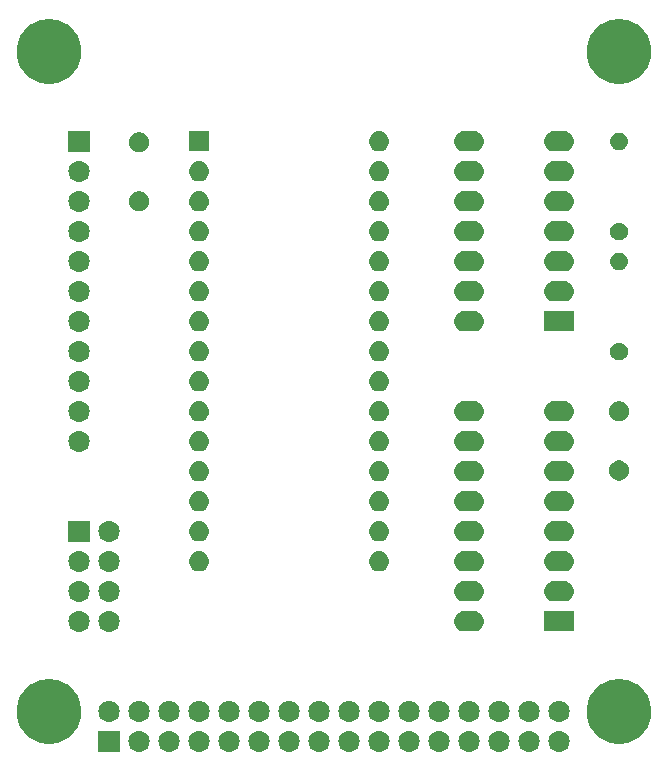
<source format=gbr>
G04 #@! TF.GenerationSoftware,KiCad,Pcbnew,5.0.2+dfsg1-1*
G04 #@! TF.CreationDate,2021-12-24T09:44:01+00:00*
G04 #@! TF.ProjectId,wy-50-keyboard-adaptor,77792d35-302d-46b6-9579-626f6172642d,rev?*
G04 #@! TF.SameCoordinates,Original*
G04 #@! TF.FileFunction,Soldermask,Top*
G04 #@! TF.FilePolarity,Negative*
%FSLAX46Y46*%
G04 Gerber Fmt 4.6, Leading zero omitted, Abs format (unit mm)*
G04 Created by KiCad (PCBNEW 5.0.2+dfsg1-1) date Fri 24 Dec 2021 09:44:01 AM GMT*
%MOMM*%
%LPD*%
G01*
G04 APERTURE LIST*
%ADD10C,0.100000*%
G04 APERTURE END LIST*
D10*
G36*
X130920443Y-137535519D02*
X130986627Y-137542037D01*
X131099853Y-137576384D01*
X131156467Y-137593557D01*
X131250207Y-137643663D01*
X131312991Y-137677222D01*
X131342416Y-137701371D01*
X131450186Y-137789814D01*
X131516468Y-137870580D01*
X131562778Y-137927009D01*
X131562779Y-137927011D01*
X131646443Y-138083533D01*
X131646443Y-138083534D01*
X131697963Y-138253373D01*
X131715359Y-138430000D01*
X131697963Y-138606627D01*
X131687536Y-138641000D01*
X131646443Y-138776467D01*
X131572348Y-138915087D01*
X131562778Y-138932991D01*
X131533448Y-138968729D01*
X131450186Y-139070186D01*
X131348729Y-139153448D01*
X131312991Y-139182778D01*
X131312989Y-139182779D01*
X131156467Y-139266443D01*
X131099853Y-139283616D01*
X130986627Y-139317963D01*
X130920443Y-139324481D01*
X130854260Y-139331000D01*
X130765740Y-139331000D01*
X130699557Y-139324481D01*
X130633373Y-139317963D01*
X130520147Y-139283616D01*
X130463533Y-139266443D01*
X130307011Y-139182779D01*
X130307009Y-139182778D01*
X130271271Y-139153448D01*
X130169814Y-139070186D01*
X130086552Y-138968729D01*
X130057222Y-138932991D01*
X130047652Y-138915087D01*
X129973557Y-138776467D01*
X129932464Y-138641000D01*
X129922037Y-138606627D01*
X129904641Y-138430000D01*
X129922037Y-138253373D01*
X129973557Y-138083534D01*
X129973557Y-138083533D01*
X130057221Y-137927011D01*
X130057222Y-137927009D01*
X130103532Y-137870580D01*
X130169814Y-137789814D01*
X130277584Y-137701371D01*
X130307009Y-137677222D01*
X130369793Y-137643663D01*
X130463533Y-137593557D01*
X130520147Y-137576384D01*
X130633373Y-137542037D01*
X130699557Y-137535519D01*
X130765740Y-137529000D01*
X130854260Y-137529000D01*
X130920443Y-137535519D01*
X130920443Y-137535519D01*
G37*
G36*
X110600443Y-137535519D02*
X110666627Y-137542037D01*
X110779853Y-137576384D01*
X110836467Y-137593557D01*
X110930207Y-137643663D01*
X110992991Y-137677222D01*
X111022416Y-137701371D01*
X111130186Y-137789814D01*
X111196468Y-137870580D01*
X111242778Y-137927009D01*
X111242779Y-137927011D01*
X111326443Y-138083533D01*
X111326443Y-138083534D01*
X111377963Y-138253373D01*
X111395359Y-138430000D01*
X111377963Y-138606627D01*
X111367536Y-138641000D01*
X111326443Y-138776467D01*
X111252348Y-138915087D01*
X111242778Y-138932991D01*
X111213448Y-138968729D01*
X111130186Y-139070186D01*
X111028729Y-139153448D01*
X110992991Y-139182778D01*
X110992989Y-139182779D01*
X110836467Y-139266443D01*
X110779853Y-139283616D01*
X110666627Y-139317963D01*
X110600443Y-139324481D01*
X110534260Y-139331000D01*
X110445740Y-139331000D01*
X110379557Y-139324481D01*
X110313373Y-139317963D01*
X110200147Y-139283616D01*
X110143533Y-139266443D01*
X109987011Y-139182779D01*
X109987009Y-139182778D01*
X109951271Y-139153448D01*
X109849814Y-139070186D01*
X109766552Y-138968729D01*
X109737222Y-138932991D01*
X109727652Y-138915087D01*
X109653557Y-138776467D01*
X109612464Y-138641000D01*
X109602037Y-138606627D01*
X109584641Y-138430000D01*
X109602037Y-138253373D01*
X109653557Y-138083534D01*
X109653557Y-138083533D01*
X109737221Y-137927011D01*
X109737222Y-137927009D01*
X109783532Y-137870580D01*
X109849814Y-137789814D01*
X109957584Y-137701371D01*
X109987009Y-137677222D01*
X110049793Y-137643663D01*
X110143533Y-137593557D01*
X110200147Y-137576384D01*
X110313373Y-137542037D01*
X110379557Y-137535519D01*
X110445740Y-137529000D01*
X110534260Y-137529000D01*
X110600443Y-137535519D01*
X110600443Y-137535519D01*
G37*
G36*
X93611000Y-139331000D02*
X91809000Y-139331000D01*
X91809000Y-137529000D01*
X93611000Y-137529000D01*
X93611000Y-139331000D01*
X93611000Y-139331000D01*
G37*
G36*
X95360443Y-137535519D02*
X95426627Y-137542037D01*
X95539853Y-137576384D01*
X95596467Y-137593557D01*
X95690207Y-137643663D01*
X95752991Y-137677222D01*
X95782416Y-137701371D01*
X95890186Y-137789814D01*
X95956468Y-137870580D01*
X96002778Y-137927009D01*
X96002779Y-137927011D01*
X96086443Y-138083533D01*
X96086443Y-138083534D01*
X96137963Y-138253373D01*
X96155359Y-138430000D01*
X96137963Y-138606627D01*
X96127536Y-138641000D01*
X96086443Y-138776467D01*
X96012348Y-138915087D01*
X96002778Y-138932991D01*
X95973448Y-138968729D01*
X95890186Y-139070186D01*
X95788729Y-139153448D01*
X95752991Y-139182778D01*
X95752989Y-139182779D01*
X95596467Y-139266443D01*
X95539853Y-139283616D01*
X95426627Y-139317963D01*
X95360443Y-139324481D01*
X95294260Y-139331000D01*
X95205740Y-139331000D01*
X95139557Y-139324481D01*
X95073373Y-139317963D01*
X94960147Y-139283616D01*
X94903533Y-139266443D01*
X94747011Y-139182779D01*
X94747009Y-139182778D01*
X94711271Y-139153448D01*
X94609814Y-139070186D01*
X94526552Y-138968729D01*
X94497222Y-138932991D01*
X94487652Y-138915087D01*
X94413557Y-138776467D01*
X94372464Y-138641000D01*
X94362037Y-138606627D01*
X94344641Y-138430000D01*
X94362037Y-138253373D01*
X94413557Y-138083534D01*
X94413557Y-138083533D01*
X94497221Y-137927011D01*
X94497222Y-137927009D01*
X94543532Y-137870580D01*
X94609814Y-137789814D01*
X94717584Y-137701371D01*
X94747009Y-137677222D01*
X94809793Y-137643663D01*
X94903533Y-137593557D01*
X94960147Y-137576384D01*
X95073373Y-137542037D01*
X95139557Y-137535519D01*
X95205740Y-137529000D01*
X95294260Y-137529000D01*
X95360443Y-137535519D01*
X95360443Y-137535519D01*
G37*
G36*
X97900443Y-137535519D02*
X97966627Y-137542037D01*
X98079853Y-137576384D01*
X98136467Y-137593557D01*
X98230207Y-137643663D01*
X98292991Y-137677222D01*
X98322416Y-137701371D01*
X98430186Y-137789814D01*
X98496468Y-137870580D01*
X98542778Y-137927009D01*
X98542779Y-137927011D01*
X98626443Y-138083533D01*
X98626443Y-138083534D01*
X98677963Y-138253373D01*
X98695359Y-138430000D01*
X98677963Y-138606627D01*
X98667536Y-138641000D01*
X98626443Y-138776467D01*
X98552348Y-138915087D01*
X98542778Y-138932991D01*
X98513448Y-138968729D01*
X98430186Y-139070186D01*
X98328729Y-139153448D01*
X98292991Y-139182778D01*
X98292989Y-139182779D01*
X98136467Y-139266443D01*
X98079853Y-139283616D01*
X97966627Y-139317963D01*
X97900443Y-139324481D01*
X97834260Y-139331000D01*
X97745740Y-139331000D01*
X97679557Y-139324481D01*
X97613373Y-139317963D01*
X97500147Y-139283616D01*
X97443533Y-139266443D01*
X97287011Y-139182779D01*
X97287009Y-139182778D01*
X97251271Y-139153448D01*
X97149814Y-139070186D01*
X97066552Y-138968729D01*
X97037222Y-138932991D01*
X97027652Y-138915087D01*
X96953557Y-138776467D01*
X96912464Y-138641000D01*
X96902037Y-138606627D01*
X96884641Y-138430000D01*
X96902037Y-138253373D01*
X96953557Y-138083534D01*
X96953557Y-138083533D01*
X97037221Y-137927011D01*
X97037222Y-137927009D01*
X97083532Y-137870580D01*
X97149814Y-137789814D01*
X97257584Y-137701371D01*
X97287009Y-137677222D01*
X97349793Y-137643663D01*
X97443533Y-137593557D01*
X97500147Y-137576384D01*
X97613373Y-137542037D01*
X97679557Y-137535519D01*
X97745740Y-137529000D01*
X97834260Y-137529000D01*
X97900443Y-137535519D01*
X97900443Y-137535519D01*
G37*
G36*
X100440443Y-137535519D02*
X100506627Y-137542037D01*
X100619853Y-137576384D01*
X100676467Y-137593557D01*
X100770207Y-137643663D01*
X100832991Y-137677222D01*
X100862416Y-137701371D01*
X100970186Y-137789814D01*
X101036468Y-137870580D01*
X101082778Y-137927009D01*
X101082779Y-137927011D01*
X101166443Y-138083533D01*
X101166443Y-138083534D01*
X101217963Y-138253373D01*
X101235359Y-138430000D01*
X101217963Y-138606627D01*
X101207536Y-138641000D01*
X101166443Y-138776467D01*
X101092348Y-138915087D01*
X101082778Y-138932991D01*
X101053448Y-138968729D01*
X100970186Y-139070186D01*
X100868729Y-139153448D01*
X100832991Y-139182778D01*
X100832989Y-139182779D01*
X100676467Y-139266443D01*
X100619853Y-139283616D01*
X100506627Y-139317963D01*
X100440443Y-139324481D01*
X100374260Y-139331000D01*
X100285740Y-139331000D01*
X100219557Y-139324481D01*
X100153373Y-139317963D01*
X100040147Y-139283616D01*
X99983533Y-139266443D01*
X99827011Y-139182779D01*
X99827009Y-139182778D01*
X99791271Y-139153448D01*
X99689814Y-139070186D01*
X99606552Y-138968729D01*
X99577222Y-138932991D01*
X99567652Y-138915087D01*
X99493557Y-138776467D01*
X99452464Y-138641000D01*
X99442037Y-138606627D01*
X99424641Y-138430000D01*
X99442037Y-138253373D01*
X99493557Y-138083534D01*
X99493557Y-138083533D01*
X99577221Y-137927011D01*
X99577222Y-137927009D01*
X99623532Y-137870580D01*
X99689814Y-137789814D01*
X99797584Y-137701371D01*
X99827009Y-137677222D01*
X99889793Y-137643663D01*
X99983533Y-137593557D01*
X100040147Y-137576384D01*
X100153373Y-137542037D01*
X100219557Y-137535519D01*
X100285740Y-137529000D01*
X100374260Y-137529000D01*
X100440443Y-137535519D01*
X100440443Y-137535519D01*
G37*
G36*
X102980443Y-137535519D02*
X103046627Y-137542037D01*
X103159853Y-137576384D01*
X103216467Y-137593557D01*
X103310207Y-137643663D01*
X103372991Y-137677222D01*
X103402416Y-137701371D01*
X103510186Y-137789814D01*
X103576468Y-137870580D01*
X103622778Y-137927009D01*
X103622779Y-137927011D01*
X103706443Y-138083533D01*
X103706443Y-138083534D01*
X103757963Y-138253373D01*
X103775359Y-138430000D01*
X103757963Y-138606627D01*
X103747536Y-138641000D01*
X103706443Y-138776467D01*
X103632348Y-138915087D01*
X103622778Y-138932991D01*
X103593448Y-138968729D01*
X103510186Y-139070186D01*
X103408729Y-139153448D01*
X103372991Y-139182778D01*
X103372989Y-139182779D01*
X103216467Y-139266443D01*
X103159853Y-139283616D01*
X103046627Y-139317963D01*
X102980443Y-139324481D01*
X102914260Y-139331000D01*
X102825740Y-139331000D01*
X102759557Y-139324481D01*
X102693373Y-139317963D01*
X102580147Y-139283616D01*
X102523533Y-139266443D01*
X102367011Y-139182779D01*
X102367009Y-139182778D01*
X102331271Y-139153448D01*
X102229814Y-139070186D01*
X102146552Y-138968729D01*
X102117222Y-138932991D01*
X102107652Y-138915087D01*
X102033557Y-138776467D01*
X101992464Y-138641000D01*
X101982037Y-138606627D01*
X101964641Y-138430000D01*
X101982037Y-138253373D01*
X102033557Y-138083534D01*
X102033557Y-138083533D01*
X102117221Y-137927011D01*
X102117222Y-137927009D01*
X102163532Y-137870580D01*
X102229814Y-137789814D01*
X102337584Y-137701371D01*
X102367009Y-137677222D01*
X102429793Y-137643663D01*
X102523533Y-137593557D01*
X102580147Y-137576384D01*
X102693373Y-137542037D01*
X102759557Y-137535519D01*
X102825740Y-137529000D01*
X102914260Y-137529000D01*
X102980443Y-137535519D01*
X102980443Y-137535519D01*
G37*
G36*
X105520443Y-137535519D02*
X105586627Y-137542037D01*
X105699853Y-137576384D01*
X105756467Y-137593557D01*
X105850207Y-137643663D01*
X105912991Y-137677222D01*
X105942416Y-137701371D01*
X106050186Y-137789814D01*
X106116468Y-137870580D01*
X106162778Y-137927009D01*
X106162779Y-137927011D01*
X106246443Y-138083533D01*
X106246443Y-138083534D01*
X106297963Y-138253373D01*
X106315359Y-138430000D01*
X106297963Y-138606627D01*
X106287536Y-138641000D01*
X106246443Y-138776467D01*
X106172348Y-138915087D01*
X106162778Y-138932991D01*
X106133448Y-138968729D01*
X106050186Y-139070186D01*
X105948729Y-139153448D01*
X105912991Y-139182778D01*
X105912989Y-139182779D01*
X105756467Y-139266443D01*
X105699853Y-139283616D01*
X105586627Y-139317963D01*
X105520443Y-139324481D01*
X105454260Y-139331000D01*
X105365740Y-139331000D01*
X105299557Y-139324481D01*
X105233373Y-139317963D01*
X105120147Y-139283616D01*
X105063533Y-139266443D01*
X104907011Y-139182779D01*
X104907009Y-139182778D01*
X104871271Y-139153448D01*
X104769814Y-139070186D01*
X104686552Y-138968729D01*
X104657222Y-138932991D01*
X104647652Y-138915087D01*
X104573557Y-138776467D01*
X104532464Y-138641000D01*
X104522037Y-138606627D01*
X104504641Y-138430000D01*
X104522037Y-138253373D01*
X104573557Y-138083534D01*
X104573557Y-138083533D01*
X104657221Y-137927011D01*
X104657222Y-137927009D01*
X104703532Y-137870580D01*
X104769814Y-137789814D01*
X104877584Y-137701371D01*
X104907009Y-137677222D01*
X104969793Y-137643663D01*
X105063533Y-137593557D01*
X105120147Y-137576384D01*
X105233373Y-137542037D01*
X105299557Y-137535519D01*
X105365740Y-137529000D01*
X105454260Y-137529000D01*
X105520443Y-137535519D01*
X105520443Y-137535519D01*
G37*
G36*
X108060443Y-137535519D02*
X108126627Y-137542037D01*
X108239853Y-137576384D01*
X108296467Y-137593557D01*
X108390207Y-137643663D01*
X108452991Y-137677222D01*
X108482416Y-137701371D01*
X108590186Y-137789814D01*
X108656468Y-137870580D01*
X108702778Y-137927009D01*
X108702779Y-137927011D01*
X108786443Y-138083533D01*
X108786443Y-138083534D01*
X108837963Y-138253373D01*
X108855359Y-138430000D01*
X108837963Y-138606627D01*
X108827536Y-138641000D01*
X108786443Y-138776467D01*
X108712348Y-138915087D01*
X108702778Y-138932991D01*
X108673448Y-138968729D01*
X108590186Y-139070186D01*
X108488729Y-139153448D01*
X108452991Y-139182778D01*
X108452989Y-139182779D01*
X108296467Y-139266443D01*
X108239853Y-139283616D01*
X108126627Y-139317963D01*
X108060443Y-139324481D01*
X107994260Y-139331000D01*
X107905740Y-139331000D01*
X107839557Y-139324481D01*
X107773373Y-139317963D01*
X107660147Y-139283616D01*
X107603533Y-139266443D01*
X107447011Y-139182779D01*
X107447009Y-139182778D01*
X107411271Y-139153448D01*
X107309814Y-139070186D01*
X107226552Y-138968729D01*
X107197222Y-138932991D01*
X107187652Y-138915087D01*
X107113557Y-138776467D01*
X107072464Y-138641000D01*
X107062037Y-138606627D01*
X107044641Y-138430000D01*
X107062037Y-138253373D01*
X107113557Y-138083534D01*
X107113557Y-138083533D01*
X107197221Y-137927011D01*
X107197222Y-137927009D01*
X107243532Y-137870580D01*
X107309814Y-137789814D01*
X107417584Y-137701371D01*
X107447009Y-137677222D01*
X107509793Y-137643663D01*
X107603533Y-137593557D01*
X107660147Y-137576384D01*
X107773373Y-137542037D01*
X107839557Y-137535519D01*
X107905740Y-137529000D01*
X107994260Y-137529000D01*
X108060443Y-137535519D01*
X108060443Y-137535519D01*
G37*
G36*
X115680443Y-137535519D02*
X115746627Y-137542037D01*
X115859853Y-137576384D01*
X115916467Y-137593557D01*
X116010207Y-137643663D01*
X116072991Y-137677222D01*
X116102416Y-137701371D01*
X116210186Y-137789814D01*
X116276468Y-137870580D01*
X116322778Y-137927009D01*
X116322779Y-137927011D01*
X116406443Y-138083533D01*
X116406443Y-138083534D01*
X116457963Y-138253373D01*
X116475359Y-138430000D01*
X116457963Y-138606627D01*
X116447536Y-138641000D01*
X116406443Y-138776467D01*
X116332348Y-138915087D01*
X116322778Y-138932991D01*
X116293448Y-138968729D01*
X116210186Y-139070186D01*
X116108729Y-139153448D01*
X116072991Y-139182778D01*
X116072989Y-139182779D01*
X115916467Y-139266443D01*
X115859853Y-139283616D01*
X115746627Y-139317963D01*
X115680443Y-139324481D01*
X115614260Y-139331000D01*
X115525740Y-139331000D01*
X115459557Y-139324481D01*
X115393373Y-139317963D01*
X115280147Y-139283616D01*
X115223533Y-139266443D01*
X115067011Y-139182779D01*
X115067009Y-139182778D01*
X115031271Y-139153448D01*
X114929814Y-139070186D01*
X114846552Y-138968729D01*
X114817222Y-138932991D01*
X114807652Y-138915087D01*
X114733557Y-138776467D01*
X114692464Y-138641000D01*
X114682037Y-138606627D01*
X114664641Y-138430000D01*
X114682037Y-138253373D01*
X114733557Y-138083534D01*
X114733557Y-138083533D01*
X114817221Y-137927011D01*
X114817222Y-137927009D01*
X114863532Y-137870580D01*
X114929814Y-137789814D01*
X115037584Y-137701371D01*
X115067009Y-137677222D01*
X115129793Y-137643663D01*
X115223533Y-137593557D01*
X115280147Y-137576384D01*
X115393373Y-137542037D01*
X115459557Y-137535519D01*
X115525740Y-137529000D01*
X115614260Y-137529000D01*
X115680443Y-137535519D01*
X115680443Y-137535519D01*
G37*
G36*
X118220443Y-137535519D02*
X118286627Y-137542037D01*
X118399853Y-137576384D01*
X118456467Y-137593557D01*
X118550207Y-137643663D01*
X118612991Y-137677222D01*
X118642416Y-137701371D01*
X118750186Y-137789814D01*
X118816468Y-137870580D01*
X118862778Y-137927009D01*
X118862779Y-137927011D01*
X118946443Y-138083533D01*
X118946443Y-138083534D01*
X118997963Y-138253373D01*
X119015359Y-138430000D01*
X118997963Y-138606627D01*
X118987536Y-138641000D01*
X118946443Y-138776467D01*
X118872348Y-138915087D01*
X118862778Y-138932991D01*
X118833448Y-138968729D01*
X118750186Y-139070186D01*
X118648729Y-139153448D01*
X118612991Y-139182778D01*
X118612989Y-139182779D01*
X118456467Y-139266443D01*
X118399853Y-139283616D01*
X118286627Y-139317963D01*
X118220443Y-139324481D01*
X118154260Y-139331000D01*
X118065740Y-139331000D01*
X117999557Y-139324481D01*
X117933373Y-139317963D01*
X117820147Y-139283616D01*
X117763533Y-139266443D01*
X117607011Y-139182779D01*
X117607009Y-139182778D01*
X117571271Y-139153448D01*
X117469814Y-139070186D01*
X117386552Y-138968729D01*
X117357222Y-138932991D01*
X117347652Y-138915087D01*
X117273557Y-138776467D01*
X117232464Y-138641000D01*
X117222037Y-138606627D01*
X117204641Y-138430000D01*
X117222037Y-138253373D01*
X117273557Y-138083534D01*
X117273557Y-138083533D01*
X117357221Y-137927011D01*
X117357222Y-137927009D01*
X117403532Y-137870580D01*
X117469814Y-137789814D01*
X117577584Y-137701371D01*
X117607009Y-137677222D01*
X117669793Y-137643663D01*
X117763533Y-137593557D01*
X117820147Y-137576384D01*
X117933373Y-137542037D01*
X117999557Y-137535519D01*
X118065740Y-137529000D01*
X118154260Y-137529000D01*
X118220443Y-137535519D01*
X118220443Y-137535519D01*
G37*
G36*
X120760443Y-137535519D02*
X120826627Y-137542037D01*
X120939853Y-137576384D01*
X120996467Y-137593557D01*
X121090207Y-137643663D01*
X121152991Y-137677222D01*
X121182416Y-137701371D01*
X121290186Y-137789814D01*
X121356468Y-137870580D01*
X121402778Y-137927009D01*
X121402779Y-137927011D01*
X121486443Y-138083533D01*
X121486443Y-138083534D01*
X121537963Y-138253373D01*
X121555359Y-138430000D01*
X121537963Y-138606627D01*
X121527536Y-138641000D01*
X121486443Y-138776467D01*
X121412348Y-138915087D01*
X121402778Y-138932991D01*
X121373448Y-138968729D01*
X121290186Y-139070186D01*
X121188729Y-139153448D01*
X121152991Y-139182778D01*
X121152989Y-139182779D01*
X120996467Y-139266443D01*
X120939853Y-139283616D01*
X120826627Y-139317963D01*
X120760443Y-139324481D01*
X120694260Y-139331000D01*
X120605740Y-139331000D01*
X120539557Y-139324481D01*
X120473373Y-139317963D01*
X120360147Y-139283616D01*
X120303533Y-139266443D01*
X120147011Y-139182779D01*
X120147009Y-139182778D01*
X120111271Y-139153448D01*
X120009814Y-139070186D01*
X119926552Y-138968729D01*
X119897222Y-138932991D01*
X119887652Y-138915087D01*
X119813557Y-138776467D01*
X119772464Y-138641000D01*
X119762037Y-138606627D01*
X119744641Y-138430000D01*
X119762037Y-138253373D01*
X119813557Y-138083534D01*
X119813557Y-138083533D01*
X119897221Y-137927011D01*
X119897222Y-137927009D01*
X119943532Y-137870580D01*
X120009814Y-137789814D01*
X120117584Y-137701371D01*
X120147009Y-137677222D01*
X120209793Y-137643663D01*
X120303533Y-137593557D01*
X120360147Y-137576384D01*
X120473373Y-137542037D01*
X120539557Y-137535519D01*
X120605740Y-137529000D01*
X120694260Y-137529000D01*
X120760443Y-137535519D01*
X120760443Y-137535519D01*
G37*
G36*
X123300443Y-137535519D02*
X123366627Y-137542037D01*
X123479853Y-137576384D01*
X123536467Y-137593557D01*
X123630207Y-137643663D01*
X123692991Y-137677222D01*
X123722416Y-137701371D01*
X123830186Y-137789814D01*
X123896468Y-137870580D01*
X123942778Y-137927009D01*
X123942779Y-137927011D01*
X124026443Y-138083533D01*
X124026443Y-138083534D01*
X124077963Y-138253373D01*
X124095359Y-138430000D01*
X124077963Y-138606627D01*
X124067536Y-138641000D01*
X124026443Y-138776467D01*
X123952348Y-138915087D01*
X123942778Y-138932991D01*
X123913448Y-138968729D01*
X123830186Y-139070186D01*
X123728729Y-139153448D01*
X123692991Y-139182778D01*
X123692989Y-139182779D01*
X123536467Y-139266443D01*
X123479853Y-139283616D01*
X123366627Y-139317963D01*
X123300443Y-139324481D01*
X123234260Y-139331000D01*
X123145740Y-139331000D01*
X123079557Y-139324481D01*
X123013373Y-139317963D01*
X122900147Y-139283616D01*
X122843533Y-139266443D01*
X122687011Y-139182779D01*
X122687009Y-139182778D01*
X122651271Y-139153448D01*
X122549814Y-139070186D01*
X122466552Y-138968729D01*
X122437222Y-138932991D01*
X122427652Y-138915087D01*
X122353557Y-138776467D01*
X122312464Y-138641000D01*
X122302037Y-138606627D01*
X122284641Y-138430000D01*
X122302037Y-138253373D01*
X122353557Y-138083534D01*
X122353557Y-138083533D01*
X122437221Y-137927011D01*
X122437222Y-137927009D01*
X122483532Y-137870580D01*
X122549814Y-137789814D01*
X122657584Y-137701371D01*
X122687009Y-137677222D01*
X122749793Y-137643663D01*
X122843533Y-137593557D01*
X122900147Y-137576384D01*
X123013373Y-137542037D01*
X123079557Y-137535519D01*
X123145740Y-137529000D01*
X123234260Y-137529000D01*
X123300443Y-137535519D01*
X123300443Y-137535519D01*
G37*
G36*
X125840443Y-137535519D02*
X125906627Y-137542037D01*
X126019853Y-137576384D01*
X126076467Y-137593557D01*
X126170207Y-137643663D01*
X126232991Y-137677222D01*
X126262416Y-137701371D01*
X126370186Y-137789814D01*
X126436468Y-137870580D01*
X126482778Y-137927009D01*
X126482779Y-137927011D01*
X126566443Y-138083533D01*
X126566443Y-138083534D01*
X126617963Y-138253373D01*
X126635359Y-138430000D01*
X126617963Y-138606627D01*
X126607536Y-138641000D01*
X126566443Y-138776467D01*
X126492348Y-138915087D01*
X126482778Y-138932991D01*
X126453448Y-138968729D01*
X126370186Y-139070186D01*
X126268729Y-139153448D01*
X126232991Y-139182778D01*
X126232989Y-139182779D01*
X126076467Y-139266443D01*
X126019853Y-139283616D01*
X125906627Y-139317963D01*
X125840443Y-139324481D01*
X125774260Y-139331000D01*
X125685740Y-139331000D01*
X125619557Y-139324481D01*
X125553373Y-139317963D01*
X125440147Y-139283616D01*
X125383533Y-139266443D01*
X125227011Y-139182779D01*
X125227009Y-139182778D01*
X125191271Y-139153448D01*
X125089814Y-139070186D01*
X125006552Y-138968729D01*
X124977222Y-138932991D01*
X124967652Y-138915087D01*
X124893557Y-138776467D01*
X124852464Y-138641000D01*
X124842037Y-138606627D01*
X124824641Y-138430000D01*
X124842037Y-138253373D01*
X124893557Y-138083534D01*
X124893557Y-138083533D01*
X124977221Y-137927011D01*
X124977222Y-137927009D01*
X125023532Y-137870580D01*
X125089814Y-137789814D01*
X125197584Y-137701371D01*
X125227009Y-137677222D01*
X125289793Y-137643663D01*
X125383533Y-137593557D01*
X125440147Y-137576384D01*
X125553373Y-137542037D01*
X125619557Y-137535519D01*
X125685740Y-137529000D01*
X125774260Y-137529000D01*
X125840443Y-137535519D01*
X125840443Y-137535519D01*
G37*
G36*
X128380443Y-137535519D02*
X128446627Y-137542037D01*
X128559853Y-137576384D01*
X128616467Y-137593557D01*
X128710207Y-137643663D01*
X128772991Y-137677222D01*
X128802416Y-137701371D01*
X128910186Y-137789814D01*
X128976468Y-137870580D01*
X129022778Y-137927009D01*
X129022779Y-137927011D01*
X129106443Y-138083533D01*
X129106443Y-138083534D01*
X129157963Y-138253373D01*
X129175359Y-138430000D01*
X129157963Y-138606627D01*
X129147536Y-138641000D01*
X129106443Y-138776467D01*
X129032348Y-138915087D01*
X129022778Y-138932991D01*
X128993448Y-138968729D01*
X128910186Y-139070186D01*
X128808729Y-139153448D01*
X128772991Y-139182778D01*
X128772989Y-139182779D01*
X128616467Y-139266443D01*
X128559853Y-139283616D01*
X128446627Y-139317963D01*
X128380443Y-139324481D01*
X128314260Y-139331000D01*
X128225740Y-139331000D01*
X128159557Y-139324481D01*
X128093373Y-139317963D01*
X127980147Y-139283616D01*
X127923533Y-139266443D01*
X127767011Y-139182779D01*
X127767009Y-139182778D01*
X127731271Y-139153448D01*
X127629814Y-139070186D01*
X127546552Y-138968729D01*
X127517222Y-138932991D01*
X127507652Y-138915087D01*
X127433557Y-138776467D01*
X127392464Y-138641000D01*
X127382037Y-138606627D01*
X127364641Y-138430000D01*
X127382037Y-138253373D01*
X127433557Y-138083534D01*
X127433557Y-138083533D01*
X127517221Y-137927011D01*
X127517222Y-137927009D01*
X127563532Y-137870580D01*
X127629814Y-137789814D01*
X127737584Y-137701371D01*
X127767009Y-137677222D01*
X127829793Y-137643663D01*
X127923533Y-137593557D01*
X127980147Y-137576384D01*
X128093373Y-137542037D01*
X128159557Y-137535519D01*
X128225740Y-137529000D01*
X128314260Y-137529000D01*
X128380443Y-137535519D01*
X128380443Y-137535519D01*
G37*
G36*
X113140443Y-137535519D02*
X113206627Y-137542037D01*
X113319853Y-137576384D01*
X113376467Y-137593557D01*
X113470207Y-137643663D01*
X113532991Y-137677222D01*
X113562416Y-137701371D01*
X113670186Y-137789814D01*
X113736468Y-137870580D01*
X113782778Y-137927009D01*
X113782779Y-137927011D01*
X113866443Y-138083533D01*
X113866443Y-138083534D01*
X113917963Y-138253373D01*
X113935359Y-138430000D01*
X113917963Y-138606627D01*
X113907536Y-138641000D01*
X113866443Y-138776467D01*
X113792348Y-138915087D01*
X113782778Y-138932991D01*
X113753448Y-138968729D01*
X113670186Y-139070186D01*
X113568729Y-139153448D01*
X113532991Y-139182778D01*
X113532989Y-139182779D01*
X113376467Y-139266443D01*
X113319853Y-139283616D01*
X113206627Y-139317963D01*
X113140443Y-139324481D01*
X113074260Y-139331000D01*
X112985740Y-139331000D01*
X112919557Y-139324481D01*
X112853373Y-139317963D01*
X112740147Y-139283616D01*
X112683533Y-139266443D01*
X112527011Y-139182779D01*
X112527009Y-139182778D01*
X112491271Y-139153448D01*
X112389814Y-139070186D01*
X112306552Y-138968729D01*
X112277222Y-138932991D01*
X112267652Y-138915087D01*
X112193557Y-138776467D01*
X112152464Y-138641000D01*
X112142037Y-138606627D01*
X112124641Y-138430000D01*
X112142037Y-138253373D01*
X112193557Y-138083534D01*
X112193557Y-138083533D01*
X112277221Y-137927011D01*
X112277222Y-137927009D01*
X112323532Y-137870580D01*
X112389814Y-137789814D01*
X112497584Y-137701371D01*
X112527009Y-137677222D01*
X112589793Y-137643663D01*
X112683533Y-137593557D01*
X112740147Y-137576384D01*
X112853373Y-137542037D01*
X112919557Y-137535519D01*
X112985740Y-137529000D01*
X113074260Y-137529000D01*
X113140443Y-137535519D01*
X113140443Y-137535519D01*
G37*
G36*
X136426694Y-133191860D02*
X136692437Y-133244719D01*
X137193087Y-133452095D01*
X137380774Y-133577504D01*
X137643663Y-133753161D01*
X138026839Y-134136337D01*
X138026841Y-134136340D01*
X138327905Y-134586913D01*
X138535281Y-135087563D01*
X138545159Y-135137222D01*
X138641000Y-135619049D01*
X138641000Y-136160951D01*
X138605186Y-136341000D01*
X138535281Y-136692437D01*
X138327905Y-137193087D01*
X138037636Y-137627504D01*
X138026839Y-137643663D01*
X137643663Y-138026839D01*
X137643660Y-138026841D01*
X137193087Y-138327905D01*
X136692437Y-138535281D01*
X136426693Y-138588141D01*
X136160951Y-138641000D01*
X135619049Y-138641000D01*
X135353307Y-138588141D01*
X135087563Y-138535281D01*
X134586913Y-138327905D01*
X134136340Y-138026841D01*
X134136337Y-138026839D01*
X133753161Y-137643663D01*
X133742364Y-137627504D01*
X133452095Y-137193087D01*
X133244719Y-136692437D01*
X133174814Y-136341000D01*
X133139000Y-136160951D01*
X133139000Y-135619049D01*
X133234841Y-135137222D01*
X133244719Y-135087563D01*
X133452095Y-134586913D01*
X133753159Y-134136340D01*
X133753161Y-134136337D01*
X134136337Y-133753161D01*
X134399226Y-133577504D01*
X134586913Y-133452095D01*
X135087563Y-133244719D01*
X135353306Y-133191860D01*
X135619049Y-133139000D01*
X136160951Y-133139000D01*
X136426694Y-133191860D01*
X136426694Y-133191860D01*
G37*
G36*
X88166694Y-133191860D02*
X88432437Y-133244719D01*
X88933087Y-133452095D01*
X89120774Y-133577504D01*
X89383663Y-133753161D01*
X89766839Y-134136337D01*
X89766841Y-134136340D01*
X90067905Y-134586913D01*
X90275281Y-135087563D01*
X90285159Y-135137222D01*
X90381000Y-135619049D01*
X90381000Y-136160951D01*
X90345186Y-136341000D01*
X90275281Y-136692437D01*
X90067905Y-137193087D01*
X89777636Y-137627504D01*
X89766839Y-137643663D01*
X89383663Y-138026839D01*
X89383660Y-138026841D01*
X88933087Y-138327905D01*
X88432437Y-138535281D01*
X88166693Y-138588141D01*
X87900951Y-138641000D01*
X87359049Y-138641000D01*
X87093307Y-138588141D01*
X86827563Y-138535281D01*
X86326913Y-138327905D01*
X85876340Y-138026841D01*
X85876337Y-138026839D01*
X85493161Y-137643663D01*
X85482364Y-137627504D01*
X85192095Y-137193087D01*
X84984719Y-136692437D01*
X84914814Y-136341000D01*
X84879000Y-136160951D01*
X84879000Y-135619049D01*
X84974841Y-135137222D01*
X84984719Y-135087563D01*
X85192095Y-134586913D01*
X85493159Y-134136340D01*
X85493161Y-134136337D01*
X85876337Y-133753161D01*
X86139226Y-133577504D01*
X86326913Y-133452095D01*
X86827563Y-133244719D01*
X87093306Y-133191860D01*
X87359049Y-133139000D01*
X87900951Y-133139000D01*
X88166694Y-133191860D01*
X88166694Y-133191860D01*
G37*
G36*
X125840442Y-134995518D02*
X125906627Y-135002037D01*
X126019853Y-135036384D01*
X126076467Y-135053557D01*
X126215087Y-135127652D01*
X126232991Y-135137222D01*
X126268729Y-135166552D01*
X126370186Y-135249814D01*
X126453448Y-135351271D01*
X126482778Y-135387009D01*
X126482779Y-135387011D01*
X126566443Y-135543533D01*
X126566443Y-135543534D01*
X126617963Y-135713373D01*
X126635359Y-135890000D01*
X126617963Y-136066627D01*
X126589350Y-136160950D01*
X126566443Y-136236467D01*
X126538004Y-136289671D01*
X126482778Y-136392991D01*
X126453448Y-136428729D01*
X126370186Y-136530186D01*
X126268729Y-136613448D01*
X126232991Y-136642778D01*
X126232989Y-136642779D01*
X126076467Y-136726443D01*
X126019853Y-136743616D01*
X125906627Y-136777963D01*
X125840442Y-136784482D01*
X125774260Y-136791000D01*
X125685740Y-136791000D01*
X125619558Y-136784482D01*
X125553373Y-136777963D01*
X125440147Y-136743616D01*
X125383533Y-136726443D01*
X125227011Y-136642779D01*
X125227009Y-136642778D01*
X125191271Y-136613448D01*
X125089814Y-136530186D01*
X125006552Y-136428729D01*
X124977222Y-136392991D01*
X124921996Y-136289671D01*
X124893557Y-136236467D01*
X124870650Y-136160950D01*
X124842037Y-136066627D01*
X124824641Y-135890000D01*
X124842037Y-135713373D01*
X124893557Y-135543534D01*
X124893557Y-135543533D01*
X124977221Y-135387011D01*
X124977222Y-135387009D01*
X125006552Y-135351271D01*
X125089814Y-135249814D01*
X125191271Y-135166552D01*
X125227009Y-135137222D01*
X125244913Y-135127652D01*
X125383533Y-135053557D01*
X125440147Y-135036384D01*
X125553373Y-135002037D01*
X125619558Y-134995518D01*
X125685740Y-134989000D01*
X125774260Y-134989000D01*
X125840442Y-134995518D01*
X125840442Y-134995518D01*
G37*
G36*
X118220442Y-134995518D02*
X118286627Y-135002037D01*
X118399853Y-135036384D01*
X118456467Y-135053557D01*
X118595087Y-135127652D01*
X118612991Y-135137222D01*
X118648729Y-135166552D01*
X118750186Y-135249814D01*
X118833448Y-135351271D01*
X118862778Y-135387009D01*
X118862779Y-135387011D01*
X118946443Y-135543533D01*
X118946443Y-135543534D01*
X118997963Y-135713373D01*
X119015359Y-135890000D01*
X118997963Y-136066627D01*
X118969350Y-136160950D01*
X118946443Y-136236467D01*
X118918004Y-136289671D01*
X118862778Y-136392991D01*
X118833448Y-136428729D01*
X118750186Y-136530186D01*
X118648729Y-136613448D01*
X118612991Y-136642778D01*
X118612989Y-136642779D01*
X118456467Y-136726443D01*
X118399853Y-136743616D01*
X118286627Y-136777963D01*
X118220442Y-136784482D01*
X118154260Y-136791000D01*
X118065740Y-136791000D01*
X117999558Y-136784482D01*
X117933373Y-136777963D01*
X117820147Y-136743616D01*
X117763533Y-136726443D01*
X117607011Y-136642779D01*
X117607009Y-136642778D01*
X117571271Y-136613448D01*
X117469814Y-136530186D01*
X117386552Y-136428729D01*
X117357222Y-136392991D01*
X117301996Y-136289671D01*
X117273557Y-136236467D01*
X117250650Y-136160950D01*
X117222037Y-136066627D01*
X117204641Y-135890000D01*
X117222037Y-135713373D01*
X117273557Y-135543534D01*
X117273557Y-135543533D01*
X117357221Y-135387011D01*
X117357222Y-135387009D01*
X117386552Y-135351271D01*
X117469814Y-135249814D01*
X117571271Y-135166552D01*
X117607009Y-135137222D01*
X117624913Y-135127652D01*
X117763533Y-135053557D01*
X117820147Y-135036384D01*
X117933373Y-135002037D01*
X117999558Y-134995518D01*
X118065740Y-134989000D01*
X118154260Y-134989000D01*
X118220442Y-134995518D01*
X118220442Y-134995518D01*
G37*
G36*
X123300442Y-134995518D02*
X123366627Y-135002037D01*
X123479853Y-135036384D01*
X123536467Y-135053557D01*
X123675087Y-135127652D01*
X123692991Y-135137222D01*
X123728729Y-135166552D01*
X123830186Y-135249814D01*
X123913448Y-135351271D01*
X123942778Y-135387009D01*
X123942779Y-135387011D01*
X124026443Y-135543533D01*
X124026443Y-135543534D01*
X124077963Y-135713373D01*
X124095359Y-135890000D01*
X124077963Y-136066627D01*
X124049350Y-136160950D01*
X124026443Y-136236467D01*
X123998004Y-136289671D01*
X123942778Y-136392991D01*
X123913448Y-136428729D01*
X123830186Y-136530186D01*
X123728729Y-136613448D01*
X123692991Y-136642778D01*
X123692989Y-136642779D01*
X123536467Y-136726443D01*
X123479853Y-136743616D01*
X123366627Y-136777963D01*
X123300442Y-136784482D01*
X123234260Y-136791000D01*
X123145740Y-136791000D01*
X123079558Y-136784482D01*
X123013373Y-136777963D01*
X122900147Y-136743616D01*
X122843533Y-136726443D01*
X122687011Y-136642779D01*
X122687009Y-136642778D01*
X122651271Y-136613448D01*
X122549814Y-136530186D01*
X122466552Y-136428729D01*
X122437222Y-136392991D01*
X122381996Y-136289671D01*
X122353557Y-136236467D01*
X122330650Y-136160950D01*
X122302037Y-136066627D01*
X122284641Y-135890000D01*
X122302037Y-135713373D01*
X122353557Y-135543534D01*
X122353557Y-135543533D01*
X122437221Y-135387011D01*
X122437222Y-135387009D01*
X122466552Y-135351271D01*
X122549814Y-135249814D01*
X122651271Y-135166552D01*
X122687009Y-135137222D01*
X122704913Y-135127652D01*
X122843533Y-135053557D01*
X122900147Y-135036384D01*
X123013373Y-135002037D01*
X123079558Y-134995518D01*
X123145740Y-134989000D01*
X123234260Y-134989000D01*
X123300442Y-134995518D01*
X123300442Y-134995518D01*
G37*
G36*
X115680442Y-134995518D02*
X115746627Y-135002037D01*
X115859853Y-135036384D01*
X115916467Y-135053557D01*
X116055087Y-135127652D01*
X116072991Y-135137222D01*
X116108729Y-135166552D01*
X116210186Y-135249814D01*
X116293448Y-135351271D01*
X116322778Y-135387009D01*
X116322779Y-135387011D01*
X116406443Y-135543533D01*
X116406443Y-135543534D01*
X116457963Y-135713373D01*
X116475359Y-135890000D01*
X116457963Y-136066627D01*
X116429350Y-136160950D01*
X116406443Y-136236467D01*
X116378004Y-136289671D01*
X116322778Y-136392991D01*
X116293448Y-136428729D01*
X116210186Y-136530186D01*
X116108729Y-136613448D01*
X116072991Y-136642778D01*
X116072989Y-136642779D01*
X115916467Y-136726443D01*
X115859853Y-136743616D01*
X115746627Y-136777963D01*
X115680442Y-136784482D01*
X115614260Y-136791000D01*
X115525740Y-136791000D01*
X115459558Y-136784482D01*
X115393373Y-136777963D01*
X115280147Y-136743616D01*
X115223533Y-136726443D01*
X115067011Y-136642779D01*
X115067009Y-136642778D01*
X115031271Y-136613448D01*
X114929814Y-136530186D01*
X114846552Y-136428729D01*
X114817222Y-136392991D01*
X114761996Y-136289671D01*
X114733557Y-136236467D01*
X114710650Y-136160950D01*
X114682037Y-136066627D01*
X114664641Y-135890000D01*
X114682037Y-135713373D01*
X114733557Y-135543534D01*
X114733557Y-135543533D01*
X114817221Y-135387011D01*
X114817222Y-135387009D01*
X114846552Y-135351271D01*
X114929814Y-135249814D01*
X115031271Y-135166552D01*
X115067009Y-135137222D01*
X115084913Y-135127652D01*
X115223533Y-135053557D01*
X115280147Y-135036384D01*
X115393373Y-135002037D01*
X115459558Y-134995518D01*
X115525740Y-134989000D01*
X115614260Y-134989000D01*
X115680442Y-134995518D01*
X115680442Y-134995518D01*
G37*
G36*
X113140442Y-134995518D02*
X113206627Y-135002037D01*
X113319853Y-135036384D01*
X113376467Y-135053557D01*
X113515087Y-135127652D01*
X113532991Y-135137222D01*
X113568729Y-135166552D01*
X113670186Y-135249814D01*
X113753448Y-135351271D01*
X113782778Y-135387009D01*
X113782779Y-135387011D01*
X113866443Y-135543533D01*
X113866443Y-135543534D01*
X113917963Y-135713373D01*
X113935359Y-135890000D01*
X113917963Y-136066627D01*
X113889350Y-136160950D01*
X113866443Y-136236467D01*
X113838004Y-136289671D01*
X113782778Y-136392991D01*
X113753448Y-136428729D01*
X113670186Y-136530186D01*
X113568729Y-136613448D01*
X113532991Y-136642778D01*
X113532989Y-136642779D01*
X113376467Y-136726443D01*
X113319853Y-136743616D01*
X113206627Y-136777963D01*
X113140442Y-136784482D01*
X113074260Y-136791000D01*
X112985740Y-136791000D01*
X112919558Y-136784482D01*
X112853373Y-136777963D01*
X112740147Y-136743616D01*
X112683533Y-136726443D01*
X112527011Y-136642779D01*
X112527009Y-136642778D01*
X112491271Y-136613448D01*
X112389814Y-136530186D01*
X112306552Y-136428729D01*
X112277222Y-136392991D01*
X112221996Y-136289671D01*
X112193557Y-136236467D01*
X112170650Y-136160950D01*
X112142037Y-136066627D01*
X112124641Y-135890000D01*
X112142037Y-135713373D01*
X112193557Y-135543534D01*
X112193557Y-135543533D01*
X112277221Y-135387011D01*
X112277222Y-135387009D01*
X112306552Y-135351271D01*
X112389814Y-135249814D01*
X112491271Y-135166552D01*
X112527009Y-135137222D01*
X112544913Y-135127652D01*
X112683533Y-135053557D01*
X112740147Y-135036384D01*
X112853373Y-135002037D01*
X112919558Y-134995518D01*
X112985740Y-134989000D01*
X113074260Y-134989000D01*
X113140442Y-134995518D01*
X113140442Y-134995518D01*
G37*
G36*
X128380442Y-134995518D02*
X128446627Y-135002037D01*
X128559853Y-135036384D01*
X128616467Y-135053557D01*
X128755087Y-135127652D01*
X128772991Y-135137222D01*
X128808729Y-135166552D01*
X128910186Y-135249814D01*
X128993448Y-135351271D01*
X129022778Y-135387009D01*
X129022779Y-135387011D01*
X129106443Y-135543533D01*
X129106443Y-135543534D01*
X129157963Y-135713373D01*
X129175359Y-135890000D01*
X129157963Y-136066627D01*
X129129350Y-136160950D01*
X129106443Y-136236467D01*
X129078004Y-136289671D01*
X129022778Y-136392991D01*
X128993448Y-136428729D01*
X128910186Y-136530186D01*
X128808729Y-136613448D01*
X128772991Y-136642778D01*
X128772989Y-136642779D01*
X128616467Y-136726443D01*
X128559853Y-136743616D01*
X128446627Y-136777963D01*
X128380442Y-136784482D01*
X128314260Y-136791000D01*
X128225740Y-136791000D01*
X128159558Y-136784482D01*
X128093373Y-136777963D01*
X127980147Y-136743616D01*
X127923533Y-136726443D01*
X127767011Y-136642779D01*
X127767009Y-136642778D01*
X127731271Y-136613448D01*
X127629814Y-136530186D01*
X127546552Y-136428729D01*
X127517222Y-136392991D01*
X127461996Y-136289671D01*
X127433557Y-136236467D01*
X127410650Y-136160950D01*
X127382037Y-136066627D01*
X127364641Y-135890000D01*
X127382037Y-135713373D01*
X127433557Y-135543534D01*
X127433557Y-135543533D01*
X127517221Y-135387011D01*
X127517222Y-135387009D01*
X127546552Y-135351271D01*
X127629814Y-135249814D01*
X127731271Y-135166552D01*
X127767009Y-135137222D01*
X127784913Y-135127652D01*
X127923533Y-135053557D01*
X127980147Y-135036384D01*
X128093373Y-135002037D01*
X128159558Y-134995518D01*
X128225740Y-134989000D01*
X128314260Y-134989000D01*
X128380442Y-134995518D01*
X128380442Y-134995518D01*
G37*
G36*
X110600442Y-134995518D02*
X110666627Y-135002037D01*
X110779853Y-135036384D01*
X110836467Y-135053557D01*
X110975087Y-135127652D01*
X110992991Y-135137222D01*
X111028729Y-135166552D01*
X111130186Y-135249814D01*
X111213448Y-135351271D01*
X111242778Y-135387009D01*
X111242779Y-135387011D01*
X111326443Y-135543533D01*
X111326443Y-135543534D01*
X111377963Y-135713373D01*
X111395359Y-135890000D01*
X111377963Y-136066627D01*
X111349350Y-136160950D01*
X111326443Y-136236467D01*
X111298004Y-136289671D01*
X111242778Y-136392991D01*
X111213448Y-136428729D01*
X111130186Y-136530186D01*
X111028729Y-136613448D01*
X110992991Y-136642778D01*
X110992989Y-136642779D01*
X110836467Y-136726443D01*
X110779853Y-136743616D01*
X110666627Y-136777963D01*
X110600442Y-136784482D01*
X110534260Y-136791000D01*
X110445740Y-136791000D01*
X110379558Y-136784482D01*
X110313373Y-136777963D01*
X110200147Y-136743616D01*
X110143533Y-136726443D01*
X109987011Y-136642779D01*
X109987009Y-136642778D01*
X109951271Y-136613448D01*
X109849814Y-136530186D01*
X109766552Y-136428729D01*
X109737222Y-136392991D01*
X109681996Y-136289671D01*
X109653557Y-136236467D01*
X109630650Y-136160950D01*
X109602037Y-136066627D01*
X109584641Y-135890000D01*
X109602037Y-135713373D01*
X109653557Y-135543534D01*
X109653557Y-135543533D01*
X109737221Y-135387011D01*
X109737222Y-135387009D01*
X109766552Y-135351271D01*
X109849814Y-135249814D01*
X109951271Y-135166552D01*
X109987009Y-135137222D01*
X110004913Y-135127652D01*
X110143533Y-135053557D01*
X110200147Y-135036384D01*
X110313373Y-135002037D01*
X110379558Y-134995518D01*
X110445740Y-134989000D01*
X110534260Y-134989000D01*
X110600442Y-134995518D01*
X110600442Y-134995518D01*
G37*
G36*
X120760442Y-134995518D02*
X120826627Y-135002037D01*
X120939853Y-135036384D01*
X120996467Y-135053557D01*
X121135087Y-135127652D01*
X121152991Y-135137222D01*
X121188729Y-135166552D01*
X121290186Y-135249814D01*
X121373448Y-135351271D01*
X121402778Y-135387009D01*
X121402779Y-135387011D01*
X121486443Y-135543533D01*
X121486443Y-135543534D01*
X121537963Y-135713373D01*
X121555359Y-135890000D01*
X121537963Y-136066627D01*
X121509350Y-136160950D01*
X121486443Y-136236467D01*
X121458004Y-136289671D01*
X121402778Y-136392991D01*
X121373448Y-136428729D01*
X121290186Y-136530186D01*
X121188729Y-136613448D01*
X121152991Y-136642778D01*
X121152989Y-136642779D01*
X120996467Y-136726443D01*
X120939853Y-136743616D01*
X120826627Y-136777963D01*
X120760442Y-136784482D01*
X120694260Y-136791000D01*
X120605740Y-136791000D01*
X120539558Y-136784482D01*
X120473373Y-136777963D01*
X120360147Y-136743616D01*
X120303533Y-136726443D01*
X120147011Y-136642779D01*
X120147009Y-136642778D01*
X120111271Y-136613448D01*
X120009814Y-136530186D01*
X119926552Y-136428729D01*
X119897222Y-136392991D01*
X119841996Y-136289671D01*
X119813557Y-136236467D01*
X119790650Y-136160950D01*
X119762037Y-136066627D01*
X119744641Y-135890000D01*
X119762037Y-135713373D01*
X119813557Y-135543534D01*
X119813557Y-135543533D01*
X119897221Y-135387011D01*
X119897222Y-135387009D01*
X119926552Y-135351271D01*
X120009814Y-135249814D01*
X120111271Y-135166552D01*
X120147009Y-135137222D01*
X120164913Y-135127652D01*
X120303533Y-135053557D01*
X120360147Y-135036384D01*
X120473373Y-135002037D01*
X120539558Y-134995518D01*
X120605740Y-134989000D01*
X120694260Y-134989000D01*
X120760442Y-134995518D01*
X120760442Y-134995518D01*
G37*
G36*
X105520442Y-134995518D02*
X105586627Y-135002037D01*
X105699853Y-135036384D01*
X105756467Y-135053557D01*
X105895087Y-135127652D01*
X105912991Y-135137222D01*
X105948729Y-135166552D01*
X106050186Y-135249814D01*
X106133448Y-135351271D01*
X106162778Y-135387009D01*
X106162779Y-135387011D01*
X106246443Y-135543533D01*
X106246443Y-135543534D01*
X106297963Y-135713373D01*
X106315359Y-135890000D01*
X106297963Y-136066627D01*
X106269350Y-136160950D01*
X106246443Y-136236467D01*
X106218004Y-136289671D01*
X106162778Y-136392991D01*
X106133448Y-136428729D01*
X106050186Y-136530186D01*
X105948729Y-136613448D01*
X105912991Y-136642778D01*
X105912989Y-136642779D01*
X105756467Y-136726443D01*
X105699853Y-136743616D01*
X105586627Y-136777963D01*
X105520442Y-136784482D01*
X105454260Y-136791000D01*
X105365740Y-136791000D01*
X105299558Y-136784482D01*
X105233373Y-136777963D01*
X105120147Y-136743616D01*
X105063533Y-136726443D01*
X104907011Y-136642779D01*
X104907009Y-136642778D01*
X104871271Y-136613448D01*
X104769814Y-136530186D01*
X104686552Y-136428729D01*
X104657222Y-136392991D01*
X104601996Y-136289671D01*
X104573557Y-136236467D01*
X104550650Y-136160950D01*
X104522037Y-136066627D01*
X104504641Y-135890000D01*
X104522037Y-135713373D01*
X104573557Y-135543534D01*
X104573557Y-135543533D01*
X104657221Y-135387011D01*
X104657222Y-135387009D01*
X104686552Y-135351271D01*
X104769814Y-135249814D01*
X104871271Y-135166552D01*
X104907009Y-135137222D01*
X104924913Y-135127652D01*
X105063533Y-135053557D01*
X105120147Y-135036384D01*
X105233373Y-135002037D01*
X105299558Y-134995518D01*
X105365740Y-134989000D01*
X105454260Y-134989000D01*
X105520442Y-134995518D01*
X105520442Y-134995518D01*
G37*
G36*
X108060442Y-134995518D02*
X108126627Y-135002037D01*
X108239853Y-135036384D01*
X108296467Y-135053557D01*
X108435087Y-135127652D01*
X108452991Y-135137222D01*
X108488729Y-135166552D01*
X108590186Y-135249814D01*
X108673448Y-135351271D01*
X108702778Y-135387009D01*
X108702779Y-135387011D01*
X108786443Y-135543533D01*
X108786443Y-135543534D01*
X108837963Y-135713373D01*
X108855359Y-135890000D01*
X108837963Y-136066627D01*
X108809350Y-136160950D01*
X108786443Y-136236467D01*
X108758004Y-136289671D01*
X108702778Y-136392991D01*
X108673448Y-136428729D01*
X108590186Y-136530186D01*
X108488729Y-136613448D01*
X108452991Y-136642778D01*
X108452989Y-136642779D01*
X108296467Y-136726443D01*
X108239853Y-136743616D01*
X108126627Y-136777963D01*
X108060442Y-136784482D01*
X107994260Y-136791000D01*
X107905740Y-136791000D01*
X107839558Y-136784482D01*
X107773373Y-136777963D01*
X107660147Y-136743616D01*
X107603533Y-136726443D01*
X107447011Y-136642779D01*
X107447009Y-136642778D01*
X107411271Y-136613448D01*
X107309814Y-136530186D01*
X107226552Y-136428729D01*
X107197222Y-136392991D01*
X107141996Y-136289671D01*
X107113557Y-136236467D01*
X107090650Y-136160950D01*
X107062037Y-136066627D01*
X107044641Y-135890000D01*
X107062037Y-135713373D01*
X107113557Y-135543534D01*
X107113557Y-135543533D01*
X107197221Y-135387011D01*
X107197222Y-135387009D01*
X107226552Y-135351271D01*
X107309814Y-135249814D01*
X107411271Y-135166552D01*
X107447009Y-135137222D01*
X107464913Y-135127652D01*
X107603533Y-135053557D01*
X107660147Y-135036384D01*
X107773373Y-135002037D01*
X107839558Y-134995518D01*
X107905740Y-134989000D01*
X107994260Y-134989000D01*
X108060442Y-134995518D01*
X108060442Y-134995518D01*
G37*
G36*
X92820442Y-134995518D02*
X92886627Y-135002037D01*
X92999853Y-135036384D01*
X93056467Y-135053557D01*
X93195087Y-135127652D01*
X93212991Y-135137222D01*
X93248729Y-135166552D01*
X93350186Y-135249814D01*
X93433448Y-135351271D01*
X93462778Y-135387009D01*
X93462779Y-135387011D01*
X93546443Y-135543533D01*
X93546443Y-135543534D01*
X93597963Y-135713373D01*
X93615359Y-135890000D01*
X93597963Y-136066627D01*
X93569350Y-136160950D01*
X93546443Y-136236467D01*
X93518004Y-136289671D01*
X93462778Y-136392991D01*
X93433448Y-136428729D01*
X93350186Y-136530186D01*
X93248729Y-136613448D01*
X93212991Y-136642778D01*
X93212989Y-136642779D01*
X93056467Y-136726443D01*
X92999853Y-136743616D01*
X92886627Y-136777963D01*
X92820442Y-136784482D01*
X92754260Y-136791000D01*
X92665740Y-136791000D01*
X92599558Y-136784482D01*
X92533373Y-136777963D01*
X92420147Y-136743616D01*
X92363533Y-136726443D01*
X92207011Y-136642779D01*
X92207009Y-136642778D01*
X92171271Y-136613448D01*
X92069814Y-136530186D01*
X91986552Y-136428729D01*
X91957222Y-136392991D01*
X91901996Y-136289671D01*
X91873557Y-136236467D01*
X91850650Y-136160950D01*
X91822037Y-136066627D01*
X91804641Y-135890000D01*
X91822037Y-135713373D01*
X91873557Y-135543534D01*
X91873557Y-135543533D01*
X91957221Y-135387011D01*
X91957222Y-135387009D01*
X91986552Y-135351271D01*
X92069814Y-135249814D01*
X92171271Y-135166552D01*
X92207009Y-135137222D01*
X92224913Y-135127652D01*
X92363533Y-135053557D01*
X92420147Y-135036384D01*
X92533373Y-135002037D01*
X92599558Y-134995518D01*
X92665740Y-134989000D01*
X92754260Y-134989000D01*
X92820442Y-134995518D01*
X92820442Y-134995518D01*
G37*
G36*
X95360442Y-134995518D02*
X95426627Y-135002037D01*
X95539853Y-135036384D01*
X95596467Y-135053557D01*
X95735087Y-135127652D01*
X95752991Y-135137222D01*
X95788729Y-135166552D01*
X95890186Y-135249814D01*
X95973448Y-135351271D01*
X96002778Y-135387009D01*
X96002779Y-135387011D01*
X96086443Y-135543533D01*
X96086443Y-135543534D01*
X96137963Y-135713373D01*
X96155359Y-135890000D01*
X96137963Y-136066627D01*
X96109350Y-136160950D01*
X96086443Y-136236467D01*
X96058004Y-136289671D01*
X96002778Y-136392991D01*
X95973448Y-136428729D01*
X95890186Y-136530186D01*
X95788729Y-136613448D01*
X95752991Y-136642778D01*
X95752989Y-136642779D01*
X95596467Y-136726443D01*
X95539853Y-136743616D01*
X95426627Y-136777963D01*
X95360442Y-136784482D01*
X95294260Y-136791000D01*
X95205740Y-136791000D01*
X95139558Y-136784482D01*
X95073373Y-136777963D01*
X94960147Y-136743616D01*
X94903533Y-136726443D01*
X94747011Y-136642779D01*
X94747009Y-136642778D01*
X94711271Y-136613448D01*
X94609814Y-136530186D01*
X94526552Y-136428729D01*
X94497222Y-136392991D01*
X94441996Y-136289671D01*
X94413557Y-136236467D01*
X94390650Y-136160950D01*
X94362037Y-136066627D01*
X94344641Y-135890000D01*
X94362037Y-135713373D01*
X94413557Y-135543534D01*
X94413557Y-135543533D01*
X94497221Y-135387011D01*
X94497222Y-135387009D01*
X94526552Y-135351271D01*
X94609814Y-135249814D01*
X94711271Y-135166552D01*
X94747009Y-135137222D01*
X94764913Y-135127652D01*
X94903533Y-135053557D01*
X94960147Y-135036384D01*
X95073373Y-135002037D01*
X95139558Y-134995518D01*
X95205740Y-134989000D01*
X95294260Y-134989000D01*
X95360442Y-134995518D01*
X95360442Y-134995518D01*
G37*
G36*
X97900442Y-134995518D02*
X97966627Y-135002037D01*
X98079853Y-135036384D01*
X98136467Y-135053557D01*
X98275087Y-135127652D01*
X98292991Y-135137222D01*
X98328729Y-135166552D01*
X98430186Y-135249814D01*
X98513448Y-135351271D01*
X98542778Y-135387009D01*
X98542779Y-135387011D01*
X98626443Y-135543533D01*
X98626443Y-135543534D01*
X98677963Y-135713373D01*
X98695359Y-135890000D01*
X98677963Y-136066627D01*
X98649350Y-136160950D01*
X98626443Y-136236467D01*
X98598004Y-136289671D01*
X98542778Y-136392991D01*
X98513448Y-136428729D01*
X98430186Y-136530186D01*
X98328729Y-136613448D01*
X98292991Y-136642778D01*
X98292989Y-136642779D01*
X98136467Y-136726443D01*
X98079853Y-136743616D01*
X97966627Y-136777963D01*
X97900442Y-136784482D01*
X97834260Y-136791000D01*
X97745740Y-136791000D01*
X97679558Y-136784482D01*
X97613373Y-136777963D01*
X97500147Y-136743616D01*
X97443533Y-136726443D01*
X97287011Y-136642779D01*
X97287009Y-136642778D01*
X97251271Y-136613448D01*
X97149814Y-136530186D01*
X97066552Y-136428729D01*
X97037222Y-136392991D01*
X96981996Y-136289671D01*
X96953557Y-136236467D01*
X96930650Y-136160950D01*
X96902037Y-136066627D01*
X96884641Y-135890000D01*
X96902037Y-135713373D01*
X96953557Y-135543534D01*
X96953557Y-135543533D01*
X97037221Y-135387011D01*
X97037222Y-135387009D01*
X97066552Y-135351271D01*
X97149814Y-135249814D01*
X97251271Y-135166552D01*
X97287009Y-135137222D01*
X97304913Y-135127652D01*
X97443533Y-135053557D01*
X97500147Y-135036384D01*
X97613373Y-135002037D01*
X97679558Y-134995518D01*
X97745740Y-134989000D01*
X97834260Y-134989000D01*
X97900442Y-134995518D01*
X97900442Y-134995518D01*
G37*
G36*
X130920442Y-134995518D02*
X130986627Y-135002037D01*
X131099853Y-135036384D01*
X131156467Y-135053557D01*
X131295087Y-135127652D01*
X131312991Y-135137222D01*
X131348729Y-135166552D01*
X131450186Y-135249814D01*
X131533448Y-135351271D01*
X131562778Y-135387009D01*
X131562779Y-135387011D01*
X131646443Y-135543533D01*
X131646443Y-135543534D01*
X131697963Y-135713373D01*
X131715359Y-135890000D01*
X131697963Y-136066627D01*
X131669350Y-136160950D01*
X131646443Y-136236467D01*
X131618004Y-136289671D01*
X131562778Y-136392991D01*
X131533448Y-136428729D01*
X131450186Y-136530186D01*
X131348729Y-136613448D01*
X131312991Y-136642778D01*
X131312989Y-136642779D01*
X131156467Y-136726443D01*
X131099853Y-136743616D01*
X130986627Y-136777963D01*
X130920442Y-136784482D01*
X130854260Y-136791000D01*
X130765740Y-136791000D01*
X130699558Y-136784482D01*
X130633373Y-136777963D01*
X130520147Y-136743616D01*
X130463533Y-136726443D01*
X130307011Y-136642779D01*
X130307009Y-136642778D01*
X130271271Y-136613448D01*
X130169814Y-136530186D01*
X130086552Y-136428729D01*
X130057222Y-136392991D01*
X130001996Y-136289671D01*
X129973557Y-136236467D01*
X129950650Y-136160950D01*
X129922037Y-136066627D01*
X129904641Y-135890000D01*
X129922037Y-135713373D01*
X129973557Y-135543534D01*
X129973557Y-135543533D01*
X130057221Y-135387011D01*
X130057222Y-135387009D01*
X130086552Y-135351271D01*
X130169814Y-135249814D01*
X130271271Y-135166552D01*
X130307009Y-135137222D01*
X130324913Y-135127652D01*
X130463533Y-135053557D01*
X130520147Y-135036384D01*
X130633373Y-135002037D01*
X130699558Y-134995518D01*
X130765740Y-134989000D01*
X130854260Y-134989000D01*
X130920442Y-134995518D01*
X130920442Y-134995518D01*
G37*
G36*
X100440442Y-134995518D02*
X100506627Y-135002037D01*
X100619853Y-135036384D01*
X100676467Y-135053557D01*
X100815087Y-135127652D01*
X100832991Y-135137222D01*
X100868729Y-135166552D01*
X100970186Y-135249814D01*
X101053448Y-135351271D01*
X101082778Y-135387009D01*
X101082779Y-135387011D01*
X101166443Y-135543533D01*
X101166443Y-135543534D01*
X101217963Y-135713373D01*
X101235359Y-135890000D01*
X101217963Y-136066627D01*
X101189350Y-136160950D01*
X101166443Y-136236467D01*
X101138004Y-136289671D01*
X101082778Y-136392991D01*
X101053448Y-136428729D01*
X100970186Y-136530186D01*
X100868729Y-136613448D01*
X100832991Y-136642778D01*
X100832989Y-136642779D01*
X100676467Y-136726443D01*
X100619853Y-136743616D01*
X100506627Y-136777963D01*
X100440442Y-136784482D01*
X100374260Y-136791000D01*
X100285740Y-136791000D01*
X100219558Y-136784482D01*
X100153373Y-136777963D01*
X100040147Y-136743616D01*
X99983533Y-136726443D01*
X99827011Y-136642779D01*
X99827009Y-136642778D01*
X99791271Y-136613448D01*
X99689814Y-136530186D01*
X99606552Y-136428729D01*
X99577222Y-136392991D01*
X99521996Y-136289671D01*
X99493557Y-136236467D01*
X99470650Y-136160950D01*
X99442037Y-136066627D01*
X99424641Y-135890000D01*
X99442037Y-135713373D01*
X99493557Y-135543534D01*
X99493557Y-135543533D01*
X99577221Y-135387011D01*
X99577222Y-135387009D01*
X99606552Y-135351271D01*
X99689814Y-135249814D01*
X99791271Y-135166552D01*
X99827009Y-135137222D01*
X99844913Y-135127652D01*
X99983533Y-135053557D01*
X100040147Y-135036384D01*
X100153373Y-135002037D01*
X100219558Y-134995518D01*
X100285740Y-134989000D01*
X100374260Y-134989000D01*
X100440442Y-134995518D01*
X100440442Y-134995518D01*
G37*
G36*
X102980442Y-134995518D02*
X103046627Y-135002037D01*
X103159853Y-135036384D01*
X103216467Y-135053557D01*
X103355087Y-135127652D01*
X103372991Y-135137222D01*
X103408729Y-135166552D01*
X103510186Y-135249814D01*
X103593448Y-135351271D01*
X103622778Y-135387009D01*
X103622779Y-135387011D01*
X103706443Y-135543533D01*
X103706443Y-135543534D01*
X103757963Y-135713373D01*
X103775359Y-135890000D01*
X103757963Y-136066627D01*
X103729350Y-136160950D01*
X103706443Y-136236467D01*
X103678004Y-136289671D01*
X103622778Y-136392991D01*
X103593448Y-136428729D01*
X103510186Y-136530186D01*
X103408729Y-136613448D01*
X103372991Y-136642778D01*
X103372989Y-136642779D01*
X103216467Y-136726443D01*
X103159853Y-136743616D01*
X103046627Y-136777963D01*
X102980442Y-136784482D01*
X102914260Y-136791000D01*
X102825740Y-136791000D01*
X102759558Y-136784482D01*
X102693373Y-136777963D01*
X102580147Y-136743616D01*
X102523533Y-136726443D01*
X102367011Y-136642779D01*
X102367009Y-136642778D01*
X102331271Y-136613448D01*
X102229814Y-136530186D01*
X102146552Y-136428729D01*
X102117222Y-136392991D01*
X102061996Y-136289671D01*
X102033557Y-136236467D01*
X102010650Y-136160950D01*
X101982037Y-136066627D01*
X101964641Y-135890000D01*
X101982037Y-135713373D01*
X102033557Y-135543534D01*
X102033557Y-135543533D01*
X102117221Y-135387011D01*
X102117222Y-135387009D01*
X102146552Y-135351271D01*
X102229814Y-135249814D01*
X102331271Y-135166552D01*
X102367009Y-135137222D01*
X102384913Y-135127652D01*
X102523533Y-135053557D01*
X102580147Y-135036384D01*
X102693373Y-135002037D01*
X102759558Y-134995518D01*
X102825740Y-134989000D01*
X102914260Y-134989000D01*
X102980442Y-134995518D01*
X102980442Y-134995518D01*
G37*
G36*
X92820442Y-127375518D02*
X92886627Y-127382037D01*
X92999853Y-127416384D01*
X93056467Y-127433557D01*
X93143311Y-127479977D01*
X93212991Y-127517222D01*
X93248729Y-127546552D01*
X93350186Y-127629814D01*
X93433448Y-127731271D01*
X93462778Y-127767009D01*
X93462779Y-127767011D01*
X93546443Y-127923533D01*
X93563616Y-127980147D01*
X93597963Y-128093373D01*
X93615359Y-128270000D01*
X93597963Y-128446627D01*
X93563616Y-128559853D01*
X93546443Y-128616467D01*
X93477698Y-128745078D01*
X93462778Y-128772991D01*
X93433448Y-128808729D01*
X93350186Y-128910186D01*
X93248729Y-128993448D01*
X93212991Y-129022778D01*
X93212989Y-129022779D01*
X93056467Y-129106443D01*
X93049069Y-129108687D01*
X92886627Y-129157963D01*
X92820442Y-129164482D01*
X92754260Y-129171000D01*
X92665740Y-129171000D01*
X92599558Y-129164482D01*
X92533373Y-129157963D01*
X92370931Y-129108687D01*
X92363533Y-129106443D01*
X92207011Y-129022779D01*
X92207009Y-129022778D01*
X92171271Y-128993448D01*
X92069814Y-128910186D01*
X91986552Y-128808729D01*
X91957222Y-128772991D01*
X91942302Y-128745078D01*
X91873557Y-128616467D01*
X91856384Y-128559853D01*
X91822037Y-128446627D01*
X91804641Y-128270000D01*
X91822037Y-128093373D01*
X91856384Y-127980147D01*
X91873557Y-127923533D01*
X91957221Y-127767011D01*
X91957222Y-127767009D01*
X91986552Y-127731271D01*
X92069814Y-127629814D01*
X92171271Y-127546552D01*
X92207009Y-127517222D01*
X92276689Y-127479977D01*
X92363533Y-127433557D01*
X92420147Y-127416384D01*
X92533373Y-127382037D01*
X92599558Y-127375518D01*
X92665740Y-127369000D01*
X92754260Y-127369000D01*
X92820442Y-127375518D01*
X92820442Y-127375518D01*
G37*
G36*
X90280442Y-127375518D02*
X90346627Y-127382037D01*
X90459853Y-127416384D01*
X90516467Y-127433557D01*
X90603311Y-127479977D01*
X90672991Y-127517222D01*
X90708729Y-127546552D01*
X90810186Y-127629814D01*
X90893448Y-127731271D01*
X90922778Y-127767009D01*
X90922779Y-127767011D01*
X91006443Y-127923533D01*
X91023616Y-127980147D01*
X91057963Y-128093373D01*
X91075359Y-128270000D01*
X91057963Y-128446627D01*
X91023616Y-128559853D01*
X91006443Y-128616467D01*
X90937698Y-128745078D01*
X90922778Y-128772991D01*
X90893448Y-128808729D01*
X90810186Y-128910186D01*
X90708729Y-128993448D01*
X90672991Y-129022778D01*
X90672989Y-129022779D01*
X90516467Y-129106443D01*
X90509069Y-129108687D01*
X90346627Y-129157963D01*
X90280442Y-129164482D01*
X90214260Y-129171000D01*
X90125740Y-129171000D01*
X90059558Y-129164482D01*
X89993373Y-129157963D01*
X89830931Y-129108687D01*
X89823533Y-129106443D01*
X89667011Y-129022779D01*
X89667009Y-129022778D01*
X89631271Y-128993448D01*
X89529814Y-128910186D01*
X89446552Y-128808729D01*
X89417222Y-128772991D01*
X89402302Y-128745078D01*
X89333557Y-128616467D01*
X89316384Y-128559853D01*
X89282037Y-128446627D01*
X89264641Y-128270000D01*
X89282037Y-128093373D01*
X89316384Y-127980147D01*
X89333557Y-127923533D01*
X89417221Y-127767011D01*
X89417222Y-127767009D01*
X89446552Y-127731271D01*
X89529814Y-127629814D01*
X89631271Y-127546552D01*
X89667009Y-127517222D01*
X89736689Y-127479977D01*
X89823533Y-127433557D01*
X89880147Y-127416384D01*
X89993373Y-127382037D01*
X90059558Y-127375518D01*
X90125740Y-127369000D01*
X90214260Y-127369000D01*
X90280442Y-127375518D01*
X90280442Y-127375518D01*
G37*
G36*
X132061000Y-129121000D02*
X129559000Y-129121000D01*
X129559000Y-127419000D01*
X132061000Y-127419000D01*
X132061000Y-129121000D01*
X132061000Y-129121000D01*
G37*
G36*
X123756821Y-127431313D02*
X123756824Y-127431314D01*
X123756825Y-127431314D01*
X123917239Y-127479975D01*
X123917241Y-127479976D01*
X123917244Y-127479977D01*
X124065078Y-127558995D01*
X124194659Y-127665341D01*
X124301005Y-127794922D01*
X124380023Y-127942756D01*
X124380024Y-127942759D01*
X124380025Y-127942761D01*
X124425713Y-128093375D01*
X124428687Y-128103179D01*
X124445117Y-128270000D01*
X124428687Y-128436821D01*
X124428686Y-128436824D01*
X124428686Y-128436825D01*
X124425713Y-128446627D01*
X124380023Y-128597244D01*
X124301005Y-128745078D01*
X124194659Y-128874659D01*
X124065078Y-128981005D01*
X123917244Y-129060023D01*
X123917241Y-129060024D01*
X123917239Y-129060025D01*
X123756825Y-129108686D01*
X123756824Y-129108686D01*
X123756821Y-129108687D01*
X123631804Y-129121000D01*
X122748196Y-129121000D01*
X122623179Y-129108687D01*
X122623176Y-129108686D01*
X122623175Y-129108686D01*
X122462761Y-129060025D01*
X122462759Y-129060024D01*
X122462756Y-129060023D01*
X122314922Y-128981005D01*
X122185341Y-128874659D01*
X122078995Y-128745078D01*
X121999977Y-128597244D01*
X121954288Y-128446627D01*
X121951314Y-128436825D01*
X121951314Y-128436824D01*
X121951313Y-128436821D01*
X121934883Y-128270000D01*
X121951313Y-128103179D01*
X121954287Y-128093375D01*
X121999975Y-127942761D01*
X121999976Y-127942759D01*
X121999977Y-127942756D01*
X122078995Y-127794922D01*
X122185341Y-127665341D01*
X122314922Y-127558995D01*
X122462756Y-127479977D01*
X122462759Y-127479976D01*
X122462761Y-127479975D01*
X122623175Y-127431314D01*
X122623176Y-127431314D01*
X122623179Y-127431313D01*
X122748196Y-127419000D01*
X123631804Y-127419000D01*
X123756821Y-127431313D01*
X123756821Y-127431313D01*
G37*
G36*
X90280443Y-124835519D02*
X90346627Y-124842037D01*
X90459853Y-124876384D01*
X90516467Y-124893557D01*
X90603311Y-124939977D01*
X90672991Y-124977222D01*
X90708729Y-125006552D01*
X90810186Y-125089814D01*
X90893448Y-125191271D01*
X90922778Y-125227009D01*
X90922779Y-125227011D01*
X91006443Y-125383533D01*
X91023616Y-125440147D01*
X91057963Y-125553373D01*
X91075359Y-125730000D01*
X91057963Y-125906627D01*
X91023616Y-126019853D01*
X91006443Y-126076467D01*
X90937698Y-126205078D01*
X90922778Y-126232991D01*
X90893448Y-126268729D01*
X90810186Y-126370186D01*
X90708729Y-126453448D01*
X90672991Y-126482778D01*
X90672989Y-126482779D01*
X90516467Y-126566443D01*
X90509069Y-126568687D01*
X90346627Y-126617963D01*
X90280442Y-126624482D01*
X90214260Y-126631000D01*
X90125740Y-126631000D01*
X90059558Y-126624482D01*
X89993373Y-126617963D01*
X89830931Y-126568687D01*
X89823533Y-126566443D01*
X89667011Y-126482779D01*
X89667009Y-126482778D01*
X89631271Y-126453448D01*
X89529814Y-126370186D01*
X89446552Y-126268729D01*
X89417222Y-126232991D01*
X89402302Y-126205078D01*
X89333557Y-126076467D01*
X89316384Y-126019853D01*
X89282037Y-125906627D01*
X89264641Y-125730000D01*
X89282037Y-125553373D01*
X89316384Y-125440147D01*
X89333557Y-125383533D01*
X89417221Y-125227011D01*
X89417222Y-125227009D01*
X89446552Y-125191271D01*
X89529814Y-125089814D01*
X89631271Y-125006552D01*
X89667009Y-124977222D01*
X89736689Y-124939977D01*
X89823533Y-124893557D01*
X89880147Y-124876384D01*
X89993373Y-124842037D01*
X90059557Y-124835519D01*
X90125740Y-124829000D01*
X90214260Y-124829000D01*
X90280443Y-124835519D01*
X90280443Y-124835519D01*
G37*
G36*
X92820443Y-124835519D02*
X92886627Y-124842037D01*
X92999853Y-124876384D01*
X93056467Y-124893557D01*
X93143311Y-124939977D01*
X93212991Y-124977222D01*
X93248729Y-125006552D01*
X93350186Y-125089814D01*
X93433448Y-125191271D01*
X93462778Y-125227009D01*
X93462779Y-125227011D01*
X93546443Y-125383533D01*
X93563616Y-125440147D01*
X93597963Y-125553373D01*
X93615359Y-125730000D01*
X93597963Y-125906627D01*
X93563616Y-126019853D01*
X93546443Y-126076467D01*
X93477698Y-126205078D01*
X93462778Y-126232991D01*
X93433448Y-126268729D01*
X93350186Y-126370186D01*
X93248729Y-126453448D01*
X93212991Y-126482778D01*
X93212989Y-126482779D01*
X93056467Y-126566443D01*
X93049069Y-126568687D01*
X92886627Y-126617963D01*
X92820442Y-126624482D01*
X92754260Y-126631000D01*
X92665740Y-126631000D01*
X92599558Y-126624482D01*
X92533373Y-126617963D01*
X92370931Y-126568687D01*
X92363533Y-126566443D01*
X92207011Y-126482779D01*
X92207009Y-126482778D01*
X92171271Y-126453448D01*
X92069814Y-126370186D01*
X91986552Y-126268729D01*
X91957222Y-126232991D01*
X91942302Y-126205078D01*
X91873557Y-126076467D01*
X91856384Y-126019853D01*
X91822037Y-125906627D01*
X91804641Y-125730000D01*
X91822037Y-125553373D01*
X91856384Y-125440147D01*
X91873557Y-125383533D01*
X91957221Y-125227011D01*
X91957222Y-125227009D01*
X91986552Y-125191271D01*
X92069814Y-125089814D01*
X92171271Y-125006552D01*
X92207009Y-124977222D01*
X92276689Y-124939977D01*
X92363533Y-124893557D01*
X92420147Y-124876384D01*
X92533373Y-124842037D01*
X92599557Y-124835519D01*
X92665740Y-124829000D01*
X92754260Y-124829000D01*
X92820443Y-124835519D01*
X92820443Y-124835519D01*
G37*
G36*
X131376821Y-124891313D02*
X131376824Y-124891314D01*
X131376825Y-124891314D01*
X131537239Y-124939975D01*
X131537241Y-124939976D01*
X131537244Y-124939977D01*
X131685078Y-125018995D01*
X131814659Y-125125341D01*
X131921005Y-125254922D01*
X132000023Y-125402756D01*
X132000024Y-125402759D01*
X132000025Y-125402761D01*
X132045713Y-125553375D01*
X132048687Y-125563179D01*
X132065117Y-125730000D01*
X132048687Y-125896821D01*
X132048686Y-125896824D01*
X132048686Y-125896825D01*
X132045713Y-125906627D01*
X132000023Y-126057244D01*
X131921005Y-126205078D01*
X131814659Y-126334659D01*
X131685078Y-126441005D01*
X131537244Y-126520023D01*
X131537241Y-126520024D01*
X131537239Y-126520025D01*
X131376825Y-126568686D01*
X131376824Y-126568686D01*
X131376821Y-126568687D01*
X131251804Y-126581000D01*
X130368196Y-126581000D01*
X130243179Y-126568687D01*
X130243176Y-126568686D01*
X130243175Y-126568686D01*
X130082761Y-126520025D01*
X130082759Y-126520024D01*
X130082756Y-126520023D01*
X129934922Y-126441005D01*
X129805341Y-126334659D01*
X129698995Y-126205078D01*
X129619977Y-126057244D01*
X129574288Y-125906627D01*
X129571314Y-125896825D01*
X129571314Y-125896824D01*
X129571313Y-125896821D01*
X129554883Y-125730000D01*
X129571313Y-125563179D01*
X129574287Y-125553375D01*
X129619975Y-125402761D01*
X129619976Y-125402759D01*
X129619977Y-125402756D01*
X129698995Y-125254922D01*
X129805341Y-125125341D01*
X129934922Y-125018995D01*
X130082756Y-124939977D01*
X130082759Y-124939976D01*
X130082761Y-124939975D01*
X130243175Y-124891314D01*
X130243176Y-124891314D01*
X130243179Y-124891313D01*
X130368196Y-124879000D01*
X131251804Y-124879000D01*
X131376821Y-124891313D01*
X131376821Y-124891313D01*
G37*
G36*
X123756821Y-124891313D02*
X123756824Y-124891314D01*
X123756825Y-124891314D01*
X123917239Y-124939975D01*
X123917241Y-124939976D01*
X123917244Y-124939977D01*
X124065078Y-125018995D01*
X124194659Y-125125341D01*
X124301005Y-125254922D01*
X124380023Y-125402756D01*
X124380024Y-125402759D01*
X124380025Y-125402761D01*
X124425713Y-125553375D01*
X124428687Y-125563179D01*
X124445117Y-125730000D01*
X124428687Y-125896821D01*
X124428686Y-125896824D01*
X124428686Y-125896825D01*
X124425713Y-125906627D01*
X124380023Y-126057244D01*
X124301005Y-126205078D01*
X124194659Y-126334659D01*
X124065078Y-126441005D01*
X123917244Y-126520023D01*
X123917241Y-126520024D01*
X123917239Y-126520025D01*
X123756825Y-126568686D01*
X123756824Y-126568686D01*
X123756821Y-126568687D01*
X123631804Y-126581000D01*
X122748196Y-126581000D01*
X122623179Y-126568687D01*
X122623176Y-126568686D01*
X122623175Y-126568686D01*
X122462761Y-126520025D01*
X122462759Y-126520024D01*
X122462756Y-126520023D01*
X122314922Y-126441005D01*
X122185341Y-126334659D01*
X122078995Y-126205078D01*
X121999977Y-126057244D01*
X121954288Y-125906627D01*
X121951314Y-125896825D01*
X121951314Y-125896824D01*
X121951313Y-125896821D01*
X121934883Y-125730000D01*
X121951313Y-125563179D01*
X121954287Y-125553375D01*
X121999975Y-125402761D01*
X121999976Y-125402759D01*
X121999977Y-125402756D01*
X122078995Y-125254922D01*
X122185341Y-125125341D01*
X122314922Y-125018995D01*
X122462756Y-124939977D01*
X122462759Y-124939976D01*
X122462761Y-124939975D01*
X122623175Y-124891314D01*
X122623176Y-124891314D01*
X122623179Y-124891313D01*
X122748196Y-124879000D01*
X123631804Y-124879000D01*
X123756821Y-124891313D01*
X123756821Y-124891313D01*
G37*
G36*
X90280443Y-122295519D02*
X90346627Y-122302037D01*
X90459853Y-122336384D01*
X90516467Y-122353557D01*
X90603311Y-122399977D01*
X90672991Y-122437222D01*
X90708729Y-122466552D01*
X90810186Y-122549814D01*
X90893448Y-122651271D01*
X90922778Y-122687009D01*
X90922779Y-122687011D01*
X91006443Y-122843533D01*
X91023616Y-122900147D01*
X91057963Y-123013373D01*
X91075359Y-123190000D01*
X91057963Y-123366627D01*
X91023616Y-123479853D01*
X91006443Y-123536467D01*
X90937698Y-123665078D01*
X90922778Y-123692991D01*
X90893448Y-123728729D01*
X90810186Y-123830186D01*
X90708729Y-123913448D01*
X90672991Y-123942778D01*
X90672989Y-123942779D01*
X90516467Y-124026443D01*
X90509069Y-124028687D01*
X90346627Y-124077963D01*
X90280442Y-124084482D01*
X90214260Y-124091000D01*
X90125740Y-124091000D01*
X90059558Y-124084482D01*
X89993373Y-124077963D01*
X89830931Y-124028687D01*
X89823533Y-124026443D01*
X89667011Y-123942779D01*
X89667009Y-123942778D01*
X89631271Y-123913448D01*
X89529814Y-123830186D01*
X89446552Y-123728729D01*
X89417222Y-123692991D01*
X89402302Y-123665078D01*
X89333557Y-123536467D01*
X89316384Y-123479853D01*
X89282037Y-123366627D01*
X89264641Y-123190000D01*
X89282037Y-123013373D01*
X89316384Y-122900147D01*
X89333557Y-122843533D01*
X89417221Y-122687011D01*
X89417222Y-122687009D01*
X89446552Y-122651271D01*
X89529814Y-122549814D01*
X89631271Y-122466552D01*
X89667009Y-122437222D01*
X89736689Y-122399977D01*
X89823533Y-122353557D01*
X89880147Y-122336384D01*
X89993373Y-122302037D01*
X90059557Y-122295519D01*
X90125740Y-122289000D01*
X90214260Y-122289000D01*
X90280443Y-122295519D01*
X90280443Y-122295519D01*
G37*
G36*
X92820443Y-122295519D02*
X92886627Y-122302037D01*
X92999853Y-122336384D01*
X93056467Y-122353557D01*
X93143311Y-122399977D01*
X93212991Y-122437222D01*
X93248729Y-122466552D01*
X93350186Y-122549814D01*
X93433448Y-122651271D01*
X93462778Y-122687009D01*
X93462779Y-122687011D01*
X93546443Y-122843533D01*
X93563616Y-122900147D01*
X93597963Y-123013373D01*
X93615359Y-123190000D01*
X93597963Y-123366627D01*
X93563616Y-123479853D01*
X93546443Y-123536467D01*
X93477698Y-123665078D01*
X93462778Y-123692991D01*
X93433448Y-123728729D01*
X93350186Y-123830186D01*
X93248729Y-123913448D01*
X93212991Y-123942778D01*
X93212989Y-123942779D01*
X93056467Y-124026443D01*
X93049069Y-124028687D01*
X92886627Y-124077963D01*
X92820442Y-124084482D01*
X92754260Y-124091000D01*
X92665740Y-124091000D01*
X92599558Y-124084482D01*
X92533373Y-124077963D01*
X92370931Y-124028687D01*
X92363533Y-124026443D01*
X92207011Y-123942779D01*
X92207009Y-123942778D01*
X92171271Y-123913448D01*
X92069814Y-123830186D01*
X91986552Y-123728729D01*
X91957222Y-123692991D01*
X91942302Y-123665078D01*
X91873557Y-123536467D01*
X91856384Y-123479853D01*
X91822037Y-123366627D01*
X91804641Y-123190000D01*
X91822037Y-123013373D01*
X91856384Y-122900147D01*
X91873557Y-122843533D01*
X91957221Y-122687011D01*
X91957222Y-122687009D01*
X91986552Y-122651271D01*
X92069814Y-122549814D01*
X92171271Y-122466552D01*
X92207009Y-122437222D01*
X92276689Y-122399977D01*
X92363533Y-122353557D01*
X92420147Y-122336384D01*
X92533373Y-122302037D01*
X92599557Y-122295519D01*
X92665740Y-122289000D01*
X92754260Y-122289000D01*
X92820443Y-122295519D01*
X92820443Y-122295519D01*
G37*
G36*
X131376821Y-122351313D02*
X131376824Y-122351314D01*
X131376825Y-122351314D01*
X131537239Y-122399975D01*
X131537241Y-122399976D01*
X131537244Y-122399977D01*
X131685078Y-122478995D01*
X131814659Y-122585341D01*
X131921005Y-122714922D01*
X132000023Y-122862756D01*
X132000024Y-122862759D01*
X132000025Y-122862761D01*
X132045713Y-123013375D01*
X132048687Y-123023179D01*
X132065117Y-123190000D01*
X132048687Y-123356821D01*
X132048686Y-123356824D01*
X132048686Y-123356825D01*
X132045713Y-123366627D01*
X132000023Y-123517244D01*
X131921005Y-123665078D01*
X131814659Y-123794659D01*
X131685078Y-123901005D01*
X131537244Y-123980023D01*
X131537241Y-123980024D01*
X131537239Y-123980025D01*
X131376825Y-124028686D01*
X131376824Y-124028686D01*
X131376821Y-124028687D01*
X131251804Y-124041000D01*
X130368196Y-124041000D01*
X130243179Y-124028687D01*
X130243176Y-124028686D01*
X130243175Y-124028686D01*
X130082761Y-123980025D01*
X130082759Y-123980024D01*
X130082756Y-123980023D01*
X129934922Y-123901005D01*
X129805341Y-123794659D01*
X129698995Y-123665078D01*
X129619977Y-123517244D01*
X129574288Y-123366627D01*
X129571314Y-123356825D01*
X129571314Y-123356824D01*
X129571313Y-123356821D01*
X129554883Y-123190000D01*
X129571313Y-123023179D01*
X129574287Y-123013375D01*
X129619975Y-122862761D01*
X129619976Y-122862759D01*
X129619977Y-122862756D01*
X129698995Y-122714922D01*
X129805341Y-122585341D01*
X129934922Y-122478995D01*
X130082756Y-122399977D01*
X130082759Y-122399976D01*
X130082761Y-122399975D01*
X130243175Y-122351314D01*
X130243176Y-122351314D01*
X130243179Y-122351313D01*
X130368196Y-122339000D01*
X131251804Y-122339000D01*
X131376821Y-122351313D01*
X131376821Y-122351313D01*
G37*
G36*
X123756821Y-122351313D02*
X123756824Y-122351314D01*
X123756825Y-122351314D01*
X123917239Y-122399975D01*
X123917241Y-122399976D01*
X123917244Y-122399977D01*
X124065078Y-122478995D01*
X124194659Y-122585341D01*
X124301005Y-122714922D01*
X124380023Y-122862756D01*
X124380024Y-122862759D01*
X124380025Y-122862761D01*
X124425713Y-123013375D01*
X124428687Y-123023179D01*
X124445117Y-123190000D01*
X124428687Y-123356821D01*
X124428686Y-123356824D01*
X124428686Y-123356825D01*
X124425713Y-123366627D01*
X124380023Y-123517244D01*
X124301005Y-123665078D01*
X124194659Y-123794659D01*
X124065078Y-123901005D01*
X123917244Y-123980023D01*
X123917241Y-123980024D01*
X123917239Y-123980025D01*
X123756825Y-124028686D01*
X123756824Y-124028686D01*
X123756821Y-124028687D01*
X123631804Y-124041000D01*
X122748196Y-124041000D01*
X122623179Y-124028687D01*
X122623176Y-124028686D01*
X122623175Y-124028686D01*
X122462761Y-123980025D01*
X122462759Y-123980024D01*
X122462756Y-123980023D01*
X122314922Y-123901005D01*
X122185341Y-123794659D01*
X122078995Y-123665078D01*
X121999977Y-123517244D01*
X121954288Y-123366627D01*
X121951314Y-123356825D01*
X121951314Y-123356824D01*
X121951313Y-123356821D01*
X121934883Y-123190000D01*
X121951313Y-123023179D01*
X121954287Y-123013375D01*
X121999975Y-122862761D01*
X121999976Y-122862759D01*
X121999977Y-122862756D01*
X122078995Y-122714922D01*
X122185341Y-122585341D01*
X122314922Y-122478995D01*
X122462756Y-122399977D01*
X122462759Y-122399976D01*
X122462761Y-122399975D01*
X122623175Y-122351314D01*
X122623176Y-122351314D01*
X122623179Y-122351313D01*
X122748196Y-122339000D01*
X123631804Y-122339000D01*
X123756821Y-122351313D01*
X123756821Y-122351313D01*
G37*
G36*
X100496821Y-122351313D02*
X100496824Y-122351314D01*
X100496825Y-122351314D01*
X100657239Y-122399975D01*
X100657241Y-122399976D01*
X100657244Y-122399977D01*
X100805078Y-122478995D01*
X100934659Y-122585341D01*
X101041005Y-122714922D01*
X101120023Y-122862756D01*
X101120024Y-122862759D01*
X101120025Y-122862761D01*
X101165713Y-123013375D01*
X101168687Y-123023179D01*
X101185117Y-123190000D01*
X101168687Y-123356821D01*
X101168686Y-123356824D01*
X101168686Y-123356825D01*
X101165713Y-123366627D01*
X101120023Y-123517244D01*
X101041005Y-123665078D01*
X100934659Y-123794659D01*
X100805078Y-123901005D01*
X100657244Y-123980023D01*
X100657241Y-123980024D01*
X100657239Y-123980025D01*
X100496825Y-124028686D01*
X100496824Y-124028686D01*
X100496821Y-124028687D01*
X100371804Y-124041000D01*
X100288196Y-124041000D01*
X100163179Y-124028687D01*
X100163176Y-124028686D01*
X100163175Y-124028686D01*
X100002761Y-123980025D01*
X100002759Y-123980024D01*
X100002756Y-123980023D01*
X99854922Y-123901005D01*
X99725341Y-123794659D01*
X99618995Y-123665078D01*
X99539977Y-123517244D01*
X99494288Y-123366627D01*
X99491314Y-123356825D01*
X99491314Y-123356824D01*
X99491313Y-123356821D01*
X99474883Y-123190000D01*
X99491313Y-123023179D01*
X99494287Y-123013375D01*
X99539975Y-122862761D01*
X99539976Y-122862759D01*
X99539977Y-122862756D01*
X99618995Y-122714922D01*
X99725341Y-122585341D01*
X99854922Y-122478995D01*
X100002756Y-122399977D01*
X100002759Y-122399976D01*
X100002761Y-122399975D01*
X100163175Y-122351314D01*
X100163176Y-122351314D01*
X100163179Y-122351313D01*
X100288196Y-122339000D01*
X100371804Y-122339000D01*
X100496821Y-122351313D01*
X100496821Y-122351313D01*
G37*
G36*
X115736821Y-122351313D02*
X115736824Y-122351314D01*
X115736825Y-122351314D01*
X115897239Y-122399975D01*
X115897241Y-122399976D01*
X115897244Y-122399977D01*
X116045078Y-122478995D01*
X116174659Y-122585341D01*
X116281005Y-122714922D01*
X116360023Y-122862756D01*
X116360024Y-122862759D01*
X116360025Y-122862761D01*
X116405713Y-123013375D01*
X116408687Y-123023179D01*
X116425117Y-123190000D01*
X116408687Y-123356821D01*
X116408686Y-123356824D01*
X116408686Y-123356825D01*
X116405713Y-123366627D01*
X116360023Y-123517244D01*
X116281005Y-123665078D01*
X116174659Y-123794659D01*
X116045078Y-123901005D01*
X115897244Y-123980023D01*
X115897241Y-123980024D01*
X115897239Y-123980025D01*
X115736825Y-124028686D01*
X115736824Y-124028686D01*
X115736821Y-124028687D01*
X115611804Y-124041000D01*
X115528196Y-124041000D01*
X115403179Y-124028687D01*
X115403176Y-124028686D01*
X115403175Y-124028686D01*
X115242761Y-123980025D01*
X115242759Y-123980024D01*
X115242756Y-123980023D01*
X115094922Y-123901005D01*
X114965341Y-123794659D01*
X114858995Y-123665078D01*
X114779977Y-123517244D01*
X114734288Y-123366627D01*
X114731314Y-123356825D01*
X114731314Y-123356824D01*
X114731313Y-123356821D01*
X114714883Y-123190000D01*
X114731313Y-123023179D01*
X114734287Y-123013375D01*
X114779975Y-122862761D01*
X114779976Y-122862759D01*
X114779977Y-122862756D01*
X114858995Y-122714922D01*
X114965341Y-122585341D01*
X115094922Y-122478995D01*
X115242756Y-122399977D01*
X115242759Y-122399976D01*
X115242761Y-122399975D01*
X115403175Y-122351314D01*
X115403176Y-122351314D01*
X115403179Y-122351313D01*
X115528196Y-122339000D01*
X115611804Y-122339000D01*
X115736821Y-122351313D01*
X115736821Y-122351313D01*
G37*
G36*
X91071000Y-121551000D02*
X89269000Y-121551000D01*
X89269000Y-119749000D01*
X91071000Y-119749000D01*
X91071000Y-121551000D01*
X91071000Y-121551000D01*
G37*
G36*
X92820442Y-119755518D02*
X92886627Y-119762037D01*
X92999853Y-119796384D01*
X93056467Y-119813557D01*
X93143311Y-119859977D01*
X93212991Y-119897222D01*
X93248729Y-119926552D01*
X93350186Y-120009814D01*
X93433448Y-120111271D01*
X93462778Y-120147009D01*
X93462779Y-120147011D01*
X93546443Y-120303533D01*
X93563616Y-120360147D01*
X93597963Y-120473373D01*
X93615359Y-120650000D01*
X93597963Y-120826627D01*
X93563616Y-120939853D01*
X93546443Y-120996467D01*
X93477698Y-121125078D01*
X93462778Y-121152991D01*
X93433448Y-121188729D01*
X93350186Y-121290186D01*
X93248729Y-121373448D01*
X93212991Y-121402778D01*
X93212989Y-121402779D01*
X93056467Y-121486443D01*
X93049069Y-121488687D01*
X92886627Y-121537963D01*
X92820443Y-121544481D01*
X92754260Y-121551000D01*
X92665740Y-121551000D01*
X92599557Y-121544481D01*
X92533373Y-121537963D01*
X92370931Y-121488687D01*
X92363533Y-121486443D01*
X92207011Y-121402779D01*
X92207009Y-121402778D01*
X92171271Y-121373448D01*
X92069814Y-121290186D01*
X91986552Y-121188729D01*
X91957222Y-121152991D01*
X91942302Y-121125078D01*
X91873557Y-120996467D01*
X91856384Y-120939853D01*
X91822037Y-120826627D01*
X91804641Y-120650000D01*
X91822037Y-120473373D01*
X91856384Y-120360147D01*
X91873557Y-120303533D01*
X91957221Y-120147011D01*
X91957222Y-120147009D01*
X91986552Y-120111271D01*
X92069814Y-120009814D01*
X92171271Y-119926552D01*
X92207009Y-119897222D01*
X92276689Y-119859977D01*
X92363533Y-119813557D01*
X92420147Y-119796384D01*
X92533373Y-119762037D01*
X92599558Y-119755518D01*
X92665740Y-119749000D01*
X92754260Y-119749000D01*
X92820442Y-119755518D01*
X92820442Y-119755518D01*
G37*
G36*
X115736821Y-119811313D02*
X115736824Y-119811314D01*
X115736825Y-119811314D01*
X115897239Y-119859975D01*
X115897241Y-119859976D01*
X115897244Y-119859977D01*
X116045078Y-119938995D01*
X116174659Y-120045341D01*
X116281005Y-120174922D01*
X116360023Y-120322756D01*
X116360024Y-120322759D01*
X116360025Y-120322761D01*
X116405713Y-120473375D01*
X116408687Y-120483179D01*
X116425117Y-120650000D01*
X116408687Y-120816821D01*
X116408686Y-120816824D01*
X116408686Y-120816825D01*
X116405713Y-120826627D01*
X116360023Y-120977244D01*
X116281005Y-121125078D01*
X116174659Y-121254659D01*
X116045078Y-121361005D01*
X115897244Y-121440023D01*
X115897241Y-121440024D01*
X115897239Y-121440025D01*
X115736825Y-121488686D01*
X115736824Y-121488686D01*
X115736821Y-121488687D01*
X115611804Y-121501000D01*
X115528196Y-121501000D01*
X115403179Y-121488687D01*
X115403176Y-121488686D01*
X115403175Y-121488686D01*
X115242761Y-121440025D01*
X115242759Y-121440024D01*
X115242756Y-121440023D01*
X115094922Y-121361005D01*
X114965341Y-121254659D01*
X114858995Y-121125078D01*
X114779977Y-120977244D01*
X114734288Y-120826627D01*
X114731314Y-120816825D01*
X114731314Y-120816824D01*
X114731313Y-120816821D01*
X114714883Y-120650000D01*
X114731313Y-120483179D01*
X114734287Y-120473375D01*
X114779975Y-120322761D01*
X114779976Y-120322759D01*
X114779977Y-120322756D01*
X114858995Y-120174922D01*
X114965341Y-120045341D01*
X115094922Y-119938995D01*
X115242756Y-119859977D01*
X115242759Y-119859976D01*
X115242761Y-119859975D01*
X115403175Y-119811314D01*
X115403176Y-119811314D01*
X115403179Y-119811313D01*
X115528196Y-119799000D01*
X115611804Y-119799000D01*
X115736821Y-119811313D01*
X115736821Y-119811313D01*
G37*
G36*
X131376821Y-119811313D02*
X131376824Y-119811314D01*
X131376825Y-119811314D01*
X131537239Y-119859975D01*
X131537241Y-119859976D01*
X131537244Y-119859977D01*
X131685078Y-119938995D01*
X131814659Y-120045341D01*
X131921005Y-120174922D01*
X132000023Y-120322756D01*
X132000024Y-120322759D01*
X132000025Y-120322761D01*
X132045713Y-120473375D01*
X132048687Y-120483179D01*
X132065117Y-120650000D01*
X132048687Y-120816821D01*
X132048686Y-120816824D01*
X132048686Y-120816825D01*
X132045713Y-120826627D01*
X132000023Y-120977244D01*
X131921005Y-121125078D01*
X131814659Y-121254659D01*
X131685078Y-121361005D01*
X131537244Y-121440023D01*
X131537241Y-121440024D01*
X131537239Y-121440025D01*
X131376825Y-121488686D01*
X131376824Y-121488686D01*
X131376821Y-121488687D01*
X131251804Y-121501000D01*
X130368196Y-121501000D01*
X130243179Y-121488687D01*
X130243176Y-121488686D01*
X130243175Y-121488686D01*
X130082761Y-121440025D01*
X130082759Y-121440024D01*
X130082756Y-121440023D01*
X129934922Y-121361005D01*
X129805341Y-121254659D01*
X129698995Y-121125078D01*
X129619977Y-120977244D01*
X129574288Y-120826627D01*
X129571314Y-120816825D01*
X129571314Y-120816824D01*
X129571313Y-120816821D01*
X129554883Y-120650000D01*
X129571313Y-120483179D01*
X129574287Y-120473375D01*
X129619975Y-120322761D01*
X129619976Y-120322759D01*
X129619977Y-120322756D01*
X129698995Y-120174922D01*
X129805341Y-120045341D01*
X129934922Y-119938995D01*
X130082756Y-119859977D01*
X130082759Y-119859976D01*
X130082761Y-119859975D01*
X130243175Y-119811314D01*
X130243176Y-119811314D01*
X130243179Y-119811313D01*
X130368196Y-119799000D01*
X131251804Y-119799000D01*
X131376821Y-119811313D01*
X131376821Y-119811313D01*
G37*
G36*
X123756821Y-119811313D02*
X123756824Y-119811314D01*
X123756825Y-119811314D01*
X123917239Y-119859975D01*
X123917241Y-119859976D01*
X123917244Y-119859977D01*
X124065078Y-119938995D01*
X124194659Y-120045341D01*
X124301005Y-120174922D01*
X124380023Y-120322756D01*
X124380024Y-120322759D01*
X124380025Y-120322761D01*
X124425713Y-120473375D01*
X124428687Y-120483179D01*
X124445117Y-120650000D01*
X124428687Y-120816821D01*
X124428686Y-120816824D01*
X124428686Y-120816825D01*
X124425713Y-120826627D01*
X124380023Y-120977244D01*
X124301005Y-121125078D01*
X124194659Y-121254659D01*
X124065078Y-121361005D01*
X123917244Y-121440023D01*
X123917241Y-121440024D01*
X123917239Y-121440025D01*
X123756825Y-121488686D01*
X123756824Y-121488686D01*
X123756821Y-121488687D01*
X123631804Y-121501000D01*
X122748196Y-121501000D01*
X122623179Y-121488687D01*
X122623176Y-121488686D01*
X122623175Y-121488686D01*
X122462761Y-121440025D01*
X122462759Y-121440024D01*
X122462756Y-121440023D01*
X122314922Y-121361005D01*
X122185341Y-121254659D01*
X122078995Y-121125078D01*
X121999977Y-120977244D01*
X121954288Y-120826627D01*
X121951314Y-120816825D01*
X121951314Y-120816824D01*
X121951313Y-120816821D01*
X121934883Y-120650000D01*
X121951313Y-120483179D01*
X121954287Y-120473375D01*
X121999975Y-120322761D01*
X121999976Y-120322759D01*
X121999977Y-120322756D01*
X122078995Y-120174922D01*
X122185341Y-120045341D01*
X122314922Y-119938995D01*
X122462756Y-119859977D01*
X122462759Y-119859976D01*
X122462761Y-119859975D01*
X122623175Y-119811314D01*
X122623176Y-119811314D01*
X122623179Y-119811313D01*
X122748196Y-119799000D01*
X123631804Y-119799000D01*
X123756821Y-119811313D01*
X123756821Y-119811313D01*
G37*
G36*
X100496821Y-119811313D02*
X100496824Y-119811314D01*
X100496825Y-119811314D01*
X100657239Y-119859975D01*
X100657241Y-119859976D01*
X100657244Y-119859977D01*
X100805078Y-119938995D01*
X100934659Y-120045341D01*
X101041005Y-120174922D01*
X101120023Y-120322756D01*
X101120024Y-120322759D01*
X101120025Y-120322761D01*
X101165713Y-120473375D01*
X101168687Y-120483179D01*
X101185117Y-120650000D01*
X101168687Y-120816821D01*
X101168686Y-120816824D01*
X101168686Y-120816825D01*
X101165713Y-120826627D01*
X101120023Y-120977244D01*
X101041005Y-121125078D01*
X100934659Y-121254659D01*
X100805078Y-121361005D01*
X100657244Y-121440023D01*
X100657241Y-121440024D01*
X100657239Y-121440025D01*
X100496825Y-121488686D01*
X100496824Y-121488686D01*
X100496821Y-121488687D01*
X100371804Y-121501000D01*
X100288196Y-121501000D01*
X100163179Y-121488687D01*
X100163176Y-121488686D01*
X100163175Y-121488686D01*
X100002761Y-121440025D01*
X100002759Y-121440024D01*
X100002756Y-121440023D01*
X99854922Y-121361005D01*
X99725341Y-121254659D01*
X99618995Y-121125078D01*
X99539977Y-120977244D01*
X99494288Y-120826627D01*
X99491314Y-120816825D01*
X99491314Y-120816824D01*
X99491313Y-120816821D01*
X99474883Y-120650000D01*
X99491313Y-120483179D01*
X99494287Y-120473375D01*
X99539975Y-120322761D01*
X99539976Y-120322759D01*
X99539977Y-120322756D01*
X99618995Y-120174922D01*
X99725341Y-120045341D01*
X99854922Y-119938995D01*
X100002756Y-119859977D01*
X100002759Y-119859976D01*
X100002761Y-119859975D01*
X100163175Y-119811314D01*
X100163176Y-119811314D01*
X100163179Y-119811313D01*
X100288196Y-119799000D01*
X100371804Y-119799000D01*
X100496821Y-119811313D01*
X100496821Y-119811313D01*
G37*
G36*
X115736821Y-117271313D02*
X115736824Y-117271314D01*
X115736825Y-117271314D01*
X115897239Y-117319975D01*
X115897241Y-117319976D01*
X115897244Y-117319977D01*
X116045078Y-117398995D01*
X116174659Y-117505341D01*
X116281005Y-117634922D01*
X116360023Y-117782756D01*
X116408687Y-117943179D01*
X116425117Y-118110000D01*
X116408687Y-118276821D01*
X116360023Y-118437244D01*
X116281005Y-118585078D01*
X116174659Y-118714659D01*
X116045078Y-118821005D01*
X115897244Y-118900023D01*
X115897241Y-118900024D01*
X115897239Y-118900025D01*
X115736825Y-118948686D01*
X115736824Y-118948686D01*
X115736821Y-118948687D01*
X115611804Y-118961000D01*
X115528196Y-118961000D01*
X115403179Y-118948687D01*
X115403176Y-118948686D01*
X115403175Y-118948686D01*
X115242761Y-118900025D01*
X115242759Y-118900024D01*
X115242756Y-118900023D01*
X115094922Y-118821005D01*
X114965341Y-118714659D01*
X114858995Y-118585078D01*
X114779977Y-118437244D01*
X114731313Y-118276821D01*
X114714883Y-118110000D01*
X114731313Y-117943179D01*
X114779977Y-117782756D01*
X114858995Y-117634922D01*
X114965341Y-117505341D01*
X115094922Y-117398995D01*
X115242756Y-117319977D01*
X115242759Y-117319976D01*
X115242761Y-117319975D01*
X115403175Y-117271314D01*
X115403176Y-117271314D01*
X115403179Y-117271313D01*
X115528196Y-117259000D01*
X115611804Y-117259000D01*
X115736821Y-117271313D01*
X115736821Y-117271313D01*
G37*
G36*
X131376821Y-117271313D02*
X131376824Y-117271314D01*
X131376825Y-117271314D01*
X131537239Y-117319975D01*
X131537241Y-117319976D01*
X131537244Y-117319977D01*
X131685078Y-117398995D01*
X131814659Y-117505341D01*
X131921005Y-117634922D01*
X132000023Y-117782756D01*
X132048687Y-117943179D01*
X132065117Y-118110000D01*
X132048687Y-118276821D01*
X132000023Y-118437244D01*
X131921005Y-118585078D01*
X131814659Y-118714659D01*
X131685078Y-118821005D01*
X131537244Y-118900023D01*
X131537241Y-118900024D01*
X131537239Y-118900025D01*
X131376825Y-118948686D01*
X131376824Y-118948686D01*
X131376821Y-118948687D01*
X131251804Y-118961000D01*
X130368196Y-118961000D01*
X130243179Y-118948687D01*
X130243176Y-118948686D01*
X130243175Y-118948686D01*
X130082761Y-118900025D01*
X130082759Y-118900024D01*
X130082756Y-118900023D01*
X129934922Y-118821005D01*
X129805341Y-118714659D01*
X129698995Y-118585078D01*
X129619977Y-118437244D01*
X129571313Y-118276821D01*
X129554883Y-118110000D01*
X129571313Y-117943179D01*
X129619977Y-117782756D01*
X129698995Y-117634922D01*
X129805341Y-117505341D01*
X129934922Y-117398995D01*
X130082756Y-117319977D01*
X130082759Y-117319976D01*
X130082761Y-117319975D01*
X130243175Y-117271314D01*
X130243176Y-117271314D01*
X130243179Y-117271313D01*
X130368196Y-117259000D01*
X131251804Y-117259000D01*
X131376821Y-117271313D01*
X131376821Y-117271313D01*
G37*
G36*
X123756821Y-117271313D02*
X123756824Y-117271314D01*
X123756825Y-117271314D01*
X123917239Y-117319975D01*
X123917241Y-117319976D01*
X123917244Y-117319977D01*
X124065078Y-117398995D01*
X124194659Y-117505341D01*
X124301005Y-117634922D01*
X124380023Y-117782756D01*
X124428687Y-117943179D01*
X124445117Y-118110000D01*
X124428687Y-118276821D01*
X124380023Y-118437244D01*
X124301005Y-118585078D01*
X124194659Y-118714659D01*
X124065078Y-118821005D01*
X123917244Y-118900023D01*
X123917241Y-118900024D01*
X123917239Y-118900025D01*
X123756825Y-118948686D01*
X123756824Y-118948686D01*
X123756821Y-118948687D01*
X123631804Y-118961000D01*
X122748196Y-118961000D01*
X122623179Y-118948687D01*
X122623176Y-118948686D01*
X122623175Y-118948686D01*
X122462761Y-118900025D01*
X122462759Y-118900024D01*
X122462756Y-118900023D01*
X122314922Y-118821005D01*
X122185341Y-118714659D01*
X122078995Y-118585078D01*
X121999977Y-118437244D01*
X121951313Y-118276821D01*
X121934883Y-118110000D01*
X121951313Y-117943179D01*
X121999977Y-117782756D01*
X122078995Y-117634922D01*
X122185341Y-117505341D01*
X122314922Y-117398995D01*
X122462756Y-117319977D01*
X122462759Y-117319976D01*
X122462761Y-117319975D01*
X122623175Y-117271314D01*
X122623176Y-117271314D01*
X122623179Y-117271313D01*
X122748196Y-117259000D01*
X123631804Y-117259000D01*
X123756821Y-117271313D01*
X123756821Y-117271313D01*
G37*
G36*
X100496821Y-117271313D02*
X100496824Y-117271314D01*
X100496825Y-117271314D01*
X100657239Y-117319975D01*
X100657241Y-117319976D01*
X100657244Y-117319977D01*
X100805078Y-117398995D01*
X100934659Y-117505341D01*
X101041005Y-117634922D01*
X101120023Y-117782756D01*
X101168687Y-117943179D01*
X101185117Y-118110000D01*
X101168687Y-118276821D01*
X101120023Y-118437244D01*
X101041005Y-118585078D01*
X100934659Y-118714659D01*
X100805078Y-118821005D01*
X100657244Y-118900023D01*
X100657241Y-118900024D01*
X100657239Y-118900025D01*
X100496825Y-118948686D01*
X100496824Y-118948686D01*
X100496821Y-118948687D01*
X100371804Y-118961000D01*
X100288196Y-118961000D01*
X100163179Y-118948687D01*
X100163176Y-118948686D01*
X100163175Y-118948686D01*
X100002761Y-118900025D01*
X100002759Y-118900024D01*
X100002756Y-118900023D01*
X99854922Y-118821005D01*
X99725341Y-118714659D01*
X99618995Y-118585078D01*
X99539977Y-118437244D01*
X99491313Y-118276821D01*
X99474883Y-118110000D01*
X99491313Y-117943179D01*
X99539977Y-117782756D01*
X99618995Y-117634922D01*
X99725341Y-117505341D01*
X99854922Y-117398995D01*
X100002756Y-117319977D01*
X100002759Y-117319976D01*
X100002761Y-117319975D01*
X100163175Y-117271314D01*
X100163176Y-117271314D01*
X100163179Y-117271313D01*
X100288196Y-117259000D01*
X100371804Y-117259000D01*
X100496821Y-117271313D01*
X100496821Y-117271313D01*
G37*
G36*
X115736821Y-114731313D02*
X115736824Y-114731314D01*
X115736825Y-114731314D01*
X115897239Y-114779975D01*
X115897241Y-114779976D01*
X115897244Y-114779977D01*
X116045078Y-114858995D01*
X116174659Y-114965341D01*
X116281005Y-115094922D01*
X116360023Y-115242756D01*
X116408687Y-115403179D01*
X116425117Y-115570000D01*
X116408687Y-115736821D01*
X116408686Y-115736824D01*
X116408686Y-115736825D01*
X116361281Y-115893100D01*
X116360023Y-115897244D01*
X116281005Y-116045078D01*
X116174659Y-116174659D01*
X116045078Y-116281005D01*
X115897244Y-116360023D01*
X115897241Y-116360024D01*
X115897239Y-116360025D01*
X115736825Y-116408686D01*
X115736824Y-116408686D01*
X115736821Y-116408687D01*
X115611804Y-116421000D01*
X115528196Y-116421000D01*
X115403179Y-116408687D01*
X115403176Y-116408686D01*
X115403175Y-116408686D01*
X115242761Y-116360025D01*
X115242759Y-116360024D01*
X115242756Y-116360023D01*
X115094922Y-116281005D01*
X114965341Y-116174659D01*
X114858995Y-116045078D01*
X114779977Y-115897244D01*
X114778720Y-115893100D01*
X114731314Y-115736825D01*
X114731314Y-115736824D01*
X114731313Y-115736821D01*
X114714883Y-115570000D01*
X114731313Y-115403179D01*
X114779977Y-115242756D01*
X114858995Y-115094922D01*
X114965341Y-114965341D01*
X115094922Y-114858995D01*
X115242756Y-114779977D01*
X115242759Y-114779976D01*
X115242761Y-114779975D01*
X115403175Y-114731314D01*
X115403176Y-114731314D01*
X115403179Y-114731313D01*
X115528196Y-114719000D01*
X115611804Y-114719000D01*
X115736821Y-114731313D01*
X115736821Y-114731313D01*
G37*
G36*
X131376821Y-114731313D02*
X131376824Y-114731314D01*
X131376825Y-114731314D01*
X131537239Y-114779975D01*
X131537241Y-114779976D01*
X131537244Y-114779977D01*
X131685078Y-114858995D01*
X131814659Y-114965341D01*
X131921005Y-115094922D01*
X132000023Y-115242756D01*
X132048687Y-115403179D01*
X132065117Y-115570000D01*
X132048687Y-115736821D01*
X132048686Y-115736824D01*
X132048686Y-115736825D01*
X132001281Y-115893100D01*
X132000023Y-115897244D01*
X131921005Y-116045078D01*
X131814659Y-116174659D01*
X131685078Y-116281005D01*
X131537244Y-116360023D01*
X131537241Y-116360024D01*
X131537239Y-116360025D01*
X131376825Y-116408686D01*
X131376824Y-116408686D01*
X131376821Y-116408687D01*
X131251804Y-116421000D01*
X130368196Y-116421000D01*
X130243179Y-116408687D01*
X130243176Y-116408686D01*
X130243175Y-116408686D01*
X130082761Y-116360025D01*
X130082759Y-116360024D01*
X130082756Y-116360023D01*
X129934922Y-116281005D01*
X129805341Y-116174659D01*
X129698995Y-116045078D01*
X129619977Y-115897244D01*
X129618720Y-115893100D01*
X129571314Y-115736825D01*
X129571314Y-115736824D01*
X129571313Y-115736821D01*
X129554883Y-115570000D01*
X129571313Y-115403179D01*
X129619977Y-115242756D01*
X129698995Y-115094922D01*
X129805341Y-114965341D01*
X129934922Y-114858995D01*
X130082756Y-114779977D01*
X130082759Y-114779976D01*
X130082761Y-114779975D01*
X130243175Y-114731314D01*
X130243176Y-114731314D01*
X130243179Y-114731313D01*
X130368196Y-114719000D01*
X131251804Y-114719000D01*
X131376821Y-114731313D01*
X131376821Y-114731313D01*
G37*
G36*
X123756821Y-114731313D02*
X123756824Y-114731314D01*
X123756825Y-114731314D01*
X123917239Y-114779975D01*
X123917241Y-114779976D01*
X123917244Y-114779977D01*
X124065078Y-114858995D01*
X124194659Y-114965341D01*
X124301005Y-115094922D01*
X124380023Y-115242756D01*
X124428687Y-115403179D01*
X124445117Y-115570000D01*
X124428687Y-115736821D01*
X124428686Y-115736824D01*
X124428686Y-115736825D01*
X124381281Y-115893100D01*
X124380023Y-115897244D01*
X124301005Y-116045078D01*
X124194659Y-116174659D01*
X124065078Y-116281005D01*
X123917244Y-116360023D01*
X123917241Y-116360024D01*
X123917239Y-116360025D01*
X123756825Y-116408686D01*
X123756824Y-116408686D01*
X123756821Y-116408687D01*
X123631804Y-116421000D01*
X122748196Y-116421000D01*
X122623179Y-116408687D01*
X122623176Y-116408686D01*
X122623175Y-116408686D01*
X122462761Y-116360025D01*
X122462759Y-116360024D01*
X122462756Y-116360023D01*
X122314922Y-116281005D01*
X122185341Y-116174659D01*
X122078995Y-116045078D01*
X121999977Y-115897244D01*
X121998720Y-115893100D01*
X121951314Y-115736825D01*
X121951314Y-115736824D01*
X121951313Y-115736821D01*
X121934883Y-115570000D01*
X121951313Y-115403179D01*
X121999977Y-115242756D01*
X122078995Y-115094922D01*
X122185341Y-114965341D01*
X122314922Y-114858995D01*
X122462756Y-114779977D01*
X122462759Y-114779976D01*
X122462761Y-114779975D01*
X122623175Y-114731314D01*
X122623176Y-114731314D01*
X122623179Y-114731313D01*
X122748196Y-114719000D01*
X123631804Y-114719000D01*
X123756821Y-114731313D01*
X123756821Y-114731313D01*
G37*
G36*
X100496821Y-114731313D02*
X100496824Y-114731314D01*
X100496825Y-114731314D01*
X100657239Y-114779975D01*
X100657241Y-114779976D01*
X100657244Y-114779977D01*
X100805078Y-114858995D01*
X100934659Y-114965341D01*
X101041005Y-115094922D01*
X101120023Y-115242756D01*
X101168687Y-115403179D01*
X101185117Y-115570000D01*
X101168687Y-115736821D01*
X101168686Y-115736824D01*
X101168686Y-115736825D01*
X101121281Y-115893100D01*
X101120023Y-115897244D01*
X101041005Y-116045078D01*
X100934659Y-116174659D01*
X100805078Y-116281005D01*
X100657244Y-116360023D01*
X100657241Y-116360024D01*
X100657239Y-116360025D01*
X100496825Y-116408686D01*
X100496824Y-116408686D01*
X100496821Y-116408687D01*
X100371804Y-116421000D01*
X100288196Y-116421000D01*
X100163179Y-116408687D01*
X100163176Y-116408686D01*
X100163175Y-116408686D01*
X100002761Y-116360025D01*
X100002759Y-116360024D01*
X100002756Y-116360023D01*
X99854922Y-116281005D01*
X99725341Y-116174659D01*
X99618995Y-116045078D01*
X99539977Y-115897244D01*
X99538720Y-115893100D01*
X99491314Y-115736825D01*
X99491314Y-115736824D01*
X99491313Y-115736821D01*
X99474883Y-115570000D01*
X99491313Y-115403179D01*
X99539977Y-115242756D01*
X99618995Y-115094922D01*
X99725341Y-114965341D01*
X99854922Y-114858995D01*
X100002756Y-114779977D01*
X100002759Y-114779976D01*
X100002761Y-114779975D01*
X100163175Y-114731314D01*
X100163176Y-114731314D01*
X100163179Y-114731313D01*
X100288196Y-114719000D01*
X100371804Y-114719000D01*
X100496821Y-114731313D01*
X100496821Y-114731313D01*
G37*
G36*
X136138228Y-114671703D02*
X136293100Y-114735853D01*
X136432481Y-114828985D01*
X136551015Y-114947519D01*
X136644147Y-115086900D01*
X136708297Y-115241772D01*
X136741000Y-115406184D01*
X136741000Y-115573816D01*
X136708297Y-115738228D01*
X136644147Y-115893100D01*
X136551015Y-116032481D01*
X136432481Y-116151015D01*
X136293100Y-116244147D01*
X136138228Y-116308297D01*
X135973816Y-116341000D01*
X135806184Y-116341000D01*
X135641772Y-116308297D01*
X135486900Y-116244147D01*
X135347519Y-116151015D01*
X135228985Y-116032481D01*
X135135853Y-115893100D01*
X135071703Y-115738228D01*
X135039000Y-115573816D01*
X135039000Y-115406184D01*
X135071703Y-115241772D01*
X135135853Y-115086900D01*
X135228985Y-114947519D01*
X135347519Y-114828985D01*
X135486900Y-114735853D01*
X135641772Y-114671703D01*
X135806184Y-114639000D01*
X135973816Y-114639000D01*
X136138228Y-114671703D01*
X136138228Y-114671703D01*
G37*
G36*
X90280443Y-112135519D02*
X90346627Y-112142037D01*
X90459853Y-112176384D01*
X90516467Y-112193557D01*
X90603311Y-112239977D01*
X90672991Y-112277222D01*
X90708729Y-112306552D01*
X90810186Y-112389814D01*
X90893448Y-112491271D01*
X90922778Y-112527009D01*
X90922779Y-112527011D01*
X91006443Y-112683533D01*
X91023616Y-112740147D01*
X91057963Y-112853373D01*
X91075359Y-113030000D01*
X91057963Y-113206627D01*
X91023616Y-113319853D01*
X91006443Y-113376467D01*
X90937698Y-113505078D01*
X90922778Y-113532991D01*
X90893448Y-113568729D01*
X90810186Y-113670186D01*
X90708729Y-113753448D01*
X90672991Y-113782778D01*
X90672989Y-113782779D01*
X90516467Y-113866443D01*
X90509069Y-113868687D01*
X90346627Y-113917963D01*
X90280443Y-113924481D01*
X90214260Y-113931000D01*
X90125740Y-113931000D01*
X90059557Y-113924481D01*
X89993373Y-113917963D01*
X89830931Y-113868687D01*
X89823533Y-113866443D01*
X89667011Y-113782779D01*
X89667009Y-113782778D01*
X89631271Y-113753448D01*
X89529814Y-113670186D01*
X89446552Y-113568729D01*
X89417222Y-113532991D01*
X89402302Y-113505078D01*
X89333557Y-113376467D01*
X89316384Y-113319853D01*
X89282037Y-113206627D01*
X89264641Y-113030000D01*
X89282037Y-112853373D01*
X89316384Y-112740147D01*
X89333557Y-112683533D01*
X89417221Y-112527011D01*
X89417222Y-112527009D01*
X89446552Y-112491271D01*
X89529814Y-112389814D01*
X89631271Y-112306552D01*
X89667009Y-112277222D01*
X89736689Y-112239977D01*
X89823533Y-112193557D01*
X89880147Y-112176384D01*
X89993373Y-112142037D01*
X90059557Y-112135519D01*
X90125740Y-112129000D01*
X90214260Y-112129000D01*
X90280443Y-112135519D01*
X90280443Y-112135519D01*
G37*
G36*
X115736821Y-112191313D02*
X115736824Y-112191314D01*
X115736825Y-112191314D01*
X115897239Y-112239975D01*
X115897241Y-112239976D01*
X115897244Y-112239977D01*
X116045078Y-112318995D01*
X116174659Y-112425341D01*
X116281005Y-112554922D01*
X116360023Y-112702756D01*
X116360024Y-112702759D01*
X116360025Y-112702761D01*
X116405713Y-112853375D01*
X116408687Y-112863179D01*
X116425117Y-113030000D01*
X116408687Y-113196821D01*
X116408686Y-113196824D01*
X116408686Y-113196825D01*
X116405713Y-113206627D01*
X116360023Y-113357244D01*
X116281005Y-113505078D01*
X116174659Y-113634659D01*
X116045078Y-113741005D01*
X115897244Y-113820023D01*
X115897241Y-113820024D01*
X115897239Y-113820025D01*
X115736825Y-113868686D01*
X115736824Y-113868686D01*
X115736821Y-113868687D01*
X115611804Y-113881000D01*
X115528196Y-113881000D01*
X115403179Y-113868687D01*
X115403176Y-113868686D01*
X115403175Y-113868686D01*
X115242761Y-113820025D01*
X115242759Y-113820024D01*
X115242756Y-113820023D01*
X115094922Y-113741005D01*
X114965341Y-113634659D01*
X114858995Y-113505078D01*
X114779977Y-113357244D01*
X114734288Y-113206627D01*
X114731314Y-113196825D01*
X114731314Y-113196824D01*
X114731313Y-113196821D01*
X114714883Y-113030000D01*
X114731313Y-112863179D01*
X114734287Y-112853375D01*
X114779975Y-112702761D01*
X114779976Y-112702759D01*
X114779977Y-112702756D01*
X114858995Y-112554922D01*
X114965341Y-112425341D01*
X115094922Y-112318995D01*
X115242756Y-112239977D01*
X115242759Y-112239976D01*
X115242761Y-112239975D01*
X115403175Y-112191314D01*
X115403176Y-112191314D01*
X115403179Y-112191313D01*
X115528196Y-112179000D01*
X115611804Y-112179000D01*
X115736821Y-112191313D01*
X115736821Y-112191313D01*
G37*
G36*
X123756821Y-112191313D02*
X123756824Y-112191314D01*
X123756825Y-112191314D01*
X123917239Y-112239975D01*
X123917241Y-112239976D01*
X123917244Y-112239977D01*
X124065078Y-112318995D01*
X124194659Y-112425341D01*
X124301005Y-112554922D01*
X124380023Y-112702756D01*
X124380024Y-112702759D01*
X124380025Y-112702761D01*
X124425713Y-112853375D01*
X124428687Y-112863179D01*
X124445117Y-113030000D01*
X124428687Y-113196821D01*
X124428686Y-113196824D01*
X124428686Y-113196825D01*
X124425713Y-113206627D01*
X124380023Y-113357244D01*
X124301005Y-113505078D01*
X124194659Y-113634659D01*
X124065078Y-113741005D01*
X123917244Y-113820023D01*
X123917241Y-113820024D01*
X123917239Y-113820025D01*
X123756825Y-113868686D01*
X123756824Y-113868686D01*
X123756821Y-113868687D01*
X123631804Y-113881000D01*
X122748196Y-113881000D01*
X122623179Y-113868687D01*
X122623176Y-113868686D01*
X122623175Y-113868686D01*
X122462761Y-113820025D01*
X122462759Y-113820024D01*
X122462756Y-113820023D01*
X122314922Y-113741005D01*
X122185341Y-113634659D01*
X122078995Y-113505078D01*
X121999977Y-113357244D01*
X121954288Y-113206627D01*
X121951314Y-113196825D01*
X121951314Y-113196824D01*
X121951313Y-113196821D01*
X121934883Y-113030000D01*
X121951313Y-112863179D01*
X121954287Y-112853375D01*
X121999975Y-112702761D01*
X121999976Y-112702759D01*
X121999977Y-112702756D01*
X122078995Y-112554922D01*
X122185341Y-112425341D01*
X122314922Y-112318995D01*
X122462756Y-112239977D01*
X122462759Y-112239976D01*
X122462761Y-112239975D01*
X122623175Y-112191314D01*
X122623176Y-112191314D01*
X122623179Y-112191313D01*
X122748196Y-112179000D01*
X123631804Y-112179000D01*
X123756821Y-112191313D01*
X123756821Y-112191313D01*
G37*
G36*
X131376821Y-112191313D02*
X131376824Y-112191314D01*
X131376825Y-112191314D01*
X131537239Y-112239975D01*
X131537241Y-112239976D01*
X131537244Y-112239977D01*
X131685078Y-112318995D01*
X131814659Y-112425341D01*
X131921005Y-112554922D01*
X132000023Y-112702756D01*
X132000024Y-112702759D01*
X132000025Y-112702761D01*
X132045713Y-112853375D01*
X132048687Y-112863179D01*
X132065117Y-113030000D01*
X132048687Y-113196821D01*
X132048686Y-113196824D01*
X132048686Y-113196825D01*
X132045713Y-113206627D01*
X132000023Y-113357244D01*
X131921005Y-113505078D01*
X131814659Y-113634659D01*
X131685078Y-113741005D01*
X131537244Y-113820023D01*
X131537241Y-113820024D01*
X131537239Y-113820025D01*
X131376825Y-113868686D01*
X131376824Y-113868686D01*
X131376821Y-113868687D01*
X131251804Y-113881000D01*
X130368196Y-113881000D01*
X130243179Y-113868687D01*
X130243176Y-113868686D01*
X130243175Y-113868686D01*
X130082761Y-113820025D01*
X130082759Y-113820024D01*
X130082756Y-113820023D01*
X129934922Y-113741005D01*
X129805341Y-113634659D01*
X129698995Y-113505078D01*
X129619977Y-113357244D01*
X129574288Y-113206627D01*
X129571314Y-113196825D01*
X129571314Y-113196824D01*
X129571313Y-113196821D01*
X129554883Y-113030000D01*
X129571313Y-112863179D01*
X129574287Y-112853375D01*
X129619975Y-112702761D01*
X129619976Y-112702759D01*
X129619977Y-112702756D01*
X129698995Y-112554922D01*
X129805341Y-112425341D01*
X129934922Y-112318995D01*
X130082756Y-112239977D01*
X130082759Y-112239976D01*
X130082761Y-112239975D01*
X130243175Y-112191314D01*
X130243176Y-112191314D01*
X130243179Y-112191313D01*
X130368196Y-112179000D01*
X131251804Y-112179000D01*
X131376821Y-112191313D01*
X131376821Y-112191313D01*
G37*
G36*
X100496821Y-112191313D02*
X100496824Y-112191314D01*
X100496825Y-112191314D01*
X100657239Y-112239975D01*
X100657241Y-112239976D01*
X100657244Y-112239977D01*
X100805078Y-112318995D01*
X100934659Y-112425341D01*
X101041005Y-112554922D01*
X101120023Y-112702756D01*
X101120024Y-112702759D01*
X101120025Y-112702761D01*
X101165713Y-112853375D01*
X101168687Y-112863179D01*
X101185117Y-113030000D01*
X101168687Y-113196821D01*
X101168686Y-113196824D01*
X101168686Y-113196825D01*
X101165713Y-113206627D01*
X101120023Y-113357244D01*
X101041005Y-113505078D01*
X100934659Y-113634659D01*
X100805078Y-113741005D01*
X100657244Y-113820023D01*
X100657241Y-113820024D01*
X100657239Y-113820025D01*
X100496825Y-113868686D01*
X100496824Y-113868686D01*
X100496821Y-113868687D01*
X100371804Y-113881000D01*
X100288196Y-113881000D01*
X100163179Y-113868687D01*
X100163176Y-113868686D01*
X100163175Y-113868686D01*
X100002761Y-113820025D01*
X100002759Y-113820024D01*
X100002756Y-113820023D01*
X99854922Y-113741005D01*
X99725341Y-113634659D01*
X99618995Y-113505078D01*
X99539977Y-113357244D01*
X99494288Y-113206627D01*
X99491314Y-113196825D01*
X99491314Y-113196824D01*
X99491313Y-113196821D01*
X99474883Y-113030000D01*
X99491313Y-112863179D01*
X99494287Y-112853375D01*
X99539975Y-112702761D01*
X99539976Y-112702759D01*
X99539977Y-112702756D01*
X99618995Y-112554922D01*
X99725341Y-112425341D01*
X99854922Y-112318995D01*
X100002756Y-112239977D01*
X100002759Y-112239976D01*
X100002761Y-112239975D01*
X100163175Y-112191314D01*
X100163176Y-112191314D01*
X100163179Y-112191313D01*
X100288196Y-112179000D01*
X100371804Y-112179000D01*
X100496821Y-112191313D01*
X100496821Y-112191313D01*
G37*
G36*
X90280442Y-109595518D02*
X90346627Y-109602037D01*
X90459853Y-109636384D01*
X90516467Y-109653557D01*
X90603311Y-109699977D01*
X90672991Y-109737222D01*
X90708729Y-109766552D01*
X90810186Y-109849814D01*
X90890369Y-109947519D01*
X90922778Y-109987009D01*
X90922779Y-109987011D01*
X91006443Y-110143533D01*
X91023616Y-110200147D01*
X91057963Y-110313373D01*
X91075359Y-110490000D01*
X91057963Y-110666627D01*
X91036243Y-110738228D01*
X91006443Y-110836467D01*
X90937698Y-110965078D01*
X90922778Y-110992991D01*
X90893448Y-111028729D01*
X90810186Y-111130186D01*
X90708729Y-111213448D01*
X90672991Y-111242778D01*
X90672989Y-111242779D01*
X90516467Y-111326443D01*
X90509069Y-111328687D01*
X90346627Y-111377963D01*
X90280443Y-111384481D01*
X90214260Y-111391000D01*
X90125740Y-111391000D01*
X90059557Y-111384481D01*
X89993373Y-111377963D01*
X89830931Y-111328687D01*
X89823533Y-111326443D01*
X89667011Y-111242779D01*
X89667009Y-111242778D01*
X89631271Y-111213448D01*
X89529814Y-111130186D01*
X89446552Y-111028729D01*
X89417222Y-110992991D01*
X89402302Y-110965078D01*
X89333557Y-110836467D01*
X89303757Y-110738228D01*
X89282037Y-110666627D01*
X89264641Y-110490000D01*
X89282037Y-110313373D01*
X89316384Y-110200147D01*
X89333557Y-110143533D01*
X89417221Y-109987011D01*
X89417222Y-109987009D01*
X89449631Y-109947519D01*
X89529814Y-109849814D01*
X89631271Y-109766552D01*
X89667009Y-109737222D01*
X89736689Y-109699977D01*
X89823533Y-109653557D01*
X89880147Y-109636384D01*
X89993373Y-109602037D01*
X90059558Y-109595518D01*
X90125740Y-109589000D01*
X90214260Y-109589000D01*
X90280442Y-109595518D01*
X90280442Y-109595518D01*
G37*
G36*
X131376821Y-109651313D02*
X131376824Y-109651314D01*
X131376825Y-109651314D01*
X131537239Y-109699975D01*
X131537241Y-109699976D01*
X131537244Y-109699977D01*
X131685078Y-109778995D01*
X131814659Y-109885341D01*
X131921005Y-110014922D01*
X132000023Y-110162756D01*
X132000024Y-110162759D01*
X132000025Y-110162761D01*
X132045713Y-110313375D01*
X132048687Y-110323179D01*
X132065117Y-110490000D01*
X132048687Y-110656821D01*
X132048686Y-110656824D01*
X132048686Y-110656825D01*
X132023993Y-110738228D01*
X132000023Y-110817244D01*
X131921005Y-110965078D01*
X131814659Y-111094659D01*
X131685078Y-111201005D01*
X131537244Y-111280023D01*
X131537241Y-111280024D01*
X131537239Y-111280025D01*
X131376825Y-111328686D01*
X131376824Y-111328686D01*
X131376821Y-111328687D01*
X131251804Y-111341000D01*
X130368196Y-111341000D01*
X130243179Y-111328687D01*
X130243176Y-111328686D01*
X130243175Y-111328686D01*
X130082761Y-111280025D01*
X130082759Y-111280024D01*
X130082756Y-111280023D01*
X129934922Y-111201005D01*
X129805341Y-111094659D01*
X129698995Y-110965078D01*
X129619977Y-110817244D01*
X129596008Y-110738228D01*
X129571314Y-110656825D01*
X129571314Y-110656824D01*
X129571313Y-110656821D01*
X129554883Y-110490000D01*
X129571313Y-110323179D01*
X129574287Y-110313375D01*
X129619975Y-110162761D01*
X129619976Y-110162759D01*
X129619977Y-110162756D01*
X129698995Y-110014922D01*
X129805341Y-109885341D01*
X129934922Y-109778995D01*
X130082756Y-109699977D01*
X130082759Y-109699976D01*
X130082761Y-109699975D01*
X130243175Y-109651314D01*
X130243176Y-109651314D01*
X130243179Y-109651313D01*
X130368196Y-109639000D01*
X131251804Y-109639000D01*
X131376821Y-109651313D01*
X131376821Y-109651313D01*
G37*
G36*
X123756821Y-109651313D02*
X123756824Y-109651314D01*
X123756825Y-109651314D01*
X123917239Y-109699975D01*
X123917241Y-109699976D01*
X123917244Y-109699977D01*
X124065078Y-109778995D01*
X124194659Y-109885341D01*
X124301005Y-110014922D01*
X124380023Y-110162756D01*
X124380024Y-110162759D01*
X124380025Y-110162761D01*
X124425713Y-110313375D01*
X124428687Y-110323179D01*
X124445117Y-110490000D01*
X124428687Y-110656821D01*
X124428686Y-110656824D01*
X124428686Y-110656825D01*
X124403993Y-110738228D01*
X124380023Y-110817244D01*
X124301005Y-110965078D01*
X124194659Y-111094659D01*
X124065078Y-111201005D01*
X123917244Y-111280023D01*
X123917241Y-111280024D01*
X123917239Y-111280025D01*
X123756825Y-111328686D01*
X123756824Y-111328686D01*
X123756821Y-111328687D01*
X123631804Y-111341000D01*
X122748196Y-111341000D01*
X122623179Y-111328687D01*
X122623176Y-111328686D01*
X122623175Y-111328686D01*
X122462761Y-111280025D01*
X122462759Y-111280024D01*
X122462756Y-111280023D01*
X122314922Y-111201005D01*
X122185341Y-111094659D01*
X122078995Y-110965078D01*
X121999977Y-110817244D01*
X121976008Y-110738228D01*
X121951314Y-110656825D01*
X121951314Y-110656824D01*
X121951313Y-110656821D01*
X121934883Y-110490000D01*
X121951313Y-110323179D01*
X121954287Y-110313375D01*
X121999975Y-110162761D01*
X121999976Y-110162759D01*
X121999977Y-110162756D01*
X122078995Y-110014922D01*
X122185341Y-109885341D01*
X122314922Y-109778995D01*
X122462756Y-109699977D01*
X122462759Y-109699976D01*
X122462761Y-109699975D01*
X122623175Y-109651314D01*
X122623176Y-109651314D01*
X122623179Y-109651313D01*
X122748196Y-109639000D01*
X123631804Y-109639000D01*
X123756821Y-109651313D01*
X123756821Y-109651313D01*
G37*
G36*
X115736821Y-109651313D02*
X115736824Y-109651314D01*
X115736825Y-109651314D01*
X115897239Y-109699975D01*
X115897241Y-109699976D01*
X115897244Y-109699977D01*
X116045078Y-109778995D01*
X116174659Y-109885341D01*
X116281005Y-110014922D01*
X116360023Y-110162756D01*
X116360024Y-110162759D01*
X116360025Y-110162761D01*
X116405713Y-110313375D01*
X116408687Y-110323179D01*
X116425117Y-110490000D01*
X116408687Y-110656821D01*
X116408686Y-110656824D01*
X116408686Y-110656825D01*
X116383993Y-110738228D01*
X116360023Y-110817244D01*
X116281005Y-110965078D01*
X116174659Y-111094659D01*
X116045078Y-111201005D01*
X115897244Y-111280023D01*
X115897241Y-111280024D01*
X115897239Y-111280025D01*
X115736825Y-111328686D01*
X115736824Y-111328686D01*
X115736821Y-111328687D01*
X115611804Y-111341000D01*
X115528196Y-111341000D01*
X115403179Y-111328687D01*
X115403176Y-111328686D01*
X115403175Y-111328686D01*
X115242761Y-111280025D01*
X115242759Y-111280024D01*
X115242756Y-111280023D01*
X115094922Y-111201005D01*
X114965341Y-111094659D01*
X114858995Y-110965078D01*
X114779977Y-110817244D01*
X114756008Y-110738228D01*
X114731314Y-110656825D01*
X114731314Y-110656824D01*
X114731313Y-110656821D01*
X114714883Y-110490000D01*
X114731313Y-110323179D01*
X114734287Y-110313375D01*
X114779975Y-110162761D01*
X114779976Y-110162759D01*
X114779977Y-110162756D01*
X114858995Y-110014922D01*
X114965341Y-109885341D01*
X115094922Y-109778995D01*
X115242756Y-109699977D01*
X115242759Y-109699976D01*
X115242761Y-109699975D01*
X115403175Y-109651314D01*
X115403176Y-109651314D01*
X115403179Y-109651313D01*
X115528196Y-109639000D01*
X115611804Y-109639000D01*
X115736821Y-109651313D01*
X115736821Y-109651313D01*
G37*
G36*
X100496821Y-109651313D02*
X100496824Y-109651314D01*
X100496825Y-109651314D01*
X100657239Y-109699975D01*
X100657241Y-109699976D01*
X100657244Y-109699977D01*
X100805078Y-109778995D01*
X100934659Y-109885341D01*
X101041005Y-110014922D01*
X101120023Y-110162756D01*
X101120024Y-110162759D01*
X101120025Y-110162761D01*
X101165713Y-110313375D01*
X101168687Y-110323179D01*
X101185117Y-110490000D01*
X101168687Y-110656821D01*
X101168686Y-110656824D01*
X101168686Y-110656825D01*
X101143993Y-110738228D01*
X101120023Y-110817244D01*
X101041005Y-110965078D01*
X100934659Y-111094659D01*
X100805078Y-111201005D01*
X100657244Y-111280023D01*
X100657241Y-111280024D01*
X100657239Y-111280025D01*
X100496825Y-111328686D01*
X100496824Y-111328686D01*
X100496821Y-111328687D01*
X100371804Y-111341000D01*
X100288196Y-111341000D01*
X100163179Y-111328687D01*
X100163176Y-111328686D01*
X100163175Y-111328686D01*
X100002761Y-111280025D01*
X100002759Y-111280024D01*
X100002756Y-111280023D01*
X99854922Y-111201005D01*
X99725341Y-111094659D01*
X99618995Y-110965078D01*
X99539977Y-110817244D01*
X99516008Y-110738228D01*
X99491314Y-110656825D01*
X99491314Y-110656824D01*
X99491313Y-110656821D01*
X99474883Y-110490000D01*
X99491313Y-110323179D01*
X99494287Y-110313375D01*
X99539975Y-110162761D01*
X99539976Y-110162759D01*
X99539977Y-110162756D01*
X99618995Y-110014922D01*
X99725341Y-109885341D01*
X99854922Y-109778995D01*
X100002756Y-109699977D01*
X100002759Y-109699976D01*
X100002761Y-109699975D01*
X100163175Y-109651314D01*
X100163176Y-109651314D01*
X100163179Y-109651313D01*
X100288196Y-109639000D01*
X100371804Y-109639000D01*
X100496821Y-109651313D01*
X100496821Y-109651313D01*
G37*
G36*
X136138228Y-109671703D02*
X136293100Y-109735853D01*
X136432481Y-109828985D01*
X136551015Y-109947519D01*
X136644147Y-110086900D01*
X136708297Y-110241772D01*
X136741000Y-110406184D01*
X136741000Y-110573816D01*
X136708297Y-110738228D01*
X136644147Y-110893100D01*
X136551015Y-111032481D01*
X136432481Y-111151015D01*
X136293100Y-111244147D01*
X136138228Y-111308297D01*
X135973816Y-111341000D01*
X135806184Y-111341000D01*
X135641772Y-111308297D01*
X135486900Y-111244147D01*
X135347519Y-111151015D01*
X135228985Y-111032481D01*
X135135853Y-110893100D01*
X135071703Y-110738228D01*
X135039000Y-110573816D01*
X135039000Y-110406184D01*
X135071703Y-110241772D01*
X135135853Y-110086900D01*
X135228985Y-109947519D01*
X135347519Y-109828985D01*
X135486900Y-109735853D01*
X135641772Y-109671703D01*
X135806184Y-109639000D01*
X135973816Y-109639000D01*
X136138228Y-109671703D01*
X136138228Y-109671703D01*
G37*
G36*
X90280442Y-107055518D02*
X90346627Y-107062037D01*
X90459853Y-107096384D01*
X90516467Y-107113557D01*
X90603311Y-107159977D01*
X90672991Y-107197222D01*
X90708729Y-107226552D01*
X90810186Y-107309814D01*
X90893448Y-107411271D01*
X90922778Y-107447009D01*
X90922779Y-107447011D01*
X91006443Y-107603533D01*
X91023616Y-107660147D01*
X91057963Y-107773373D01*
X91075359Y-107950000D01*
X91057963Y-108126627D01*
X91023616Y-108239853D01*
X91006443Y-108296467D01*
X90937698Y-108425078D01*
X90922778Y-108452991D01*
X90893448Y-108488729D01*
X90810186Y-108590186D01*
X90708729Y-108673448D01*
X90672991Y-108702778D01*
X90672989Y-108702779D01*
X90516467Y-108786443D01*
X90509069Y-108788687D01*
X90346627Y-108837963D01*
X90280442Y-108844482D01*
X90214260Y-108851000D01*
X90125740Y-108851000D01*
X90059558Y-108844482D01*
X89993373Y-108837963D01*
X89830931Y-108788687D01*
X89823533Y-108786443D01*
X89667011Y-108702779D01*
X89667009Y-108702778D01*
X89631271Y-108673448D01*
X89529814Y-108590186D01*
X89446552Y-108488729D01*
X89417222Y-108452991D01*
X89402302Y-108425078D01*
X89333557Y-108296467D01*
X89316384Y-108239853D01*
X89282037Y-108126627D01*
X89264641Y-107950000D01*
X89282037Y-107773373D01*
X89316384Y-107660147D01*
X89333557Y-107603533D01*
X89417221Y-107447011D01*
X89417222Y-107447009D01*
X89446552Y-107411271D01*
X89529814Y-107309814D01*
X89631271Y-107226552D01*
X89667009Y-107197222D01*
X89736689Y-107159977D01*
X89823533Y-107113557D01*
X89880147Y-107096384D01*
X89993373Y-107062037D01*
X90059558Y-107055518D01*
X90125740Y-107049000D01*
X90214260Y-107049000D01*
X90280442Y-107055518D01*
X90280442Y-107055518D01*
G37*
G36*
X115736821Y-107111313D02*
X115736824Y-107111314D01*
X115736825Y-107111314D01*
X115897239Y-107159975D01*
X115897241Y-107159976D01*
X115897244Y-107159977D01*
X116045078Y-107238995D01*
X116174659Y-107345341D01*
X116281005Y-107474922D01*
X116360023Y-107622756D01*
X116360024Y-107622759D01*
X116360025Y-107622761D01*
X116405713Y-107773375D01*
X116408687Y-107783179D01*
X116425117Y-107950000D01*
X116408687Y-108116821D01*
X116408686Y-108116824D01*
X116408686Y-108116825D01*
X116405713Y-108126627D01*
X116360023Y-108277244D01*
X116281005Y-108425078D01*
X116174659Y-108554659D01*
X116045078Y-108661005D01*
X115897244Y-108740023D01*
X115897241Y-108740024D01*
X115897239Y-108740025D01*
X115736825Y-108788686D01*
X115736824Y-108788686D01*
X115736821Y-108788687D01*
X115611804Y-108801000D01*
X115528196Y-108801000D01*
X115403179Y-108788687D01*
X115403176Y-108788686D01*
X115403175Y-108788686D01*
X115242761Y-108740025D01*
X115242759Y-108740024D01*
X115242756Y-108740023D01*
X115094922Y-108661005D01*
X114965341Y-108554659D01*
X114858995Y-108425078D01*
X114779977Y-108277244D01*
X114734288Y-108126627D01*
X114731314Y-108116825D01*
X114731314Y-108116824D01*
X114731313Y-108116821D01*
X114714883Y-107950000D01*
X114731313Y-107783179D01*
X114734287Y-107773375D01*
X114779975Y-107622761D01*
X114779976Y-107622759D01*
X114779977Y-107622756D01*
X114858995Y-107474922D01*
X114965341Y-107345341D01*
X115094922Y-107238995D01*
X115242756Y-107159977D01*
X115242759Y-107159976D01*
X115242761Y-107159975D01*
X115403175Y-107111314D01*
X115403176Y-107111314D01*
X115403179Y-107111313D01*
X115528196Y-107099000D01*
X115611804Y-107099000D01*
X115736821Y-107111313D01*
X115736821Y-107111313D01*
G37*
G36*
X100496821Y-107111313D02*
X100496824Y-107111314D01*
X100496825Y-107111314D01*
X100657239Y-107159975D01*
X100657241Y-107159976D01*
X100657244Y-107159977D01*
X100805078Y-107238995D01*
X100934659Y-107345341D01*
X101041005Y-107474922D01*
X101120023Y-107622756D01*
X101120024Y-107622759D01*
X101120025Y-107622761D01*
X101165713Y-107773375D01*
X101168687Y-107783179D01*
X101185117Y-107950000D01*
X101168687Y-108116821D01*
X101168686Y-108116824D01*
X101168686Y-108116825D01*
X101165713Y-108126627D01*
X101120023Y-108277244D01*
X101041005Y-108425078D01*
X100934659Y-108554659D01*
X100805078Y-108661005D01*
X100657244Y-108740023D01*
X100657241Y-108740024D01*
X100657239Y-108740025D01*
X100496825Y-108788686D01*
X100496824Y-108788686D01*
X100496821Y-108788687D01*
X100371804Y-108801000D01*
X100288196Y-108801000D01*
X100163179Y-108788687D01*
X100163176Y-108788686D01*
X100163175Y-108788686D01*
X100002761Y-108740025D01*
X100002759Y-108740024D01*
X100002756Y-108740023D01*
X99854922Y-108661005D01*
X99725341Y-108554659D01*
X99618995Y-108425078D01*
X99539977Y-108277244D01*
X99494288Y-108126627D01*
X99491314Y-108116825D01*
X99491314Y-108116824D01*
X99491313Y-108116821D01*
X99474883Y-107950000D01*
X99491313Y-107783179D01*
X99494287Y-107773375D01*
X99539975Y-107622761D01*
X99539976Y-107622759D01*
X99539977Y-107622756D01*
X99618995Y-107474922D01*
X99725341Y-107345341D01*
X99854922Y-107238995D01*
X100002756Y-107159977D01*
X100002759Y-107159976D01*
X100002761Y-107159975D01*
X100163175Y-107111314D01*
X100163176Y-107111314D01*
X100163179Y-107111313D01*
X100288196Y-107099000D01*
X100371804Y-107099000D01*
X100496821Y-107111313D01*
X100496821Y-107111313D01*
G37*
G36*
X90280443Y-104515519D02*
X90346627Y-104522037D01*
X90459853Y-104556384D01*
X90516467Y-104573557D01*
X90603311Y-104619977D01*
X90672991Y-104657222D01*
X90675157Y-104659000D01*
X90810186Y-104769814D01*
X90893448Y-104871271D01*
X90922778Y-104907009D01*
X90922779Y-104907011D01*
X91006443Y-105063533D01*
X91023616Y-105120147D01*
X91057963Y-105233373D01*
X91075359Y-105410000D01*
X91057963Y-105586627D01*
X91045092Y-105629056D01*
X91006443Y-105756467D01*
X91001490Y-105765733D01*
X90922778Y-105912991D01*
X90893448Y-105948729D01*
X90810186Y-106050186D01*
X90710323Y-106132140D01*
X90672991Y-106162778D01*
X90672989Y-106162779D01*
X90516467Y-106246443D01*
X90509069Y-106248687D01*
X90346627Y-106297963D01*
X90280442Y-106304482D01*
X90214260Y-106311000D01*
X90125740Y-106311000D01*
X90059558Y-106304482D01*
X89993373Y-106297963D01*
X89830931Y-106248687D01*
X89823533Y-106246443D01*
X89667011Y-106162779D01*
X89667009Y-106162778D01*
X89629677Y-106132140D01*
X89529814Y-106050186D01*
X89446552Y-105948729D01*
X89417222Y-105912991D01*
X89338510Y-105765733D01*
X89333557Y-105756467D01*
X89294908Y-105629056D01*
X89282037Y-105586627D01*
X89264641Y-105410000D01*
X89282037Y-105233373D01*
X89316384Y-105120147D01*
X89333557Y-105063533D01*
X89417221Y-104907011D01*
X89417222Y-104907009D01*
X89446552Y-104871271D01*
X89529814Y-104769814D01*
X89664843Y-104659000D01*
X89667009Y-104657222D01*
X89736689Y-104619977D01*
X89823533Y-104573557D01*
X89880147Y-104556384D01*
X89993373Y-104522037D01*
X90059557Y-104515519D01*
X90125740Y-104509000D01*
X90214260Y-104509000D01*
X90280443Y-104515519D01*
X90280443Y-104515519D01*
G37*
G36*
X100496821Y-104571313D02*
X100496824Y-104571314D01*
X100496825Y-104571314D01*
X100657239Y-104619975D01*
X100657241Y-104619976D01*
X100657244Y-104619977D01*
X100805078Y-104698995D01*
X100934659Y-104805341D01*
X101041005Y-104934922D01*
X101120023Y-105082756D01*
X101120024Y-105082759D01*
X101120025Y-105082761D01*
X101165713Y-105233375D01*
X101168687Y-105243179D01*
X101185117Y-105410000D01*
X101168687Y-105576821D01*
X101168686Y-105576824D01*
X101168686Y-105576825D01*
X101165713Y-105586627D01*
X101120023Y-105737244D01*
X101041005Y-105885078D01*
X100934659Y-106014659D01*
X100805078Y-106121005D01*
X100657244Y-106200023D01*
X100657241Y-106200024D01*
X100657239Y-106200025D01*
X100496825Y-106248686D01*
X100496824Y-106248686D01*
X100496821Y-106248687D01*
X100371804Y-106261000D01*
X100288196Y-106261000D01*
X100163179Y-106248687D01*
X100163176Y-106248686D01*
X100163175Y-106248686D01*
X100002761Y-106200025D01*
X100002759Y-106200024D01*
X100002756Y-106200023D01*
X99854922Y-106121005D01*
X99725341Y-106014659D01*
X99618995Y-105885078D01*
X99539977Y-105737244D01*
X99494288Y-105586627D01*
X99491314Y-105576825D01*
X99491314Y-105576824D01*
X99491313Y-105576821D01*
X99474883Y-105410000D01*
X99491313Y-105243179D01*
X99494287Y-105233375D01*
X99539975Y-105082761D01*
X99539976Y-105082759D01*
X99539977Y-105082756D01*
X99618995Y-104934922D01*
X99725341Y-104805341D01*
X99854922Y-104698995D01*
X100002756Y-104619977D01*
X100002759Y-104619976D01*
X100002761Y-104619975D01*
X100163175Y-104571314D01*
X100163176Y-104571314D01*
X100163179Y-104571313D01*
X100288196Y-104559000D01*
X100371804Y-104559000D01*
X100496821Y-104571313D01*
X100496821Y-104571313D01*
G37*
G36*
X115736821Y-104571313D02*
X115736824Y-104571314D01*
X115736825Y-104571314D01*
X115897239Y-104619975D01*
X115897241Y-104619976D01*
X115897244Y-104619977D01*
X116045078Y-104698995D01*
X116174659Y-104805341D01*
X116281005Y-104934922D01*
X116360023Y-105082756D01*
X116360024Y-105082759D01*
X116360025Y-105082761D01*
X116405713Y-105233375D01*
X116408687Y-105243179D01*
X116425117Y-105410000D01*
X116408687Y-105576821D01*
X116408686Y-105576824D01*
X116408686Y-105576825D01*
X116405713Y-105586627D01*
X116360023Y-105737244D01*
X116281005Y-105885078D01*
X116174659Y-106014659D01*
X116045078Y-106121005D01*
X115897244Y-106200023D01*
X115897241Y-106200024D01*
X115897239Y-106200025D01*
X115736825Y-106248686D01*
X115736824Y-106248686D01*
X115736821Y-106248687D01*
X115611804Y-106261000D01*
X115528196Y-106261000D01*
X115403179Y-106248687D01*
X115403176Y-106248686D01*
X115403175Y-106248686D01*
X115242761Y-106200025D01*
X115242759Y-106200024D01*
X115242756Y-106200023D01*
X115094922Y-106121005D01*
X114965341Y-106014659D01*
X114858995Y-105885078D01*
X114779977Y-105737244D01*
X114734288Y-105586627D01*
X114731314Y-105576825D01*
X114731314Y-105576824D01*
X114731313Y-105576821D01*
X114714883Y-105410000D01*
X114731313Y-105243179D01*
X114734287Y-105233375D01*
X114779975Y-105082761D01*
X114779976Y-105082759D01*
X114779977Y-105082756D01*
X114858995Y-104934922D01*
X114965341Y-104805341D01*
X115094922Y-104698995D01*
X115242756Y-104619977D01*
X115242759Y-104619976D01*
X115242761Y-104619975D01*
X115403175Y-104571314D01*
X115403176Y-104571314D01*
X115403179Y-104571313D01*
X115528196Y-104559000D01*
X115611804Y-104559000D01*
X115736821Y-104571313D01*
X115736821Y-104571313D01*
G37*
G36*
X136022004Y-104670544D02*
X136109059Y-104687860D01*
X136245732Y-104744472D01*
X136245733Y-104744473D01*
X136368738Y-104826662D01*
X136473338Y-104931262D01*
X136473340Y-104931265D01*
X136555528Y-105054268D01*
X136612140Y-105190941D01*
X136641000Y-105336033D01*
X136641000Y-105483967D01*
X136612140Y-105629059D01*
X136555528Y-105765732D01*
X136555527Y-105765733D01*
X136473338Y-105888738D01*
X136368738Y-105993338D01*
X136368735Y-105993340D01*
X136245732Y-106075528D01*
X136109059Y-106132140D01*
X136022004Y-106149456D01*
X135963969Y-106161000D01*
X135816031Y-106161000D01*
X135757996Y-106149456D01*
X135670941Y-106132140D01*
X135534268Y-106075528D01*
X135411265Y-105993340D01*
X135411262Y-105993338D01*
X135306662Y-105888738D01*
X135224473Y-105765733D01*
X135224472Y-105765732D01*
X135167860Y-105629059D01*
X135139000Y-105483967D01*
X135139000Y-105336033D01*
X135167860Y-105190941D01*
X135224472Y-105054268D01*
X135306660Y-104931265D01*
X135306662Y-104931262D01*
X135411262Y-104826662D01*
X135534267Y-104744473D01*
X135534268Y-104744472D01*
X135670941Y-104687860D01*
X135757996Y-104670544D01*
X135816031Y-104659000D01*
X135963969Y-104659000D01*
X136022004Y-104670544D01*
X136022004Y-104670544D01*
G37*
G36*
X90280442Y-101975518D02*
X90346627Y-101982037D01*
X90459853Y-102016384D01*
X90516467Y-102033557D01*
X90603311Y-102079977D01*
X90672991Y-102117222D01*
X90708729Y-102146552D01*
X90810186Y-102229814D01*
X90893448Y-102331271D01*
X90922778Y-102367009D01*
X90922779Y-102367011D01*
X91006443Y-102523533D01*
X91023616Y-102580147D01*
X91057963Y-102693373D01*
X91075359Y-102870000D01*
X91057963Y-103046627D01*
X91023616Y-103159853D01*
X91006443Y-103216467D01*
X90937698Y-103345078D01*
X90922778Y-103372991D01*
X90893448Y-103408729D01*
X90810186Y-103510186D01*
X90708729Y-103593448D01*
X90672991Y-103622778D01*
X90672989Y-103622779D01*
X90516467Y-103706443D01*
X90509069Y-103708687D01*
X90346627Y-103757963D01*
X90280443Y-103764481D01*
X90214260Y-103771000D01*
X90125740Y-103771000D01*
X90059557Y-103764481D01*
X89993373Y-103757963D01*
X89830931Y-103708687D01*
X89823533Y-103706443D01*
X89667011Y-103622779D01*
X89667009Y-103622778D01*
X89631271Y-103593448D01*
X89529814Y-103510186D01*
X89446552Y-103408729D01*
X89417222Y-103372991D01*
X89402302Y-103345078D01*
X89333557Y-103216467D01*
X89316384Y-103159853D01*
X89282037Y-103046627D01*
X89264641Y-102870000D01*
X89282037Y-102693373D01*
X89316384Y-102580147D01*
X89333557Y-102523533D01*
X89417221Y-102367011D01*
X89417222Y-102367009D01*
X89446552Y-102331271D01*
X89529814Y-102229814D01*
X89631271Y-102146552D01*
X89667009Y-102117222D01*
X89736689Y-102079977D01*
X89823533Y-102033557D01*
X89880147Y-102016384D01*
X89993373Y-101982037D01*
X90059558Y-101975518D01*
X90125740Y-101969000D01*
X90214260Y-101969000D01*
X90280442Y-101975518D01*
X90280442Y-101975518D01*
G37*
G36*
X123756821Y-102031313D02*
X123756824Y-102031314D01*
X123756825Y-102031314D01*
X123917239Y-102079975D01*
X123917241Y-102079976D01*
X123917244Y-102079977D01*
X124065078Y-102158995D01*
X124194659Y-102265341D01*
X124301005Y-102394922D01*
X124380023Y-102542756D01*
X124380024Y-102542759D01*
X124380025Y-102542761D01*
X124425713Y-102693375D01*
X124428687Y-102703179D01*
X124445117Y-102870000D01*
X124428687Y-103036821D01*
X124428686Y-103036824D01*
X124428686Y-103036825D01*
X124425713Y-103046627D01*
X124380023Y-103197244D01*
X124301005Y-103345078D01*
X124194659Y-103474659D01*
X124065078Y-103581005D01*
X123917244Y-103660023D01*
X123917241Y-103660024D01*
X123917239Y-103660025D01*
X123756825Y-103708686D01*
X123756824Y-103708686D01*
X123756821Y-103708687D01*
X123631804Y-103721000D01*
X122748196Y-103721000D01*
X122623179Y-103708687D01*
X122623176Y-103708686D01*
X122623175Y-103708686D01*
X122462761Y-103660025D01*
X122462759Y-103660024D01*
X122462756Y-103660023D01*
X122314922Y-103581005D01*
X122185341Y-103474659D01*
X122078995Y-103345078D01*
X121999977Y-103197244D01*
X121954288Y-103046627D01*
X121951314Y-103036825D01*
X121951314Y-103036824D01*
X121951313Y-103036821D01*
X121934883Y-102870000D01*
X121951313Y-102703179D01*
X121954287Y-102693375D01*
X121999975Y-102542761D01*
X121999976Y-102542759D01*
X121999977Y-102542756D01*
X122078995Y-102394922D01*
X122185341Y-102265341D01*
X122314922Y-102158995D01*
X122462756Y-102079977D01*
X122462759Y-102079976D01*
X122462761Y-102079975D01*
X122623175Y-102031314D01*
X122623176Y-102031314D01*
X122623179Y-102031313D01*
X122748196Y-102019000D01*
X123631804Y-102019000D01*
X123756821Y-102031313D01*
X123756821Y-102031313D01*
G37*
G36*
X132061000Y-103721000D02*
X129559000Y-103721000D01*
X129559000Y-102019000D01*
X132061000Y-102019000D01*
X132061000Y-103721000D01*
X132061000Y-103721000D01*
G37*
G36*
X100496821Y-102031313D02*
X100496824Y-102031314D01*
X100496825Y-102031314D01*
X100657239Y-102079975D01*
X100657241Y-102079976D01*
X100657244Y-102079977D01*
X100805078Y-102158995D01*
X100934659Y-102265341D01*
X101041005Y-102394922D01*
X101120023Y-102542756D01*
X101120024Y-102542759D01*
X101120025Y-102542761D01*
X101165713Y-102693375D01*
X101168687Y-102703179D01*
X101185117Y-102870000D01*
X101168687Y-103036821D01*
X101168686Y-103036824D01*
X101168686Y-103036825D01*
X101165713Y-103046627D01*
X101120023Y-103197244D01*
X101041005Y-103345078D01*
X100934659Y-103474659D01*
X100805078Y-103581005D01*
X100657244Y-103660023D01*
X100657241Y-103660024D01*
X100657239Y-103660025D01*
X100496825Y-103708686D01*
X100496824Y-103708686D01*
X100496821Y-103708687D01*
X100371804Y-103721000D01*
X100288196Y-103721000D01*
X100163179Y-103708687D01*
X100163176Y-103708686D01*
X100163175Y-103708686D01*
X100002761Y-103660025D01*
X100002759Y-103660024D01*
X100002756Y-103660023D01*
X99854922Y-103581005D01*
X99725341Y-103474659D01*
X99618995Y-103345078D01*
X99539977Y-103197244D01*
X99494288Y-103046627D01*
X99491314Y-103036825D01*
X99491314Y-103036824D01*
X99491313Y-103036821D01*
X99474883Y-102870000D01*
X99491313Y-102703179D01*
X99494287Y-102693375D01*
X99539975Y-102542761D01*
X99539976Y-102542759D01*
X99539977Y-102542756D01*
X99618995Y-102394922D01*
X99725341Y-102265341D01*
X99854922Y-102158995D01*
X100002756Y-102079977D01*
X100002759Y-102079976D01*
X100002761Y-102079975D01*
X100163175Y-102031314D01*
X100163176Y-102031314D01*
X100163179Y-102031313D01*
X100288196Y-102019000D01*
X100371804Y-102019000D01*
X100496821Y-102031313D01*
X100496821Y-102031313D01*
G37*
G36*
X115736821Y-102031313D02*
X115736824Y-102031314D01*
X115736825Y-102031314D01*
X115897239Y-102079975D01*
X115897241Y-102079976D01*
X115897244Y-102079977D01*
X116045078Y-102158995D01*
X116174659Y-102265341D01*
X116281005Y-102394922D01*
X116360023Y-102542756D01*
X116360024Y-102542759D01*
X116360025Y-102542761D01*
X116405713Y-102693375D01*
X116408687Y-102703179D01*
X116425117Y-102870000D01*
X116408687Y-103036821D01*
X116408686Y-103036824D01*
X116408686Y-103036825D01*
X116405713Y-103046627D01*
X116360023Y-103197244D01*
X116281005Y-103345078D01*
X116174659Y-103474659D01*
X116045078Y-103581005D01*
X115897244Y-103660023D01*
X115897241Y-103660024D01*
X115897239Y-103660025D01*
X115736825Y-103708686D01*
X115736824Y-103708686D01*
X115736821Y-103708687D01*
X115611804Y-103721000D01*
X115528196Y-103721000D01*
X115403179Y-103708687D01*
X115403176Y-103708686D01*
X115403175Y-103708686D01*
X115242761Y-103660025D01*
X115242759Y-103660024D01*
X115242756Y-103660023D01*
X115094922Y-103581005D01*
X114965341Y-103474659D01*
X114858995Y-103345078D01*
X114779977Y-103197244D01*
X114734288Y-103046627D01*
X114731314Y-103036825D01*
X114731314Y-103036824D01*
X114731313Y-103036821D01*
X114714883Y-102870000D01*
X114731313Y-102703179D01*
X114734287Y-102693375D01*
X114779975Y-102542761D01*
X114779976Y-102542759D01*
X114779977Y-102542756D01*
X114858995Y-102394922D01*
X114965341Y-102265341D01*
X115094922Y-102158995D01*
X115242756Y-102079977D01*
X115242759Y-102079976D01*
X115242761Y-102079975D01*
X115403175Y-102031314D01*
X115403176Y-102031314D01*
X115403179Y-102031313D01*
X115528196Y-102019000D01*
X115611804Y-102019000D01*
X115736821Y-102031313D01*
X115736821Y-102031313D01*
G37*
G36*
X90280443Y-99435519D02*
X90346627Y-99442037D01*
X90459853Y-99476384D01*
X90516467Y-99493557D01*
X90603311Y-99539977D01*
X90672991Y-99577222D01*
X90708729Y-99606552D01*
X90810186Y-99689814D01*
X90893448Y-99791271D01*
X90922778Y-99827009D01*
X90922779Y-99827011D01*
X91006443Y-99983533D01*
X91023616Y-100040147D01*
X91057963Y-100153373D01*
X91075359Y-100330000D01*
X91057963Y-100506627D01*
X91023616Y-100619853D01*
X91006443Y-100676467D01*
X90937698Y-100805078D01*
X90922778Y-100832991D01*
X90893448Y-100868729D01*
X90810186Y-100970186D01*
X90708729Y-101053448D01*
X90672991Y-101082778D01*
X90672989Y-101082779D01*
X90516467Y-101166443D01*
X90509069Y-101168687D01*
X90346627Y-101217963D01*
X90280443Y-101224481D01*
X90214260Y-101231000D01*
X90125740Y-101231000D01*
X90059558Y-101224482D01*
X89993373Y-101217963D01*
X89830931Y-101168687D01*
X89823533Y-101166443D01*
X89667011Y-101082779D01*
X89667009Y-101082778D01*
X89631271Y-101053448D01*
X89529814Y-100970186D01*
X89446552Y-100868729D01*
X89417222Y-100832991D01*
X89402302Y-100805078D01*
X89333557Y-100676467D01*
X89316384Y-100619853D01*
X89282037Y-100506627D01*
X89264641Y-100330000D01*
X89282037Y-100153373D01*
X89316384Y-100040147D01*
X89333557Y-99983533D01*
X89417221Y-99827011D01*
X89417222Y-99827009D01*
X89446552Y-99791271D01*
X89529814Y-99689814D01*
X89631271Y-99606552D01*
X89667009Y-99577222D01*
X89736689Y-99539977D01*
X89823533Y-99493557D01*
X89880147Y-99476384D01*
X89993373Y-99442037D01*
X90059558Y-99435518D01*
X90125740Y-99429000D01*
X90214260Y-99429000D01*
X90280443Y-99435519D01*
X90280443Y-99435519D01*
G37*
G36*
X100496821Y-99491313D02*
X100496824Y-99491314D01*
X100496825Y-99491314D01*
X100657239Y-99539975D01*
X100657241Y-99539976D01*
X100657244Y-99539977D01*
X100805078Y-99618995D01*
X100934659Y-99725341D01*
X101041005Y-99854922D01*
X101120023Y-100002756D01*
X101120024Y-100002759D01*
X101120025Y-100002761D01*
X101165713Y-100153375D01*
X101168687Y-100163179D01*
X101185117Y-100330000D01*
X101168687Y-100496821D01*
X101168686Y-100496824D01*
X101168686Y-100496825D01*
X101165713Y-100506627D01*
X101120023Y-100657244D01*
X101041005Y-100805078D01*
X100934659Y-100934659D01*
X100805078Y-101041005D01*
X100657244Y-101120023D01*
X100657241Y-101120024D01*
X100657239Y-101120025D01*
X100496825Y-101168686D01*
X100496824Y-101168686D01*
X100496821Y-101168687D01*
X100371804Y-101181000D01*
X100288196Y-101181000D01*
X100163179Y-101168687D01*
X100163176Y-101168686D01*
X100163175Y-101168686D01*
X100002761Y-101120025D01*
X100002759Y-101120024D01*
X100002756Y-101120023D01*
X99854922Y-101041005D01*
X99725341Y-100934659D01*
X99618995Y-100805078D01*
X99539977Y-100657244D01*
X99494288Y-100506627D01*
X99491314Y-100496825D01*
X99491314Y-100496824D01*
X99491313Y-100496821D01*
X99474883Y-100330000D01*
X99491313Y-100163179D01*
X99494287Y-100153375D01*
X99539975Y-100002761D01*
X99539976Y-100002759D01*
X99539977Y-100002756D01*
X99618995Y-99854922D01*
X99725341Y-99725341D01*
X99854922Y-99618995D01*
X100002756Y-99539977D01*
X100002759Y-99539976D01*
X100002761Y-99539975D01*
X100163175Y-99491314D01*
X100163176Y-99491314D01*
X100163179Y-99491313D01*
X100288196Y-99479000D01*
X100371804Y-99479000D01*
X100496821Y-99491313D01*
X100496821Y-99491313D01*
G37*
G36*
X115736821Y-99491313D02*
X115736824Y-99491314D01*
X115736825Y-99491314D01*
X115897239Y-99539975D01*
X115897241Y-99539976D01*
X115897244Y-99539977D01*
X116045078Y-99618995D01*
X116174659Y-99725341D01*
X116281005Y-99854922D01*
X116360023Y-100002756D01*
X116360024Y-100002759D01*
X116360025Y-100002761D01*
X116405713Y-100153375D01*
X116408687Y-100163179D01*
X116425117Y-100330000D01*
X116408687Y-100496821D01*
X116408686Y-100496824D01*
X116408686Y-100496825D01*
X116405713Y-100506627D01*
X116360023Y-100657244D01*
X116281005Y-100805078D01*
X116174659Y-100934659D01*
X116045078Y-101041005D01*
X115897244Y-101120023D01*
X115897241Y-101120024D01*
X115897239Y-101120025D01*
X115736825Y-101168686D01*
X115736824Y-101168686D01*
X115736821Y-101168687D01*
X115611804Y-101181000D01*
X115528196Y-101181000D01*
X115403179Y-101168687D01*
X115403176Y-101168686D01*
X115403175Y-101168686D01*
X115242761Y-101120025D01*
X115242759Y-101120024D01*
X115242756Y-101120023D01*
X115094922Y-101041005D01*
X114965341Y-100934659D01*
X114858995Y-100805078D01*
X114779977Y-100657244D01*
X114734288Y-100506627D01*
X114731314Y-100496825D01*
X114731314Y-100496824D01*
X114731313Y-100496821D01*
X114714883Y-100330000D01*
X114731313Y-100163179D01*
X114734287Y-100153375D01*
X114779975Y-100002761D01*
X114779976Y-100002759D01*
X114779977Y-100002756D01*
X114858995Y-99854922D01*
X114965341Y-99725341D01*
X115094922Y-99618995D01*
X115242756Y-99539977D01*
X115242759Y-99539976D01*
X115242761Y-99539975D01*
X115403175Y-99491314D01*
X115403176Y-99491314D01*
X115403179Y-99491313D01*
X115528196Y-99479000D01*
X115611804Y-99479000D01*
X115736821Y-99491313D01*
X115736821Y-99491313D01*
G37*
G36*
X131376821Y-99491313D02*
X131376824Y-99491314D01*
X131376825Y-99491314D01*
X131537239Y-99539975D01*
X131537241Y-99539976D01*
X131537244Y-99539977D01*
X131685078Y-99618995D01*
X131814659Y-99725341D01*
X131921005Y-99854922D01*
X132000023Y-100002756D01*
X132000024Y-100002759D01*
X132000025Y-100002761D01*
X132045713Y-100153375D01*
X132048687Y-100163179D01*
X132065117Y-100330000D01*
X132048687Y-100496821D01*
X132048686Y-100496824D01*
X132048686Y-100496825D01*
X132045713Y-100506627D01*
X132000023Y-100657244D01*
X131921005Y-100805078D01*
X131814659Y-100934659D01*
X131685078Y-101041005D01*
X131537244Y-101120023D01*
X131537241Y-101120024D01*
X131537239Y-101120025D01*
X131376825Y-101168686D01*
X131376824Y-101168686D01*
X131376821Y-101168687D01*
X131251804Y-101181000D01*
X130368196Y-101181000D01*
X130243179Y-101168687D01*
X130243176Y-101168686D01*
X130243175Y-101168686D01*
X130082761Y-101120025D01*
X130082759Y-101120024D01*
X130082756Y-101120023D01*
X129934922Y-101041005D01*
X129805341Y-100934659D01*
X129698995Y-100805078D01*
X129619977Y-100657244D01*
X129574288Y-100506627D01*
X129571314Y-100496825D01*
X129571314Y-100496824D01*
X129571313Y-100496821D01*
X129554883Y-100330000D01*
X129571313Y-100163179D01*
X129574287Y-100153375D01*
X129619975Y-100002761D01*
X129619976Y-100002759D01*
X129619977Y-100002756D01*
X129698995Y-99854922D01*
X129805341Y-99725341D01*
X129934922Y-99618995D01*
X130082756Y-99539977D01*
X130082759Y-99539976D01*
X130082761Y-99539975D01*
X130243175Y-99491314D01*
X130243176Y-99491314D01*
X130243179Y-99491313D01*
X130368196Y-99479000D01*
X131251804Y-99479000D01*
X131376821Y-99491313D01*
X131376821Y-99491313D01*
G37*
G36*
X123756821Y-99491313D02*
X123756824Y-99491314D01*
X123756825Y-99491314D01*
X123917239Y-99539975D01*
X123917241Y-99539976D01*
X123917244Y-99539977D01*
X124065078Y-99618995D01*
X124194659Y-99725341D01*
X124301005Y-99854922D01*
X124380023Y-100002756D01*
X124380024Y-100002759D01*
X124380025Y-100002761D01*
X124425713Y-100153375D01*
X124428687Y-100163179D01*
X124445117Y-100330000D01*
X124428687Y-100496821D01*
X124428686Y-100496824D01*
X124428686Y-100496825D01*
X124425713Y-100506627D01*
X124380023Y-100657244D01*
X124301005Y-100805078D01*
X124194659Y-100934659D01*
X124065078Y-101041005D01*
X123917244Y-101120023D01*
X123917241Y-101120024D01*
X123917239Y-101120025D01*
X123756825Y-101168686D01*
X123756824Y-101168686D01*
X123756821Y-101168687D01*
X123631804Y-101181000D01*
X122748196Y-101181000D01*
X122623179Y-101168687D01*
X122623176Y-101168686D01*
X122623175Y-101168686D01*
X122462761Y-101120025D01*
X122462759Y-101120024D01*
X122462756Y-101120023D01*
X122314922Y-101041005D01*
X122185341Y-100934659D01*
X122078995Y-100805078D01*
X121999977Y-100657244D01*
X121954288Y-100506627D01*
X121951314Y-100496825D01*
X121951314Y-100496824D01*
X121951313Y-100496821D01*
X121934883Y-100330000D01*
X121951313Y-100163179D01*
X121954287Y-100153375D01*
X121999975Y-100002761D01*
X121999976Y-100002759D01*
X121999977Y-100002756D01*
X122078995Y-99854922D01*
X122185341Y-99725341D01*
X122314922Y-99618995D01*
X122462756Y-99539977D01*
X122462759Y-99539976D01*
X122462761Y-99539975D01*
X122623175Y-99491314D01*
X122623176Y-99491314D01*
X122623179Y-99491313D01*
X122748196Y-99479000D01*
X123631804Y-99479000D01*
X123756821Y-99491313D01*
X123756821Y-99491313D01*
G37*
G36*
X90280442Y-96895518D02*
X90346627Y-96902037D01*
X90459853Y-96936384D01*
X90516467Y-96953557D01*
X90603311Y-96999977D01*
X90672991Y-97037222D01*
X90708729Y-97066552D01*
X90810186Y-97149814D01*
X90893448Y-97251271D01*
X90922778Y-97287009D01*
X90922779Y-97287011D01*
X91006443Y-97443533D01*
X91023616Y-97500147D01*
X91057963Y-97613373D01*
X91075359Y-97790000D01*
X91057963Y-97966627D01*
X91023940Y-98078786D01*
X91006443Y-98136467D01*
X90967538Y-98209252D01*
X90922778Y-98292991D01*
X90897653Y-98323606D01*
X90810186Y-98430186D01*
X90708729Y-98513448D01*
X90672991Y-98542778D01*
X90672989Y-98542779D01*
X90516467Y-98626443D01*
X90509069Y-98628687D01*
X90346627Y-98677963D01*
X90280442Y-98684482D01*
X90214260Y-98691000D01*
X90125740Y-98691000D01*
X90059558Y-98684482D01*
X89993373Y-98677963D01*
X89830931Y-98628687D01*
X89823533Y-98626443D01*
X89667011Y-98542779D01*
X89667009Y-98542778D01*
X89631271Y-98513448D01*
X89529814Y-98430186D01*
X89442347Y-98323606D01*
X89417222Y-98292991D01*
X89372462Y-98209252D01*
X89333557Y-98136467D01*
X89316060Y-98078786D01*
X89282037Y-97966627D01*
X89264641Y-97790000D01*
X89282037Y-97613373D01*
X89316384Y-97500147D01*
X89333557Y-97443533D01*
X89417221Y-97287011D01*
X89417222Y-97287009D01*
X89446552Y-97251271D01*
X89529814Y-97149814D01*
X89631271Y-97066552D01*
X89667009Y-97037222D01*
X89736689Y-96999977D01*
X89823533Y-96953557D01*
X89880147Y-96936384D01*
X89993373Y-96902037D01*
X90059558Y-96895518D01*
X90125740Y-96889000D01*
X90214260Y-96889000D01*
X90280442Y-96895518D01*
X90280442Y-96895518D01*
G37*
G36*
X131376821Y-96951313D02*
X131376824Y-96951314D01*
X131376825Y-96951314D01*
X131537239Y-96999975D01*
X131537241Y-96999976D01*
X131537244Y-96999977D01*
X131685078Y-97078995D01*
X131814659Y-97185341D01*
X131921005Y-97314922D01*
X132000023Y-97462756D01*
X132000024Y-97462759D01*
X132000025Y-97462761D01*
X132045713Y-97613375D01*
X132048687Y-97623179D01*
X132065117Y-97790000D01*
X132048687Y-97956821D01*
X132048686Y-97956824D01*
X132048686Y-97956825D01*
X132011690Y-98078786D01*
X132000023Y-98117244D01*
X131921005Y-98265078D01*
X131814659Y-98394659D01*
X131685078Y-98501005D01*
X131537244Y-98580023D01*
X131537241Y-98580024D01*
X131537239Y-98580025D01*
X131376825Y-98628686D01*
X131376824Y-98628686D01*
X131376821Y-98628687D01*
X131251804Y-98641000D01*
X130368196Y-98641000D01*
X130243179Y-98628687D01*
X130243176Y-98628686D01*
X130243175Y-98628686D01*
X130082761Y-98580025D01*
X130082759Y-98580024D01*
X130082756Y-98580023D01*
X129934922Y-98501005D01*
X129805341Y-98394659D01*
X129698995Y-98265078D01*
X129619977Y-98117244D01*
X129608311Y-98078786D01*
X129571314Y-97956825D01*
X129571314Y-97956824D01*
X129571313Y-97956821D01*
X129554883Y-97790000D01*
X129571313Y-97623179D01*
X129574287Y-97613375D01*
X129619975Y-97462761D01*
X129619976Y-97462759D01*
X129619977Y-97462756D01*
X129698995Y-97314922D01*
X129805341Y-97185341D01*
X129934922Y-97078995D01*
X130082756Y-96999977D01*
X130082759Y-96999976D01*
X130082761Y-96999975D01*
X130243175Y-96951314D01*
X130243176Y-96951314D01*
X130243179Y-96951313D01*
X130368196Y-96939000D01*
X131251804Y-96939000D01*
X131376821Y-96951313D01*
X131376821Y-96951313D01*
G37*
G36*
X123756821Y-96951313D02*
X123756824Y-96951314D01*
X123756825Y-96951314D01*
X123917239Y-96999975D01*
X123917241Y-96999976D01*
X123917244Y-96999977D01*
X124065078Y-97078995D01*
X124194659Y-97185341D01*
X124301005Y-97314922D01*
X124380023Y-97462756D01*
X124380024Y-97462759D01*
X124380025Y-97462761D01*
X124425713Y-97613375D01*
X124428687Y-97623179D01*
X124445117Y-97790000D01*
X124428687Y-97956821D01*
X124428686Y-97956824D01*
X124428686Y-97956825D01*
X124391690Y-98078786D01*
X124380023Y-98117244D01*
X124301005Y-98265078D01*
X124194659Y-98394659D01*
X124065078Y-98501005D01*
X123917244Y-98580023D01*
X123917241Y-98580024D01*
X123917239Y-98580025D01*
X123756825Y-98628686D01*
X123756824Y-98628686D01*
X123756821Y-98628687D01*
X123631804Y-98641000D01*
X122748196Y-98641000D01*
X122623179Y-98628687D01*
X122623176Y-98628686D01*
X122623175Y-98628686D01*
X122462761Y-98580025D01*
X122462759Y-98580024D01*
X122462756Y-98580023D01*
X122314922Y-98501005D01*
X122185341Y-98394659D01*
X122078995Y-98265078D01*
X121999977Y-98117244D01*
X121988311Y-98078786D01*
X121951314Y-97956825D01*
X121951314Y-97956824D01*
X121951313Y-97956821D01*
X121934883Y-97790000D01*
X121951313Y-97623179D01*
X121954287Y-97613375D01*
X121999975Y-97462761D01*
X121999976Y-97462759D01*
X121999977Y-97462756D01*
X122078995Y-97314922D01*
X122185341Y-97185341D01*
X122314922Y-97078995D01*
X122462756Y-96999977D01*
X122462759Y-96999976D01*
X122462761Y-96999975D01*
X122623175Y-96951314D01*
X122623176Y-96951314D01*
X122623179Y-96951313D01*
X122748196Y-96939000D01*
X123631804Y-96939000D01*
X123756821Y-96951313D01*
X123756821Y-96951313D01*
G37*
G36*
X115736821Y-96951313D02*
X115736824Y-96951314D01*
X115736825Y-96951314D01*
X115897239Y-96999975D01*
X115897241Y-96999976D01*
X115897244Y-96999977D01*
X116045078Y-97078995D01*
X116174659Y-97185341D01*
X116281005Y-97314922D01*
X116360023Y-97462756D01*
X116360024Y-97462759D01*
X116360025Y-97462761D01*
X116405713Y-97613375D01*
X116408687Y-97623179D01*
X116425117Y-97790000D01*
X116408687Y-97956821D01*
X116408686Y-97956824D01*
X116408686Y-97956825D01*
X116371690Y-98078786D01*
X116360023Y-98117244D01*
X116281005Y-98265078D01*
X116174659Y-98394659D01*
X116045078Y-98501005D01*
X115897244Y-98580023D01*
X115897241Y-98580024D01*
X115897239Y-98580025D01*
X115736825Y-98628686D01*
X115736824Y-98628686D01*
X115736821Y-98628687D01*
X115611804Y-98641000D01*
X115528196Y-98641000D01*
X115403179Y-98628687D01*
X115403176Y-98628686D01*
X115403175Y-98628686D01*
X115242761Y-98580025D01*
X115242759Y-98580024D01*
X115242756Y-98580023D01*
X115094922Y-98501005D01*
X114965341Y-98394659D01*
X114858995Y-98265078D01*
X114779977Y-98117244D01*
X114768311Y-98078786D01*
X114731314Y-97956825D01*
X114731314Y-97956824D01*
X114731313Y-97956821D01*
X114714883Y-97790000D01*
X114731313Y-97623179D01*
X114734287Y-97613375D01*
X114779975Y-97462761D01*
X114779976Y-97462759D01*
X114779977Y-97462756D01*
X114858995Y-97314922D01*
X114965341Y-97185341D01*
X115094922Y-97078995D01*
X115242756Y-96999977D01*
X115242759Y-96999976D01*
X115242761Y-96999975D01*
X115403175Y-96951314D01*
X115403176Y-96951314D01*
X115403179Y-96951313D01*
X115528196Y-96939000D01*
X115611804Y-96939000D01*
X115736821Y-96951313D01*
X115736821Y-96951313D01*
G37*
G36*
X100496821Y-96951313D02*
X100496824Y-96951314D01*
X100496825Y-96951314D01*
X100657239Y-96999975D01*
X100657241Y-96999976D01*
X100657244Y-96999977D01*
X100805078Y-97078995D01*
X100934659Y-97185341D01*
X101041005Y-97314922D01*
X101120023Y-97462756D01*
X101120024Y-97462759D01*
X101120025Y-97462761D01*
X101165713Y-97613375D01*
X101168687Y-97623179D01*
X101185117Y-97790000D01*
X101168687Y-97956821D01*
X101168686Y-97956824D01*
X101168686Y-97956825D01*
X101131690Y-98078786D01*
X101120023Y-98117244D01*
X101041005Y-98265078D01*
X100934659Y-98394659D01*
X100805078Y-98501005D01*
X100657244Y-98580023D01*
X100657241Y-98580024D01*
X100657239Y-98580025D01*
X100496825Y-98628686D01*
X100496824Y-98628686D01*
X100496821Y-98628687D01*
X100371804Y-98641000D01*
X100288196Y-98641000D01*
X100163179Y-98628687D01*
X100163176Y-98628686D01*
X100163175Y-98628686D01*
X100002761Y-98580025D01*
X100002759Y-98580024D01*
X100002756Y-98580023D01*
X99854922Y-98501005D01*
X99725341Y-98394659D01*
X99618995Y-98265078D01*
X99539977Y-98117244D01*
X99528311Y-98078786D01*
X99491314Y-97956825D01*
X99491314Y-97956824D01*
X99491313Y-97956821D01*
X99474883Y-97790000D01*
X99491313Y-97623179D01*
X99494287Y-97613375D01*
X99539975Y-97462761D01*
X99539976Y-97462759D01*
X99539977Y-97462756D01*
X99618995Y-97314922D01*
X99725341Y-97185341D01*
X99854922Y-97078995D01*
X100002756Y-96999977D01*
X100002759Y-96999976D01*
X100002761Y-96999975D01*
X100163175Y-96951314D01*
X100163176Y-96951314D01*
X100163179Y-96951313D01*
X100288196Y-96939000D01*
X100371804Y-96939000D01*
X100496821Y-96951313D01*
X100496821Y-96951313D01*
G37*
G36*
X135963665Y-97042622D02*
X136037222Y-97049867D01*
X136178786Y-97092810D01*
X136309252Y-97162546D01*
X136423606Y-97256394D01*
X136517454Y-97370748D01*
X136587190Y-97501214D01*
X136630133Y-97642778D01*
X136644633Y-97790000D01*
X136630133Y-97937222D01*
X136587190Y-98078786D01*
X136517454Y-98209252D01*
X136423606Y-98323606D01*
X136309252Y-98417454D01*
X136178786Y-98487190D01*
X136037222Y-98530133D01*
X135963665Y-98537378D01*
X135926888Y-98541000D01*
X135853112Y-98541000D01*
X135816335Y-98537378D01*
X135742778Y-98530133D01*
X135601214Y-98487190D01*
X135470748Y-98417454D01*
X135356394Y-98323606D01*
X135262546Y-98209252D01*
X135192810Y-98078786D01*
X135149867Y-97937222D01*
X135135367Y-97790000D01*
X135149867Y-97642778D01*
X135192810Y-97501214D01*
X135262546Y-97370748D01*
X135356394Y-97256394D01*
X135470748Y-97162546D01*
X135601214Y-97092810D01*
X135742778Y-97049867D01*
X135816335Y-97042622D01*
X135853112Y-97039000D01*
X135926888Y-97039000D01*
X135963665Y-97042622D01*
X135963665Y-97042622D01*
G37*
G36*
X90280442Y-94355518D02*
X90346627Y-94362037D01*
X90459853Y-94396384D01*
X90516467Y-94413557D01*
X90603311Y-94459977D01*
X90672991Y-94497222D01*
X90675157Y-94499000D01*
X90810186Y-94609814D01*
X90893448Y-94711271D01*
X90922778Y-94747009D01*
X90922779Y-94747011D01*
X91006443Y-94903533D01*
X91023616Y-94960147D01*
X91057963Y-95073373D01*
X91075359Y-95250000D01*
X91057963Y-95426627D01*
X91045092Y-95469056D01*
X91006443Y-95596467D01*
X91001490Y-95605733D01*
X90922778Y-95752991D01*
X90893448Y-95788729D01*
X90810186Y-95890186D01*
X90710323Y-95972140D01*
X90672991Y-96002778D01*
X90672989Y-96002779D01*
X90516467Y-96086443D01*
X90509069Y-96088687D01*
X90346627Y-96137963D01*
X90280442Y-96144482D01*
X90214260Y-96151000D01*
X90125740Y-96151000D01*
X90059558Y-96144482D01*
X89993373Y-96137963D01*
X89830931Y-96088687D01*
X89823533Y-96086443D01*
X89667011Y-96002779D01*
X89667009Y-96002778D01*
X89629677Y-95972140D01*
X89529814Y-95890186D01*
X89446552Y-95788729D01*
X89417222Y-95752991D01*
X89338510Y-95605733D01*
X89333557Y-95596467D01*
X89294908Y-95469056D01*
X89282037Y-95426627D01*
X89264641Y-95250000D01*
X89282037Y-95073373D01*
X89316384Y-94960147D01*
X89333557Y-94903533D01*
X89417221Y-94747011D01*
X89417222Y-94747009D01*
X89446552Y-94711271D01*
X89529814Y-94609814D01*
X89664843Y-94499000D01*
X89667009Y-94497222D01*
X89736689Y-94459977D01*
X89823533Y-94413557D01*
X89880147Y-94396384D01*
X89993373Y-94362037D01*
X90059558Y-94355518D01*
X90125740Y-94349000D01*
X90214260Y-94349000D01*
X90280442Y-94355518D01*
X90280442Y-94355518D01*
G37*
G36*
X131376821Y-94411313D02*
X131376824Y-94411314D01*
X131376825Y-94411314D01*
X131537239Y-94459975D01*
X131537241Y-94459976D01*
X131537244Y-94459977D01*
X131685078Y-94538995D01*
X131814659Y-94645341D01*
X131921005Y-94774922D01*
X132000023Y-94922756D01*
X132000024Y-94922759D01*
X132000025Y-94922761D01*
X132045713Y-95073375D01*
X132048687Y-95083179D01*
X132065117Y-95250000D01*
X132048687Y-95416821D01*
X132048686Y-95416824D01*
X132048686Y-95416825D01*
X132045713Y-95426627D01*
X132000023Y-95577244D01*
X131921005Y-95725078D01*
X131814659Y-95854659D01*
X131685078Y-95961005D01*
X131537244Y-96040023D01*
X131537241Y-96040024D01*
X131537239Y-96040025D01*
X131376825Y-96088686D01*
X131376824Y-96088686D01*
X131376821Y-96088687D01*
X131251804Y-96101000D01*
X130368196Y-96101000D01*
X130243179Y-96088687D01*
X130243176Y-96088686D01*
X130243175Y-96088686D01*
X130082761Y-96040025D01*
X130082759Y-96040024D01*
X130082756Y-96040023D01*
X129934922Y-95961005D01*
X129805341Y-95854659D01*
X129698995Y-95725078D01*
X129619977Y-95577244D01*
X129574288Y-95426627D01*
X129571314Y-95416825D01*
X129571314Y-95416824D01*
X129571313Y-95416821D01*
X129554883Y-95250000D01*
X129571313Y-95083179D01*
X129574287Y-95073375D01*
X129619975Y-94922761D01*
X129619976Y-94922759D01*
X129619977Y-94922756D01*
X129698995Y-94774922D01*
X129805341Y-94645341D01*
X129934922Y-94538995D01*
X130082756Y-94459977D01*
X130082759Y-94459976D01*
X130082761Y-94459975D01*
X130243175Y-94411314D01*
X130243176Y-94411314D01*
X130243179Y-94411313D01*
X130368196Y-94399000D01*
X131251804Y-94399000D01*
X131376821Y-94411313D01*
X131376821Y-94411313D01*
G37*
G36*
X123756821Y-94411313D02*
X123756824Y-94411314D01*
X123756825Y-94411314D01*
X123917239Y-94459975D01*
X123917241Y-94459976D01*
X123917244Y-94459977D01*
X124065078Y-94538995D01*
X124194659Y-94645341D01*
X124301005Y-94774922D01*
X124380023Y-94922756D01*
X124380024Y-94922759D01*
X124380025Y-94922761D01*
X124425713Y-95073375D01*
X124428687Y-95083179D01*
X124445117Y-95250000D01*
X124428687Y-95416821D01*
X124428686Y-95416824D01*
X124428686Y-95416825D01*
X124425713Y-95426627D01*
X124380023Y-95577244D01*
X124301005Y-95725078D01*
X124194659Y-95854659D01*
X124065078Y-95961005D01*
X123917244Y-96040023D01*
X123917241Y-96040024D01*
X123917239Y-96040025D01*
X123756825Y-96088686D01*
X123756824Y-96088686D01*
X123756821Y-96088687D01*
X123631804Y-96101000D01*
X122748196Y-96101000D01*
X122623179Y-96088687D01*
X122623176Y-96088686D01*
X122623175Y-96088686D01*
X122462761Y-96040025D01*
X122462759Y-96040024D01*
X122462756Y-96040023D01*
X122314922Y-95961005D01*
X122185341Y-95854659D01*
X122078995Y-95725078D01*
X121999977Y-95577244D01*
X121954288Y-95426627D01*
X121951314Y-95416825D01*
X121951314Y-95416824D01*
X121951313Y-95416821D01*
X121934883Y-95250000D01*
X121951313Y-95083179D01*
X121954287Y-95073375D01*
X121999975Y-94922761D01*
X121999976Y-94922759D01*
X121999977Y-94922756D01*
X122078995Y-94774922D01*
X122185341Y-94645341D01*
X122314922Y-94538995D01*
X122462756Y-94459977D01*
X122462759Y-94459976D01*
X122462761Y-94459975D01*
X122623175Y-94411314D01*
X122623176Y-94411314D01*
X122623179Y-94411313D01*
X122748196Y-94399000D01*
X123631804Y-94399000D01*
X123756821Y-94411313D01*
X123756821Y-94411313D01*
G37*
G36*
X100496821Y-94411313D02*
X100496824Y-94411314D01*
X100496825Y-94411314D01*
X100657239Y-94459975D01*
X100657241Y-94459976D01*
X100657244Y-94459977D01*
X100805078Y-94538995D01*
X100934659Y-94645341D01*
X101041005Y-94774922D01*
X101120023Y-94922756D01*
X101120024Y-94922759D01*
X101120025Y-94922761D01*
X101165713Y-95073375D01*
X101168687Y-95083179D01*
X101185117Y-95250000D01*
X101168687Y-95416821D01*
X101168686Y-95416824D01*
X101168686Y-95416825D01*
X101165713Y-95426627D01*
X101120023Y-95577244D01*
X101041005Y-95725078D01*
X100934659Y-95854659D01*
X100805078Y-95961005D01*
X100657244Y-96040023D01*
X100657241Y-96040024D01*
X100657239Y-96040025D01*
X100496825Y-96088686D01*
X100496824Y-96088686D01*
X100496821Y-96088687D01*
X100371804Y-96101000D01*
X100288196Y-96101000D01*
X100163179Y-96088687D01*
X100163176Y-96088686D01*
X100163175Y-96088686D01*
X100002761Y-96040025D01*
X100002759Y-96040024D01*
X100002756Y-96040023D01*
X99854922Y-95961005D01*
X99725341Y-95854659D01*
X99618995Y-95725078D01*
X99539977Y-95577244D01*
X99494288Y-95426627D01*
X99491314Y-95416825D01*
X99491314Y-95416824D01*
X99491313Y-95416821D01*
X99474883Y-95250000D01*
X99491313Y-95083179D01*
X99494287Y-95073375D01*
X99539975Y-94922761D01*
X99539976Y-94922759D01*
X99539977Y-94922756D01*
X99618995Y-94774922D01*
X99725341Y-94645341D01*
X99854922Y-94538995D01*
X100002756Y-94459977D01*
X100002759Y-94459976D01*
X100002761Y-94459975D01*
X100163175Y-94411314D01*
X100163176Y-94411314D01*
X100163179Y-94411313D01*
X100288196Y-94399000D01*
X100371804Y-94399000D01*
X100496821Y-94411313D01*
X100496821Y-94411313D01*
G37*
G36*
X115736821Y-94411313D02*
X115736824Y-94411314D01*
X115736825Y-94411314D01*
X115897239Y-94459975D01*
X115897241Y-94459976D01*
X115897244Y-94459977D01*
X116045078Y-94538995D01*
X116174659Y-94645341D01*
X116281005Y-94774922D01*
X116360023Y-94922756D01*
X116360024Y-94922759D01*
X116360025Y-94922761D01*
X116405713Y-95073375D01*
X116408687Y-95083179D01*
X116425117Y-95250000D01*
X116408687Y-95416821D01*
X116408686Y-95416824D01*
X116408686Y-95416825D01*
X116405713Y-95426627D01*
X116360023Y-95577244D01*
X116281005Y-95725078D01*
X116174659Y-95854659D01*
X116045078Y-95961005D01*
X115897244Y-96040023D01*
X115897241Y-96040024D01*
X115897239Y-96040025D01*
X115736825Y-96088686D01*
X115736824Y-96088686D01*
X115736821Y-96088687D01*
X115611804Y-96101000D01*
X115528196Y-96101000D01*
X115403179Y-96088687D01*
X115403176Y-96088686D01*
X115403175Y-96088686D01*
X115242761Y-96040025D01*
X115242759Y-96040024D01*
X115242756Y-96040023D01*
X115094922Y-95961005D01*
X114965341Y-95854659D01*
X114858995Y-95725078D01*
X114779977Y-95577244D01*
X114734288Y-95426627D01*
X114731314Y-95416825D01*
X114731314Y-95416824D01*
X114731313Y-95416821D01*
X114714883Y-95250000D01*
X114731313Y-95083179D01*
X114734287Y-95073375D01*
X114779975Y-94922761D01*
X114779976Y-94922759D01*
X114779977Y-94922756D01*
X114858995Y-94774922D01*
X114965341Y-94645341D01*
X115094922Y-94538995D01*
X115242756Y-94459977D01*
X115242759Y-94459976D01*
X115242761Y-94459975D01*
X115403175Y-94411314D01*
X115403176Y-94411314D01*
X115403179Y-94411313D01*
X115528196Y-94399000D01*
X115611804Y-94399000D01*
X115736821Y-94411313D01*
X115736821Y-94411313D01*
G37*
G36*
X136022004Y-94510544D02*
X136109059Y-94527860D01*
X136245732Y-94584472D01*
X136245733Y-94584473D01*
X136368738Y-94666662D01*
X136473338Y-94771262D01*
X136473340Y-94771265D01*
X136555528Y-94894268D01*
X136612140Y-95030941D01*
X136641000Y-95176033D01*
X136641000Y-95323967D01*
X136612140Y-95469059D01*
X136555528Y-95605732D01*
X136555527Y-95605733D01*
X136473338Y-95728738D01*
X136368738Y-95833338D01*
X136368735Y-95833340D01*
X136245732Y-95915528D01*
X136109059Y-95972140D01*
X136022004Y-95989456D01*
X135963969Y-96001000D01*
X135816031Y-96001000D01*
X135757996Y-95989456D01*
X135670941Y-95972140D01*
X135534268Y-95915528D01*
X135411265Y-95833340D01*
X135411262Y-95833338D01*
X135306662Y-95728738D01*
X135224473Y-95605733D01*
X135224472Y-95605732D01*
X135167860Y-95469059D01*
X135139000Y-95323967D01*
X135139000Y-95176033D01*
X135167860Y-95030941D01*
X135224472Y-94894268D01*
X135306660Y-94771265D01*
X135306662Y-94771262D01*
X135411262Y-94666662D01*
X135534267Y-94584473D01*
X135534268Y-94584472D01*
X135670941Y-94527860D01*
X135757996Y-94510544D01*
X135816031Y-94499000D01*
X135963969Y-94499000D01*
X136022004Y-94510544D01*
X136022004Y-94510544D01*
G37*
G36*
X90280442Y-91815518D02*
X90346627Y-91822037D01*
X90459853Y-91856384D01*
X90516467Y-91873557D01*
X90603311Y-91919977D01*
X90672991Y-91957222D01*
X90708729Y-91986552D01*
X90810186Y-92069814D01*
X90890369Y-92167519D01*
X90922778Y-92207009D01*
X90922779Y-92207011D01*
X91006443Y-92363533D01*
X91023616Y-92420147D01*
X91057963Y-92533373D01*
X91075359Y-92710000D01*
X91057963Y-92886627D01*
X91036243Y-92958228D01*
X91006443Y-93056467D01*
X90937698Y-93185078D01*
X90922778Y-93212991D01*
X90893448Y-93248729D01*
X90810186Y-93350186D01*
X90708729Y-93433448D01*
X90672991Y-93462778D01*
X90672989Y-93462779D01*
X90516467Y-93546443D01*
X90509069Y-93548687D01*
X90346627Y-93597963D01*
X90280443Y-93604481D01*
X90214260Y-93611000D01*
X90125740Y-93611000D01*
X90059557Y-93604481D01*
X89993373Y-93597963D01*
X89830931Y-93548687D01*
X89823533Y-93546443D01*
X89667011Y-93462779D01*
X89667009Y-93462778D01*
X89631271Y-93433448D01*
X89529814Y-93350186D01*
X89446552Y-93248729D01*
X89417222Y-93212991D01*
X89402302Y-93185078D01*
X89333557Y-93056467D01*
X89303757Y-92958228D01*
X89282037Y-92886627D01*
X89264641Y-92710000D01*
X89282037Y-92533373D01*
X89316384Y-92420147D01*
X89333557Y-92363533D01*
X89417221Y-92207011D01*
X89417222Y-92207009D01*
X89449631Y-92167519D01*
X89529814Y-92069814D01*
X89631271Y-91986552D01*
X89667009Y-91957222D01*
X89736689Y-91919977D01*
X89823533Y-91873557D01*
X89880147Y-91856384D01*
X89993373Y-91822037D01*
X90059558Y-91815518D01*
X90125740Y-91809000D01*
X90214260Y-91809000D01*
X90280442Y-91815518D01*
X90280442Y-91815518D01*
G37*
G36*
X123756821Y-91871313D02*
X123756824Y-91871314D01*
X123756825Y-91871314D01*
X123917239Y-91919975D01*
X123917241Y-91919976D01*
X123917244Y-91919977D01*
X124065078Y-91998995D01*
X124194659Y-92105341D01*
X124301005Y-92234922D01*
X124380023Y-92382756D01*
X124380024Y-92382759D01*
X124380025Y-92382761D01*
X124425713Y-92533375D01*
X124428687Y-92543179D01*
X124445117Y-92710000D01*
X124428687Y-92876821D01*
X124428686Y-92876824D01*
X124428686Y-92876825D01*
X124403993Y-92958228D01*
X124380023Y-93037244D01*
X124301005Y-93185078D01*
X124194659Y-93314659D01*
X124065078Y-93421005D01*
X123917244Y-93500023D01*
X123917241Y-93500024D01*
X123917239Y-93500025D01*
X123756825Y-93548686D01*
X123756824Y-93548686D01*
X123756821Y-93548687D01*
X123631804Y-93561000D01*
X122748196Y-93561000D01*
X122623179Y-93548687D01*
X122623176Y-93548686D01*
X122623175Y-93548686D01*
X122462761Y-93500025D01*
X122462759Y-93500024D01*
X122462756Y-93500023D01*
X122314922Y-93421005D01*
X122185341Y-93314659D01*
X122078995Y-93185078D01*
X121999977Y-93037244D01*
X121976008Y-92958228D01*
X121951314Y-92876825D01*
X121951314Y-92876824D01*
X121951313Y-92876821D01*
X121934883Y-92710000D01*
X121951313Y-92543179D01*
X121954287Y-92533375D01*
X121999975Y-92382761D01*
X121999976Y-92382759D01*
X121999977Y-92382756D01*
X122078995Y-92234922D01*
X122185341Y-92105341D01*
X122314922Y-91998995D01*
X122462756Y-91919977D01*
X122462759Y-91919976D01*
X122462761Y-91919975D01*
X122623175Y-91871314D01*
X122623176Y-91871314D01*
X122623179Y-91871313D01*
X122748196Y-91859000D01*
X123631804Y-91859000D01*
X123756821Y-91871313D01*
X123756821Y-91871313D01*
G37*
G36*
X131376821Y-91871313D02*
X131376824Y-91871314D01*
X131376825Y-91871314D01*
X131537239Y-91919975D01*
X131537241Y-91919976D01*
X131537244Y-91919977D01*
X131685078Y-91998995D01*
X131814659Y-92105341D01*
X131921005Y-92234922D01*
X132000023Y-92382756D01*
X132000024Y-92382759D01*
X132000025Y-92382761D01*
X132045713Y-92533375D01*
X132048687Y-92543179D01*
X132065117Y-92710000D01*
X132048687Y-92876821D01*
X132048686Y-92876824D01*
X132048686Y-92876825D01*
X132023993Y-92958228D01*
X132000023Y-93037244D01*
X131921005Y-93185078D01*
X131814659Y-93314659D01*
X131685078Y-93421005D01*
X131537244Y-93500023D01*
X131537241Y-93500024D01*
X131537239Y-93500025D01*
X131376825Y-93548686D01*
X131376824Y-93548686D01*
X131376821Y-93548687D01*
X131251804Y-93561000D01*
X130368196Y-93561000D01*
X130243179Y-93548687D01*
X130243176Y-93548686D01*
X130243175Y-93548686D01*
X130082761Y-93500025D01*
X130082759Y-93500024D01*
X130082756Y-93500023D01*
X129934922Y-93421005D01*
X129805341Y-93314659D01*
X129698995Y-93185078D01*
X129619977Y-93037244D01*
X129596008Y-92958228D01*
X129571314Y-92876825D01*
X129571314Y-92876824D01*
X129571313Y-92876821D01*
X129554883Y-92710000D01*
X129571313Y-92543179D01*
X129574287Y-92533375D01*
X129619975Y-92382761D01*
X129619976Y-92382759D01*
X129619977Y-92382756D01*
X129698995Y-92234922D01*
X129805341Y-92105341D01*
X129934922Y-91998995D01*
X130082756Y-91919977D01*
X130082759Y-91919976D01*
X130082761Y-91919975D01*
X130243175Y-91871314D01*
X130243176Y-91871314D01*
X130243179Y-91871313D01*
X130368196Y-91859000D01*
X131251804Y-91859000D01*
X131376821Y-91871313D01*
X131376821Y-91871313D01*
G37*
G36*
X100496821Y-91871313D02*
X100496824Y-91871314D01*
X100496825Y-91871314D01*
X100657239Y-91919975D01*
X100657241Y-91919976D01*
X100657244Y-91919977D01*
X100805078Y-91998995D01*
X100934659Y-92105341D01*
X101041005Y-92234922D01*
X101120023Y-92382756D01*
X101120024Y-92382759D01*
X101120025Y-92382761D01*
X101165713Y-92533375D01*
X101168687Y-92543179D01*
X101185117Y-92710000D01*
X101168687Y-92876821D01*
X101168686Y-92876824D01*
X101168686Y-92876825D01*
X101143993Y-92958228D01*
X101120023Y-93037244D01*
X101041005Y-93185078D01*
X100934659Y-93314659D01*
X100805078Y-93421005D01*
X100657244Y-93500023D01*
X100657241Y-93500024D01*
X100657239Y-93500025D01*
X100496825Y-93548686D01*
X100496824Y-93548686D01*
X100496821Y-93548687D01*
X100371804Y-93561000D01*
X100288196Y-93561000D01*
X100163179Y-93548687D01*
X100163176Y-93548686D01*
X100163175Y-93548686D01*
X100002761Y-93500025D01*
X100002759Y-93500024D01*
X100002756Y-93500023D01*
X99854922Y-93421005D01*
X99725341Y-93314659D01*
X99618995Y-93185078D01*
X99539977Y-93037244D01*
X99516008Y-92958228D01*
X99491314Y-92876825D01*
X99491314Y-92876824D01*
X99491313Y-92876821D01*
X99474883Y-92710000D01*
X99491313Y-92543179D01*
X99494287Y-92533375D01*
X99539975Y-92382761D01*
X99539976Y-92382759D01*
X99539977Y-92382756D01*
X99618995Y-92234922D01*
X99725341Y-92105341D01*
X99854922Y-91998995D01*
X100002756Y-91919977D01*
X100002759Y-91919976D01*
X100002761Y-91919975D01*
X100163175Y-91871314D01*
X100163176Y-91871314D01*
X100163179Y-91871313D01*
X100288196Y-91859000D01*
X100371804Y-91859000D01*
X100496821Y-91871313D01*
X100496821Y-91871313D01*
G37*
G36*
X115736821Y-91871313D02*
X115736824Y-91871314D01*
X115736825Y-91871314D01*
X115897239Y-91919975D01*
X115897241Y-91919976D01*
X115897244Y-91919977D01*
X116045078Y-91998995D01*
X116174659Y-92105341D01*
X116281005Y-92234922D01*
X116360023Y-92382756D01*
X116360024Y-92382759D01*
X116360025Y-92382761D01*
X116405713Y-92533375D01*
X116408687Y-92543179D01*
X116425117Y-92710000D01*
X116408687Y-92876821D01*
X116408686Y-92876824D01*
X116408686Y-92876825D01*
X116383993Y-92958228D01*
X116360023Y-93037244D01*
X116281005Y-93185078D01*
X116174659Y-93314659D01*
X116045078Y-93421005D01*
X115897244Y-93500023D01*
X115897241Y-93500024D01*
X115897239Y-93500025D01*
X115736825Y-93548686D01*
X115736824Y-93548686D01*
X115736821Y-93548687D01*
X115611804Y-93561000D01*
X115528196Y-93561000D01*
X115403179Y-93548687D01*
X115403176Y-93548686D01*
X115403175Y-93548686D01*
X115242761Y-93500025D01*
X115242759Y-93500024D01*
X115242756Y-93500023D01*
X115094922Y-93421005D01*
X114965341Y-93314659D01*
X114858995Y-93185078D01*
X114779977Y-93037244D01*
X114756008Y-92958228D01*
X114731314Y-92876825D01*
X114731314Y-92876824D01*
X114731313Y-92876821D01*
X114714883Y-92710000D01*
X114731313Y-92543179D01*
X114734287Y-92533375D01*
X114779975Y-92382761D01*
X114779976Y-92382759D01*
X114779977Y-92382756D01*
X114858995Y-92234922D01*
X114965341Y-92105341D01*
X115094922Y-91998995D01*
X115242756Y-91919977D01*
X115242759Y-91919976D01*
X115242761Y-91919975D01*
X115403175Y-91871314D01*
X115403176Y-91871314D01*
X115403179Y-91871313D01*
X115528196Y-91859000D01*
X115611804Y-91859000D01*
X115736821Y-91871313D01*
X115736821Y-91871313D01*
G37*
G36*
X95498228Y-91891703D02*
X95653100Y-91955853D01*
X95792481Y-92048985D01*
X95911015Y-92167519D01*
X96004147Y-92306900D01*
X96068297Y-92461772D01*
X96101000Y-92626184D01*
X96101000Y-92793816D01*
X96068297Y-92958228D01*
X96004147Y-93113100D01*
X95911015Y-93252481D01*
X95792481Y-93371015D01*
X95653100Y-93464147D01*
X95498228Y-93528297D01*
X95333816Y-93561000D01*
X95166184Y-93561000D01*
X95001772Y-93528297D01*
X94846900Y-93464147D01*
X94707519Y-93371015D01*
X94588985Y-93252481D01*
X94495853Y-93113100D01*
X94431703Y-92958228D01*
X94399000Y-92793816D01*
X94399000Y-92626184D01*
X94431703Y-92461772D01*
X94495853Y-92306900D01*
X94588985Y-92167519D01*
X94707519Y-92048985D01*
X94846900Y-91955853D01*
X95001772Y-91891703D01*
X95166184Y-91859000D01*
X95333816Y-91859000D01*
X95498228Y-91891703D01*
X95498228Y-91891703D01*
G37*
G36*
X90280443Y-89275519D02*
X90346627Y-89282037D01*
X90459853Y-89316384D01*
X90516467Y-89333557D01*
X90603311Y-89379977D01*
X90672991Y-89417222D01*
X90708729Y-89446552D01*
X90810186Y-89529814D01*
X90893448Y-89631271D01*
X90922778Y-89667009D01*
X90922779Y-89667011D01*
X91006443Y-89823533D01*
X91023616Y-89880147D01*
X91057963Y-89993373D01*
X91075359Y-90170000D01*
X91057963Y-90346627D01*
X91023616Y-90459853D01*
X91006443Y-90516467D01*
X90937698Y-90645078D01*
X90922778Y-90672991D01*
X90893448Y-90708729D01*
X90810186Y-90810186D01*
X90708729Y-90893448D01*
X90672991Y-90922778D01*
X90672989Y-90922779D01*
X90516467Y-91006443D01*
X90509069Y-91008687D01*
X90346627Y-91057963D01*
X90280442Y-91064482D01*
X90214260Y-91071000D01*
X90125740Y-91071000D01*
X90059558Y-91064482D01*
X89993373Y-91057963D01*
X89830931Y-91008687D01*
X89823533Y-91006443D01*
X89667011Y-90922779D01*
X89667009Y-90922778D01*
X89631271Y-90893448D01*
X89529814Y-90810186D01*
X89446552Y-90708729D01*
X89417222Y-90672991D01*
X89402302Y-90645078D01*
X89333557Y-90516467D01*
X89316384Y-90459853D01*
X89282037Y-90346627D01*
X89264641Y-90170000D01*
X89282037Y-89993373D01*
X89316384Y-89880147D01*
X89333557Y-89823533D01*
X89417221Y-89667011D01*
X89417222Y-89667009D01*
X89446552Y-89631271D01*
X89529814Y-89529814D01*
X89631271Y-89446552D01*
X89667009Y-89417222D01*
X89736689Y-89379977D01*
X89823533Y-89333557D01*
X89880147Y-89316384D01*
X89993373Y-89282037D01*
X90059557Y-89275519D01*
X90125740Y-89269000D01*
X90214260Y-89269000D01*
X90280443Y-89275519D01*
X90280443Y-89275519D01*
G37*
G36*
X100496821Y-89331313D02*
X100496824Y-89331314D01*
X100496825Y-89331314D01*
X100657239Y-89379975D01*
X100657241Y-89379976D01*
X100657244Y-89379977D01*
X100805078Y-89458995D01*
X100934659Y-89565341D01*
X101041005Y-89694922D01*
X101120023Y-89842756D01*
X101120024Y-89842759D01*
X101120025Y-89842761D01*
X101165713Y-89993375D01*
X101168687Y-90003179D01*
X101185117Y-90170000D01*
X101168687Y-90336821D01*
X101168686Y-90336824D01*
X101168686Y-90336825D01*
X101165713Y-90346627D01*
X101120023Y-90497244D01*
X101041005Y-90645078D01*
X100934659Y-90774659D01*
X100805078Y-90881005D01*
X100657244Y-90960023D01*
X100657241Y-90960024D01*
X100657239Y-90960025D01*
X100496825Y-91008686D01*
X100496824Y-91008686D01*
X100496821Y-91008687D01*
X100371804Y-91021000D01*
X100288196Y-91021000D01*
X100163179Y-91008687D01*
X100163176Y-91008686D01*
X100163175Y-91008686D01*
X100002761Y-90960025D01*
X100002759Y-90960024D01*
X100002756Y-90960023D01*
X99854922Y-90881005D01*
X99725341Y-90774659D01*
X99618995Y-90645078D01*
X99539977Y-90497244D01*
X99494288Y-90346627D01*
X99491314Y-90336825D01*
X99491314Y-90336824D01*
X99491313Y-90336821D01*
X99474883Y-90170000D01*
X99491313Y-90003179D01*
X99494287Y-89993375D01*
X99539975Y-89842761D01*
X99539976Y-89842759D01*
X99539977Y-89842756D01*
X99618995Y-89694922D01*
X99725341Y-89565341D01*
X99854922Y-89458995D01*
X100002756Y-89379977D01*
X100002759Y-89379976D01*
X100002761Y-89379975D01*
X100163175Y-89331314D01*
X100163176Y-89331314D01*
X100163179Y-89331313D01*
X100288196Y-89319000D01*
X100371804Y-89319000D01*
X100496821Y-89331313D01*
X100496821Y-89331313D01*
G37*
G36*
X123756821Y-89331313D02*
X123756824Y-89331314D01*
X123756825Y-89331314D01*
X123917239Y-89379975D01*
X123917241Y-89379976D01*
X123917244Y-89379977D01*
X124065078Y-89458995D01*
X124194659Y-89565341D01*
X124301005Y-89694922D01*
X124380023Y-89842756D01*
X124380024Y-89842759D01*
X124380025Y-89842761D01*
X124425713Y-89993375D01*
X124428687Y-90003179D01*
X124445117Y-90170000D01*
X124428687Y-90336821D01*
X124428686Y-90336824D01*
X124428686Y-90336825D01*
X124425713Y-90346627D01*
X124380023Y-90497244D01*
X124301005Y-90645078D01*
X124194659Y-90774659D01*
X124065078Y-90881005D01*
X123917244Y-90960023D01*
X123917241Y-90960024D01*
X123917239Y-90960025D01*
X123756825Y-91008686D01*
X123756824Y-91008686D01*
X123756821Y-91008687D01*
X123631804Y-91021000D01*
X122748196Y-91021000D01*
X122623179Y-91008687D01*
X122623176Y-91008686D01*
X122623175Y-91008686D01*
X122462761Y-90960025D01*
X122462759Y-90960024D01*
X122462756Y-90960023D01*
X122314922Y-90881005D01*
X122185341Y-90774659D01*
X122078995Y-90645078D01*
X121999977Y-90497244D01*
X121954288Y-90346627D01*
X121951314Y-90336825D01*
X121951314Y-90336824D01*
X121951313Y-90336821D01*
X121934883Y-90170000D01*
X121951313Y-90003179D01*
X121954287Y-89993375D01*
X121999975Y-89842761D01*
X121999976Y-89842759D01*
X121999977Y-89842756D01*
X122078995Y-89694922D01*
X122185341Y-89565341D01*
X122314922Y-89458995D01*
X122462756Y-89379977D01*
X122462759Y-89379976D01*
X122462761Y-89379975D01*
X122623175Y-89331314D01*
X122623176Y-89331314D01*
X122623179Y-89331313D01*
X122748196Y-89319000D01*
X123631804Y-89319000D01*
X123756821Y-89331313D01*
X123756821Y-89331313D01*
G37*
G36*
X131376821Y-89331313D02*
X131376824Y-89331314D01*
X131376825Y-89331314D01*
X131537239Y-89379975D01*
X131537241Y-89379976D01*
X131537244Y-89379977D01*
X131685078Y-89458995D01*
X131814659Y-89565341D01*
X131921005Y-89694922D01*
X132000023Y-89842756D01*
X132000024Y-89842759D01*
X132000025Y-89842761D01*
X132045713Y-89993375D01*
X132048687Y-90003179D01*
X132065117Y-90170000D01*
X132048687Y-90336821D01*
X132048686Y-90336824D01*
X132048686Y-90336825D01*
X132045713Y-90346627D01*
X132000023Y-90497244D01*
X131921005Y-90645078D01*
X131814659Y-90774659D01*
X131685078Y-90881005D01*
X131537244Y-90960023D01*
X131537241Y-90960024D01*
X131537239Y-90960025D01*
X131376825Y-91008686D01*
X131376824Y-91008686D01*
X131376821Y-91008687D01*
X131251804Y-91021000D01*
X130368196Y-91021000D01*
X130243179Y-91008687D01*
X130243176Y-91008686D01*
X130243175Y-91008686D01*
X130082761Y-90960025D01*
X130082759Y-90960024D01*
X130082756Y-90960023D01*
X129934922Y-90881005D01*
X129805341Y-90774659D01*
X129698995Y-90645078D01*
X129619977Y-90497244D01*
X129574288Y-90346627D01*
X129571314Y-90336825D01*
X129571314Y-90336824D01*
X129571313Y-90336821D01*
X129554883Y-90170000D01*
X129571313Y-90003179D01*
X129574287Y-89993375D01*
X129619975Y-89842761D01*
X129619976Y-89842759D01*
X129619977Y-89842756D01*
X129698995Y-89694922D01*
X129805341Y-89565341D01*
X129934922Y-89458995D01*
X130082756Y-89379977D01*
X130082759Y-89379976D01*
X130082761Y-89379975D01*
X130243175Y-89331314D01*
X130243176Y-89331314D01*
X130243179Y-89331313D01*
X130368196Y-89319000D01*
X131251804Y-89319000D01*
X131376821Y-89331313D01*
X131376821Y-89331313D01*
G37*
G36*
X115736821Y-89331313D02*
X115736824Y-89331314D01*
X115736825Y-89331314D01*
X115897239Y-89379975D01*
X115897241Y-89379976D01*
X115897244Y-89379977D01*
X116045078Y-89458995D01*
X116174659Y-89565341D01*
X116281005Y-89694922D01*
X116360023Y-89842756D01*
X116360024Y-89842759D01*
X116360025Y-89842761D01*
X116405713Y-89993375D01*
X116408687Y-90003179D01*
X116425117Y-90170000D01*
X116408687Y-90336821D01*
X116408686Y-90336824D01*
X116408686Y-90336825D01*
X116405713Y-90346627D01*
X116360023Y-90497244D01*
X116281005Y-90645078D01*
X116174659Y-90774659D01*
X116045078Y-90881005D01*
X115897244Y-90960023D01*
X115897241Y-90960024D01*
X115897239Y-90960025D01*
X115736825Y-91008686D01*
X115736824Y-91008686D01*
X115736821Y-91008687D01*
X115611804Y-91021000D01*
X115528196Y-91021000D01*
X115403179Y-91008687D01*
X115403176Y-91008686D01*
X115403175Y-91008686D01*
X115242761Y-90960025D01*
X115242759Y-90960024D01*
X115242756Y-90960023D01*
X115094922Y-90881005D01*
X114965341Y-90774659D01*
X114858995Y-90645078D01*
X114779977Y-90497244D01*
X114734288Y-90346627D01*
X114731314Y-90336825D01*
X114731314Y-90336824D01*
X114731313Y-90336821D01*
X114714883Y-90170000D01*
X114731313Y-90003179D01*
X114734287Y-89993375D01*
X114779975Y-89842761D01*
X114779976Y-89842759D01*
X114779977Y-89842756D01*
X114858995Y-89694922D01*
X114965341Y-89565341D01*
X115094922Y-89458995D01*
X115242756Y-89379977D01*
X115242759Y-89379976D01*
X115242761Y-89379975D01*
X115403175Y-89331314D01*
X115403176Y-89331314D01*
X115403179Y-89331313D01*
X115528196Y-89319000D01*
X115611804Y-89319000D01*
X115736821Y-89331313D01*
X115736821Y-89331313D01*
G37*
G36*
X95498228Y-86891703D02*
X95653100Y-86955853D01*
X95792481Y-87048985D01*
X95911015Y-87167519D01*
X96004147Y-87306900D01*
X96068297Y-87461772D01*
X96101000Y-87626184D01*
X96101000Y-87793816D01*
X96068297Y-87958228D01*
X96004147Y-88113100D01*
X95911015Y-88252481D01*
X95792481Y-88371015D01*
X95653100Y-88464147D01*
X95498228Y-88528297D01*
X95333816Y-88561000D01*
X95166184Y-88561000D01*
X95001772Y-88528297D01*
X94846900Y-88464147D01*
X94707519Y-88371015D01*
X94588985Y-88252481D01*
X94495853Y-88113100D01*
X94431703Y-87958228D01*
X94399000Y-87793816D01*
X94399000Y-87626184D01*
X94431703Y-87461772D01*
X94495853Y-87306900D01*
X94588985Y-87167519D01*
X94707519Y-87048985D01*
X94846900Y-86955853D01*
X95001772Y-86891703D01*
X95166184Y-86859000D01*
X95333816Y-86859000D01*
X95498228Y-86891703D01*
X95498228Y-86891703D01*
G37*
G36*
X91071000Y-88531000D02*
X89269000Y-88531000D01*
X89269000Y-86729000D01*
X91071000Y-86729000D01*
X91071000Y-88531000D01*
X91071000Y-88531000D01*
G37*
G36*
X131376821Y-86791313D02*
X131376824Y-86791314D01*
X131376825Y-86791314D01*
X131537239Y-86839975D01*
X131537241Y-86839976D01*
X131537244Y-86839977D01*
X131685078Y-86918995D01*
X131814659Y-87025341D01*
X131921005Y-87154922D01*
X132000023Y-87302756D01*
X132000024Y-87302759D01*
X132000025Y-87302761D01*
X132048260Y-87461772D01*
X132048687Y-87463179D01*
X132065117Y-87630000D01*
X132048687Y-87796821D01*
X132048686Y-87796824D01*
X132048686Y-87796825D01*
X132011690Y-87918786D01*
X132000023Y-87957244D01*
X131921005Y-88105078D01*
X131814659Y-88234659D01*
X131685078Y-88341005D01*
X131537244Y-88420023D01*
X131537241Y-88420024D01*
X131537239Y-88420025D01*
X131376825Y-88468686D01*
X131376824Y-88468686D01*
X131376821Y-88468687D01*
X131251804Y-88481000D01*
X130368196Y-88481000D01*
X130243179Y-88468687D01*
X130243176Y-88468686D01*
X130243175Y-88468686D01*
X130082761Y-88420025D01*
X130082759Y-88420024D01*
X130082756Y-88420023D01*
X129934922Y-88341005D01*
X129805341Y-88234659D01*
X129698995Y-88105078D01*
X129619977Y-87957244D01*
X129608311Y-87918786D01*
X129571314Y-87796825D01*
X129571314Y-87796824D01*
X129571313Y-87796821D01*
X129554883Y-87630000D01*
X129571313Y-87463179D01*
X129571740Y-87461772D01*
X129619975Y-87302761D01*
X129619976Y-87302759D01*
X129619977Y-87302756D01*
X129698995Y-87154922D01*
X129805341Y-87025341D01*
X129934922Y-86918995D01*
X130082756Y-86839977D01*
X130082759Y-86839976D01*
X130082761Y-86839975D01*
X130243175Y-86791314D01*
X130243176Y-86791314D01*
X130243179Y-86791313D01*
X130368196Y-86779000D01*
X131251804Y-86779000D01*
X131376821Y-86791313D01*
X131376821Y-86791313D01*
G37*
G36*
X115736821Y-86791313D02*
X115736824Y-86791314D01*
X115736825Y-86791314D01*
X115897239Y-86839975D01*
X115897241Y-86839976D01*
X115897244Y-86839977D01*
X116045078Y-86918995D01*
X116174659Y-87025341D01*
X116281005Y-87154922D01*
X116360023Y-87302756D01*
X116360024Y-87302759D01*
X116360025Y-87302761D01*
X116408260Y-87461772D01*
X116408687Y-87463179D01*
X116425117Y-87630000D01*
X116408687Y-87796821D01*
X116408686Y-87796824D01*
X116408686Y-87796825D01*
X116371690Y-87918786D01*
X116360023Y-87957244D01*
X116281005Y-88105078D01*
X116174659Y-88234659D01*
X116045078Y-88341005D01*
X115897244Y-88420023D01*
X115897241Y-88420024D01*
X115897239Y-88420025D01*
X115736825Y-88468686D01*
X115736824Y-88468686D01*
X115736821Y-88468687D01*
X115611804Y-88481000D01*
X115528196Y-88481000D01*
X115403179Y-88468687D01*
X115403176Y-88468686D01*
X115403175Y-88468686D01*
X115242761Y-88420025D01*
X115242759Y-88420024D01*
X115242756Y-88420023D01*
X115094922Y-88341005D01*
X114965341Y-88234659D01*
X114858995Y-88105078D01*
X114779977Y-87957244D01*
X114768311Y-87918786D01*
X114731314Y-87796825D01*
X114731314Y-87796824D01*
X114731313Y-87796821D01*
X114714883Y-87630000D01*
X114731313Y-87463179D01*
X114731740Y-87461772D01*
X114779975Y-87302761D01*
X114779976Y-87302759D01*
X114779977Y-87302756D01*
X114858995Y-87154922D01*
X114965341Y-87025341D01*
X115094922Y-86918995D01*
X115242756Y-86839977D01*
X115242759Y-86839976D01*
X115242761Y-86839975D01*
X115403175Y-86791314D01*
X115403176Y-86791314D01*
X115403179Y-86791313D01*
X115528196Y-86779000D01*
X115611804Y-86779000D01*
X115736821Y-86791313D01*
X115736821Y-86791313D01*
G37*
G36*
X101181000Y-88481000D02*
X99479000Y-88481000D01*
X99479000Y-86779000D01*
X101181000Y-86779000D01*
X101181000Y-88481000D01*
X101181000Y-88481000D01*
G37*
G36*
X123756821Y-86791313D02*
X123756824Y-86791314D01*
X123756825Y-86791314D01*
X123917239Y-86839975D01*
X123917241Y-86839976D01*
X123917244Y-86839977D01*
X124065078Y-86918995D01*
X124194659Y-87025341D01*
X124301005Y-87154922D01*
X124380023Y-87302756D01*
X124380024Y-87302759D01*
X124380025Y-87302761D01*
X124428260Y-87461772D01*
X124428687Y-87463179D01*
X124445117Y-87630000D01*
X124428687Y-87796821D01*
X124428686Y-87796824D01*
X124428686Y-87796825D01*
X124391690Y-87918786D01*
X124380023Y-87957244D01*
X124301005Y-88105078D01*
X124194659Y-88234659D01*
X124065078Y-88341005D01*
X123917244Y-88420023D01*
X123917241Y-88420024D01*
X123917239Y-88420025D01*
X123756825Y-88468686D01*
X123756824Y-88468686D01*
X123756821Y-88468687D01*
X123631804Y-88481000D01*
X122748196Y-88481000D01*
X122623179Y-88468687D01*
X122623176Y-88468686D01*
X122623175Y-88468686D01*
X122462761Y-88420025D01*
X122462759Y-88420024D01*
X122462756Y-88420023D01*
X122314922Y-88341005D01*
X122185341Y-88234659D01*
X122078995Y-88105078D01*
X121999977Y-87957244D01*
X121988311Y-87918786D01*
X121951314Y-87796825D01*
X121951314Y-87796824D01*
X121951313Y-87796821D01*
X121934883Y-87630000D01*
X121951313Y-87463179D01*
X121951740Y-87461772D01*
X121999975Y-87302761D01*
X121999976Y-87302759D01*
X121999977Y-87302756D01*
X122078995Y-87154922D01*
X122185341Y-87025341D01*
X122314922Y-86918995D01*
X122462756Y-86839977D01*
X122462759Y-86839976D01*
X122462761Y-86839975D01*
X122623175Y-86791314D01*
X122623176Y-86791314D01*
X122623179Y-86791313D01*
X122748196Y-86779000D01*
X123631804Y-86779000D01*
X123756821Y-86791313D01*
X123756821Y-86791313D01*
G37*
G36*
X135963665Y-86882622D02*
X136037222Y-86889867D01*
X136178786Y-86932810D01*
X136309252Y-87002546D01*
X136423606Y-87096394D01*
X136517454Y-87210748D01*
X136587190Y-87341214D01*
X136630133Y-87482778D01*
X136644633Y-87630000D01*
X136630133Y-87777222D01*
X136587190Y-87918786D01*
X136517454Y-88049252D01*
X136423606Y-88163606D01*
X136309252Y-88257454D01*
X136178786Y-88327190D01*
X136037222Y-88370133D01*
X135963665Y-88377378D01*
X135926888Y-88381000D01*
X135853112Y-88381000D01*
X135816335Y-88377378D01*
X135742778Y-88370133D01*
X135601214Y-88327190D01*
X135470748Y-88257454D01*
X135356394Y-88163606D01*
X135262546Y-88049252D01*
X135192810Y-87918786D01*
X135149867Y-87777222D01*
X135135367Y-87630000D01*
X135149867Y-87482778D01*
X135192810Y-87341214D01*
X135262546Y-87210748D01*
X135356394Y-87096394D01*
X135470748Y-87002546D01*
X135601214Y-86932810D01*
X135742778Y-86889867D01*
X135816335Y-86882622D01*
X135853112Y-86879000D01*
X135926888Y-86879000D01*
X135963665Y-86882622D01*
X135963665Y-86882622D01*
G37*
G36*
X136426694Y-77311860D02*
X136692437Y-77364719D01*
X137193087Y-77572095D01*
X137380774Y-77697504D01*
X137643663Y-77873161D01*
X138026839Y-78256337D01*
X138026841Y-78256340D01*
X138327905Y-78706913D01*
X138461363Y-79029109D01*
X138535281Y-79207564D01*
X138641000Y-79739049D01*
X138641000Y-80280951D01*
X138605186Y-80461000D01*
X138535281Y-80812437D01*
X138327905Y-81313087D01*
X138037636Y-81747504D01*
X138026839Y-81763663D01*
X137643663Y-82146839D01*
X137643660Y-82146841D01*
X137193087Y-82447905D01*
X136692437Y-82655281D01*
X136426693Y-82708141D01*
X136160951Y-82761000D01*
X135619049Y-82761000D01*
X135353307Y-82708141D01*
X135087563Y-82655281D01*
X134586913Y-82447905D01*
X134136340Y-82146841D01*
X134136337Y-82146839D01*
X133753161Y-81763663D01*
X133742364Y-81747504D01*
X133452095Y-81313087D01*
X133244719Y-80812437D01*
X133174814Y-80461000D01*
X133139000Y-80280951D01*
X133139000Y-79739049D01*
X133244719Y-79207564D01*
X133318637Y-79029109D01*
X133452095Y-78706913D01*
X133753159Y-78256340D01*
X133753161Y-78256337D01*
X134136337Y-77873161D01*
X134399226Y-77697504D01*
X134586913Y-77572095D01*
X135087563Y-77364719D01*
X135353306Y-77311860D01*
X135619049Y-77259000D01*
X136160951Y-77259000D01*
X136426694Y-77311860D01*
X136426694Y-77311860D01*
G37*
G36*
X88166694Y-77311860D02*
X88432437Y-77364719D01*
X88933087Y-77572095D01*
X89120774Y-77697504D01*
X89383663Y-77873161D01*
X89766839Y-78256337D01*
X89766841Y-78256340D01*
X90067905Y-78706913D01*
X90201363Y-79029109D01*
X90275281Y-79207564D01*
X90381000Y-79739049D01*
X90381000Y-80280951D01*
X90345186Y-80461000D01*
X90275281Y-80812437D01*
X90067905Y-81313087D01*
X89777636Y-81747504D01*
X89766839Y-81763663D01*
X89383663Y-82146839D01*
X89383660Y-82146841D01*
X88933087Y-82447905D01*
X88432437Y-82655281D01*
X88166693Y-82708141D01*
X87900951Y-82761000D01*
X87359049Y-82761000D01*
X87093307Y-82708141D01*
X86827563Y-82655281D01*
X86326913Y-82447905D01*
X85876340Y-82146841D01*
X85876337Y-82146839D01*
X85493161Y-81763663D01*
X85482364Y-81747504D01*
X85192095Y-81313087D01*
X84984719Y-80812437D01*
X84914814Y-80461000D01*
X84879000Y-80280951D01*
X84879000Y-79739049D01*
X84984719Y-79207564D01*
X85058637Y-79029109D01*
X85192095Y-78706913D01*
X85493159Y-78256340D01*
X85493161Y-78256337D01*
X85876337Y-77873161D01*
X86139226Y-77697504D01*
X86326913Y-77572095D01*
X86827563Y-77364719D01*
X87093306Y-77311860D01*
X87359049Y-77259000D01*
X87900951Y-77259000D01*
X88166694Y-77311860D01*
X88166694Y-77311860D01*
G37*
M02*

</source>
